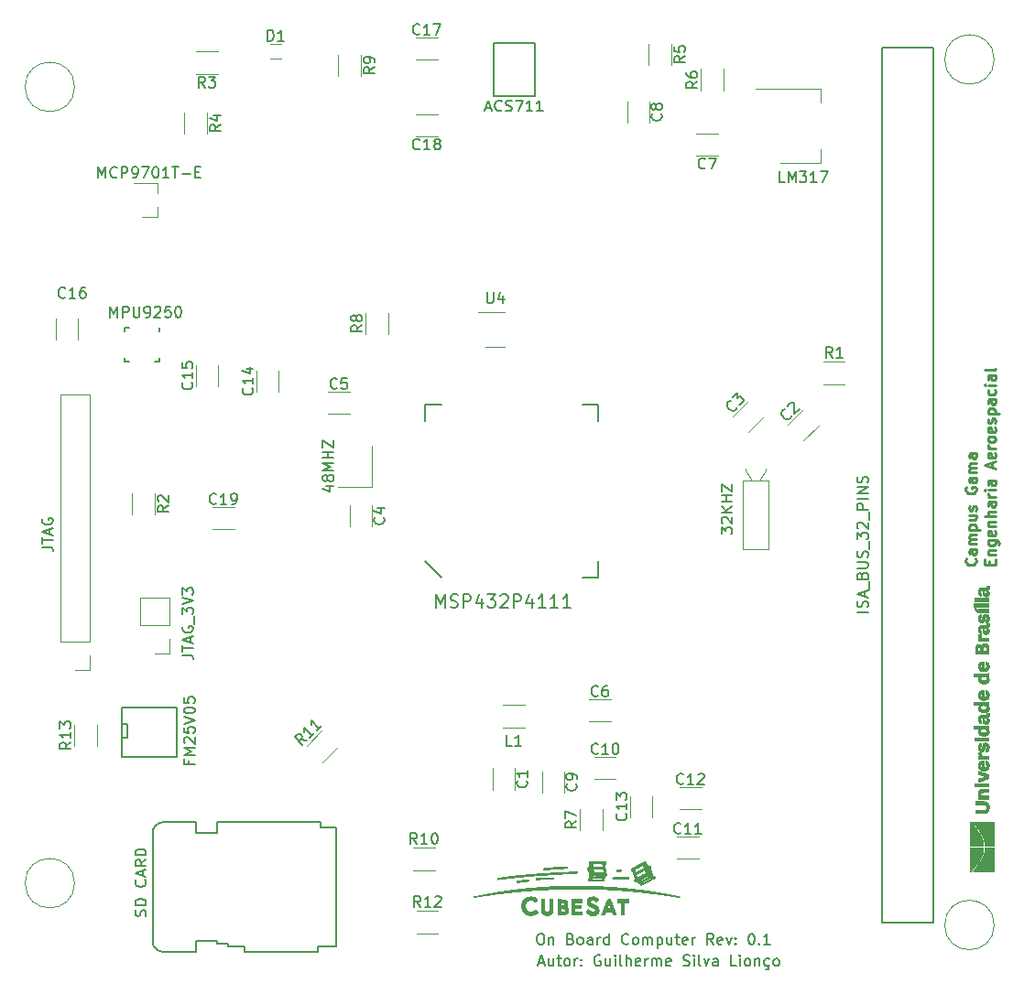
<source format=gto>
G04 #@! TF.GenerationSoftware,KiCad,Pcbnew,(5.1.2)-1*
G04 #@! TF.CreationDate,2019-06-18T12:55:33-03:00*
G04 #@! TF.ProjectId,pcb_v1,7063625f-7631-42e6-9b69-6361645f7063,rev?*
G04 #@! TF.SameCoordinates,Original*
G04 #@! TF.FileFunction,Legend,Top*
G04 #@! TF.FilePolarity,Positive*
%FSLAX46Y46*%
G04 Gerber Fmt 4.6, Leading zero omitted, Abs format (unit mm)*
G04 Created by KiCad (PCBNEW (5.1.2)-1) date 2019-06-18 12:55:33*
%MOMM*%
%LPD*%
G04 APERTURE LIST*
%ADD10C,0.250000*%
%ADD11C,0.150000*%
%ADD12C,0.200000*%
%ADD13C,0.010000*%
%ADD14C,0.120000*%
G04 APERTURE END LIST*
D10*
X140629942Y-101237576D02*
X140677561Y-101285195D01*
X140725180Y-101428052D01*
X140725180Y-101523290D01*
X140677561Y-101666147D01*
X140582323Y-101761385D01*
X140487085Y-101809004D01*
X140296609Y-101856623D01*
X140153752Y-101856623D01*
X139963276Y-101809004D01*
X139868038Y-101761385D01*
X139772800Y-101666147D01*
X139725180Y-101523290D01*
X139725180Y-101428052D01*
X139772800Y-101285195D01*
X139820419Y-101237576D01*
X140725180Y-100380433D02*
X140201371Y-100380433D01*
X140106133Y-100428052D01*
X140058514Y-100523290D01*
X140058514Y-100713766D01*
X140106133Y-100809004D01*
X140677561Y-100380433D02*
X140725180Y-100475671D01*
X140725180Y-100713766D01*
X140677561Y-100809004D01*
X140582323Y-100856623D01*
X140487085Y-100856623D01*
X140391847Y-100809004D01*
X140344228Y-100713766D01*
X140344228Y-100475671D01*
X140296609Y-100380433D01*
X140725180Y-99904242D02*
X140058514Y-99904242D01*
X140153752Y-99904242D02*
X140106133Y-99856623D01*
X140058514Y-99761385D01*
X140058514Y-99618528D01*
X140106133Y-99523290D01*
X140201371Y-99475671D01*
X140725180Y-99475671D01*
X140201371Y-99475671D02*
X140106133Y-99428052D01*
X140058514Y-99332814D01*
X140058514Y-99189957D01*
X140106133Y-99094719D01*
X140201371Y-99047100D01*
X140725180Y-99047100D01*
X140058514Y-98570909D02*
X141058514Y-98570909D01*
X140106133Y-98570909D02*
X140058514Y-98475671D01*
X140058514Y-98285195D01*
X140106133Y-98189957D01*
X140153752Y-98142338D01*
X140248990Y-98094719D01*
X140534704Y-98094719D01*
X140629942Y-98142338D01*
X140677561Y-98189957D01*
X140725180Y-98285195D01*
X140725180Y-98475671D01*
X140677561Y-98570909D01*
X140058514Y-97237576D02*
X140725180Y-97237576D01*
X140058514Y-97666147D02*
X140582323Y-97666147D01*
X140677561Y-97618528D01*
X140725180Y-97523290D01*
X140725180Y-97380433D01*
X140677561Y-97285195D01*
X140629942Y-97237576D01*
X140677561Y-96809004D02*
X140725180Y-96713766D01*
X140725180Y-96523290D01*
X140677561Y-96428052D01*
X140582323Y-96380433D01*
X140534704Y-96380433D01*
X140439466Y-96428052D01*
X140391847Y-96523290D01*
X140391847Y-96666147D01*
X140344228Y-96761385D01*
X140248990Y-96809004D01*
X140201371Y-96809004D01*
X140106133Y-96761385D01*
X140058514Y-96666147D01*
X140058514Y-96523290D01*
X140106133Y-96428052D01*
X139772800Y-94666147D02*
X139725180Y-94761385D01*
X139725180Y-94904242D01*
X139772800Y-95047100D01*
X139868038Y-95142338D01*
X139963276Y-95189957D01*
X140153752Y-95237576D01*
X140296609Y-95237576D01*
X140487085Y-95189957D01*
X140582323Y-95142338D01*
X140677561Y-95047100D01*
X140725180Y-94904242D01*
X140725180Y-94809004D01*
X140677561Y-94666147D01*
X140629942Y-94618528D01*
X140296609Y-94618528D01*
X140296609Y-94809004D01*
X140725180Y-93761385D02*
X140201371Y-93761385D01*
X140106133Y-93809004D01*
X140058514Y-93904242D01*
X140058514Y-94094719D01*
X140106133Y-94189957D01*
X140677561Y-93761385D02*
X140725180Y-93856623D01*
X140725180Y-94094719D01*
X140677561Y-94189957D01*
X140582323Y-94237576D01*
X140487085Y-94237576D01*
X140391847Y-94189957D01*
X140344228Y-94094719D01*
X140344228Y-93856623D01*
X140296609Y-93761385D01*
X140725180Y-93285195D02*
X140058514Y-93285195D01*
X140153752Y-93285195D02*
X140106133Y-93237576D01*
X140058514Y-93142338D01*
X140058514Y-92999480D01*
X140106133Y-92904242D01*
X140201371Y-92856623D01*
X140725180Y-92856623D01*
X140201371Y-92856623D02*
X140106133Y-92809004D01*
X140058514Y-92713766D01*
X140058514Y-92570909D01*
X140106133Y-92475671D01*
X140201371Y-92428052D01*
X140725180Y-92428052D01*
X140725180Y-91523290D02*
X140201371Y-91523290D01*
X140106133Y-91570909D01*
X140058514Y-91666147D01*
X140058514Y-91856623D01*
X140106133Y-91951861D01*
X140677561Y-91523290D02*
X140725180Y-91618528D01*
X140725180Y-91856623D01*
X140677561Y-91951861D01*
X140582323Y-91999480D01*
X140487085Y-91999480D01*
X140391847Y-91951861D01*
X140344228Y-91856623D01*
X140344228Y-91618528D01*
X140296609Y-91523290D01*
X141951371Y-101809004D02*
X141951371Y-101475671D01*
X142475180Y-101332814D02*
X142475180Y-101809004D01*
X141475180Y-101809004D01*
X141475180Y-101332814D01*
X141808514Y-100904242D02*
X142475180Y-100904242D01*
X141903752Y-100904242D02*
X141856133Y-100856623D01*
X141808514Y-100761385D01*
X141808514Y-100618528D01*
X141856133Y-100523290D01*
X141951371Y-100475671D01*
X142475180Y-100475671D01*
X141808514Y-99570909D02*
X142618038Y-99570909D01*
X142713276Y-99618528D01*
X142760895Y-99666147D01*
X142808514Y-99761385D01*
X142808514Y-99904242D01*
X142760895Y-99999480D01*
X142427561Y-99570909D02*
X142475180Y-99666147D01*
X142475180Y-99856623D01*
X142427561Y-99951861D01*
X142379942Y-99999480D01*
X142284704Y-100047100D01*
X141998990Y-100047100D01*
X141903752Y-99999480D01*
X141856133Y-99951861D01*
X141808514Y-99856623D01*
X141808514Y-99666147D01*
X141856133Y-99570909D01*
X142427561Y-98713766D02*
X142475180Y-98809004D01*
X142475180Y-98999480D01*
X142427561Y-99094719D01*
X142332323Y-99142338D01*
X141951371Y-99142338D01*
X141856133Y-99094719D01*
X141808514Y-98999480D01*
X141808514Y-98809004D01*
X141856133Y-98713766D01*
X141951371Y-98666147D01*
X142046609Y-98666147D01*
X142141847Y-99142338D01*
X141808514Y-98237576D02*
X142475180Y-98237576D01*
X141903752Y-98237576D02*
X141856133Y-98189957D01*
X141808514Y-98094719D01*
X141808514Y-97951861D01*
X141856133Y-97856623D01*
X141951371Y-97809004D01*
X142475180Y-97809004D01*
X142475180Y-97332814D02*
X141475180Y-97332814D01*
X142475180Y-96904242D02*
X141951371Y-96904242D01*
X141856133Y-96951861D01*
X141808514Y-97047100D01*
X141808514Y-97189957D01*
X141856133Y-97285195D01*
X141903752Y-97332814D01*
X142475180Y-95999480D02*
X141951371Y-95999480D01*
X141856133Y-96047100D01*
X141808514Y-96142338D01*
X141808514Y-96332814D01*
X141856133Y-96428052D01*
X142427561Y-95999480D02*
X142475180Y-96094719D01*
X142475180Y-96332814D01*
X142427561Y-96428052D01*
X142332323Y-96475671D01*
X142237085Y-96475671D01*
X142141847Y-96428052D01*
X142094228Y-96332814D01*
X142094228Y-96094719D01*
X142046609Y-95999480D01*
X142475180Y-95523290D02*
X141808514Y-95523290D01*
X141998990Y-95523290D02*
X141903752Y-95475671D01*
X141856133Y-95428052D01*
X141808514Y-95332814D01*
X141808514Y-95237576D01*
X142475180Y-94904242D02*
X141808514Y-94904242D01*
X141475180Y-94904242D02*
X141522800Y-94951861D01*
X141570419Y-94904242D01*
X141522800Y-94856623D01*
X141475180Y-94904242D01*
X141570419Y-94904242D01*
X142475180Y-93999480D02*
X141951371Y-93999480D01*
X141856133Y-94047100D01*
X141808514Y-94142338D01*
X141808514Y-94332814D01*
X141856133Y-94428052D01*
X142427561Y-93999480D02*
X142475180Y-94094719D01*
X142475180Y-94332814D01*
X142427561Y-94428052D01*
X142332323Y-94475671D01*
X142237085Y-94475671D01*
X142141847Y-94428052D01*
X142094228Y-94332814D01*
X142094228Y-94094719D01*
X142046609Y-93999480D01*
X142189466Y-92809004D02*
X142189466Y-92332814D01*
X142475180Y-92904242D02*
X141475180Y-92570909D01*
X142475180Y-92237576D01*
X142427561Y-91523290D02*
X142475180Y-91618528D01*
X142475180Y-91809004D01*
X142427561Y-91904242D01*
X142332323Y-91951861D01*
X141951371Y-91951861D01*
X141856133Y-91904242D01*
X141808514Y-91809004D01*
X141808514Y-91618528D01*
X141856133Y-91523290D01*
X141951371Y-91475671D01*
X142046609Y-91475671D01*
X142141847Y-91951861D01*
X142475180Y-91047100D02*
X141808514Y-91047100D01*
X141998990Y-91047100D02*
X141903752Y-90999480D01*
X141856133Y-90951861D01*
X141808514Y-90856623D01*
X141808514Y-90761385D01*
X142475180Y-90285195D02*
X142427561Y-90380433D01*
X142379942Y-90428052D01*
X142284704Y-90475671D01*
X141998990Y-90475671D01*
X141903752Y-90428052D01*
X141856133Y-90380433D01*
X141808514Y-90285195D01*
X141808514Y-90142338D01*
X141856133Y-90047100D01*
X141903752Y-89999480D01*
X141998990Y-89951861D01*
X142284704Y-89951861D01*
X142379942Y-89999480D01*
X142427561Y-90047100D01*
X142475180Y-90142338D01*
X142475180Y-90285195D01*
X142427561Y-89142338D02*
X142475180Y-89237576D01*
X142475180Y-89428052D01*
X142427561Y-89523290D01*
X142332323Y-89570909D01*
X141951371Y-89570909D01*
X141856133Y-89523290D01*
X141808514Y-89428052D01*
X141808514Y-89237576D01*
X141856133Y-89142338D01*
X141951371Y-89094719D01*
X142046609Y-89094719D01*
X142141847Y-89570909D01*
X142427561Y-88713766D02*
X142475180Y-88618528D01*
X142475180Y-88428052D01*
X142427561Y-88332814D01*
X142332323Y-88285195D01*
X142284704Y-88285195D01*
X142189466Y-88332814D01*
X142141847Y-88428052D01*
X142141847Y-88570909D01*
X142094228Y-88666147D01*
X141998990Y-88713766D01*
X141951371Y-88713766D01*
X141856133Y-88666147D01*
X141808514Y-88570909D01*
X141808514Y-88428052D01*
X141856133Y-88332814D01*
X141808514Y-87856623D02*
X142808514Y-87856623D01*
X141856133Y-87856623D02*
X141808514Y-87761385D01*
X141808514Y-87570909D01*
X141856133Y-87475671D01*
X141903752Y-87428052D01*
X141998990Y-87380433D01*
X142284704Y-87380433D01*
X142379942Y-87428052D01*
X142427561Y-87475671D01*
X142475180Y-87570909D01*
X142475180Y-87761385D01*
X142427561Y-87856623D01*
X142475180Y-86523290D02*
X141951371Y-86523290D01*
X141856133Y-86570909D01*
X141808514Y-86666147D01*
X141808514Y-86856623D01*
X141856133Y-86951861D01*
X142427561Y-86523290D02*
X142475180Y-86618528D01*
X142475180Y-86856623D01*
X142427561Y-86951861D01*
X142332323Y-86999480D01*
X142237085Y-86999480D01*
X142141847Y-86951861D01*
X142094228Y-86856623D01*
X142094228Y-86618528D01*
X142046609Y-86523290D01*
X142427561Y-85618528D02*
X142475180Y-85713766D01*
X142475180Y-85904242D01*
X142427561Y-85999480D01*
X142379942Y-86047100D01*
X142284704Y-86094719D01*
X141998990Y-86094719D01*
X141903752Y-86047100D01*
X141856133Y-85999480D01*
X141808514Y-85904242D01*
X141808514Y-85713766D01*
X141856133Y-85618528D01*
X142475180Y-85189957D02*
X141808514Y-85189957D01*
X141475180Y-85189957D02*
X141522800Y-85237576D01*
X141570419Y-85189957D01*
X141522800Y-85142338D01*
X141475180Y-85189957D01*
X141570419Y-85189957D01*
X142475180Y-84285195D02*
X141951371Y-84285195D01*
X141856133Y-84332814D01*
X141808514Y-84428052D01*
X141808514Y-84618528D01*
X141856133Y-84713766D01*
X142427561Y-84285195D02*
X142475180Y-84380433D01*
X142475180Y-84618528D01*
X142427561Y-84713766D01*
X142332323Y-84761385D01*
X142237085Y-84761385D01*
X142141847Y-84713766D01*
X142094228Y-84618528D01*
X142094228Y-84380433D01*
X142046609Y-84285195D01*
X142475180Y-83666147D02*
X142427561Y-83761385D01*
X142332323Y-83809004D01*
X141475180Y-83809004D01*
D11*
X100309161Y-138647466D02*
X100785352Y-138647466D01*
X100213923Y-138933180D02*
X100547257Y-137933180D01*
X100880590Y-138933180D01*
X101642495Y-138266514D02*
X101642495Y-138933180D01*
X101213923Y-138266514D02*
X101213923Y-138790323D01*
X101261542Y-138885561D01*
X101356780Y-138933180D01*
X101499638Y-138933180D01*
X101594876Y-138885561D01*
X101642495Y-138837942D01*
X101975828Y-138266514D02*
X102356780Y-138266514D01*
X102118685Y-137933180D02*
X102118685Y-138790323D01*
X102166304Y-138885561D01*
X102261542Y-138933180D01*
X102356780Y-138933180D01*
X102832971Y-138933180D02*
X102737733Y-138885561D01*
X102690114Y-138837942D01*
X102642495Y-138742704D01*
X102642495Y-138456990D01*
X102690114Y-138361752D01*
X102737733Y-138314133D01*
X102832971Y-138266514D01*
X102975828Y-138266514D01*
X103071066Y-138314133D01*
X103118685Y-138361752D01*
X103166304Y-138456990D01*
X103166304Y-138742704D01*
X103118685Y-138837942D01*
X103071066Y-138885561D01*
X102975828Y-138933180D01*
X102832971Y-138933180D01*
X103594876Y-138933180D02*
X103594876Y-138266514D01*
X103594876Y-138456990D02*
X103642495Y-138361752D01*
X103690114Y-138314133D01*
X103785352Y-138266514D01*
X103880590Y-138266514D01*
X104213923Y-138837942D02*
X104261542Y-138885561D01*
X104213923Y-138933180D01*
X104166304Y-138885561D01*
X104213923Y-138837942D01*
X104213923Y-138933180D01*
X104213923Y-138314133D02*
X104261542Y-138361752D01*
X104213923Y-138409371D01*
X104166304Y-138361752D01*
X104213923Y-138314133D01*
X104213923Y-138409371D01*
X105975828Y-137980800D02*
X105880590Y-137933180D01*
X105737733Y-137933180D01*
X105594876Y-137980800D01*
X105499638Y-138076038D01*
X105452019Y-138171276D01*
X105404400Y-138361752D01*
X105404400Y-138504609D01*
X105452019Y-138695085D01*
X105499638Y-138790323D01*
X105594876Y-138885561D01*
X105737733Y-138933180D01*
X105832971Y-138933180D01*
X105975828Y-138885561D01*
X106023447Y-138837942D01*
X106023447Y-138504609D01*
X105832971Y-138504609D01*
X106880590Y-138266514D02*
X106880590Y-138933180D01*
X106452019Y-138266514D02*
X106452019Y-138790323D01*
X106499638Y-138885561D01*
X106594876Y-138933180D01*
X106737733Y-138933180D01*
X106832971Y-138885561D01*
X106880590Y-138837942D01*
X107356780Y-138933180D02*
X107356780Y-138266514D01*
X107356780Y-137933180D02*
X107309161Y-137980800D01*
X107356780Y-138028419D01*
X107404400Y-137980800D01*
X107356780Y-137933180D01*
X107356780Y-138028419D01*
X107975828Y-138933180D02*
X107880590Y-138885561D01*
X107832971Y-138790323D01*
X107832971Y-137933180D01*
X108356780Y-138933180D02*
X108356780Y-137933180D01*
X108785352Y-138933180D02*
X108785352Y-138409371D01*
X108737733Y-138314133D01*
X108642495Y-138266514D01*
X108499638Y-138266514D01*
X108404400Y-138314133D01*
X108356780Y-138361752D01*
X109642495Y-138885561D02*
X109547257Y-138933180D01*
X109356780Y-138933180D01*
X109261542Y-138885561D01*
X109213923Y-138790323D01*
X109213923Y-138409371D01*
X109261542Y-138314133D01*
X109356780Y-138266514D01*
X109547257Y-138266514D01*
X109642495Y-138314133D01*
X109690114Y-138409371D01*
X109690114Y-138504609D01*
X109213923Y-138599847D01*
X110118685Y-138933180D02*
X110118685Y-138266514D01*
X110118685Y-138456990D02*
X110166304Y-138361752D01*
X110213923Y-138314133D01*
X110309161Y-138266514D01*
X110404400Y-138266514D01*
X110737733Y-138933180D02*
X110737733Y-138266514D01*
X110737733Y-138361752D02*
X110785352Y-138314133D01*
X110880590Y-138266514D01*
X111023447Y-138266514D01*
X111118685Y-138314133D01*
X111166304Y-138409371D01*
X111166304Y-138933180D01*
X111166304Y-138409371D02*
X111213923Y-138314133D01*
X111309161Y-138266514D01*
X111452019Y-138266514D01*
X111547257Y-138314133D01*
X111594876Y-138409371D01*
X111594876Y-138933180D01*
X112452019Y-138885561D02*
X112356780Y-138933180D01*
X112166304Y-138933180D01*
X112071066Y-138885561D01*
X112023447Y-138790323D01*
X112023447Y-138409371D01*
X112071066Y-138314133D01*
X112166304Y-138266514D01*
X112356780Y-138266514D01*
X112452019Y-138314133D01*
X112499638Y-138409371D01*
X112499638Y-138504609D01*
X112023447Y-138599847D01*
X113642495Y-138885561D02*
X113785352Y-138933180D01*
X114023447Y-138933180D01*
X114118685Y-138885561D01*
X114166304Y-138837942D01*
X114213923Y-138742704D01*
X114213923Y-138647466D01*
X114166304Y-138552228D01*
X114118685Y-138504609D01*
X114023447Y-138456990D01*
X113832971Y-138409371D01*
X113737733Y-138361752D01*
X113690114Y-138314133D01*
X113642495Y-138218895D01*
X113642495Y-138123657D01*
X113690114Y-138028419D01*
X113737733Y-137980800D01*
X113832971Y-137933180D01*
X114071066Y-137933180D01*
X114213923Y-137980800D01*
X114642495Y-138933180D02*
X114642495Y-138266514D01*
X114642495Y-137933180D02*
X114594876Y-137980800D01*
X114642495Y-138028419D01*
X114690114Y-137980800D01*
X114642495Y-137933180D01*
X114642495Y-138028419D01*
X115261542Y-138933180D02*
X115166304Y-138885561D01*
X115118685Y-138790323D01*
X115118685Y-137933180D01*
X115547257Y-138266514D02*
X115785352Y-138933180D01*
X116023447Y-138266514D01*
X116832971Y-138933180D02*
X116832971Y-138409371D01*
X116785352Y-138314133D01*
X116690114Y-138266514D01*
X116499638Y-138266514D01*
X116404400Y-138314133D01*
X116832971Y-138885561D02*
X116737733Y-138933180D01*
X116499638Y-138933180D01*
X116404400Y-138885561D01*
X116356780Y-138790323D01*
X116356780Y-138695085D01*
X116404400Y-138599847D01*
X116499638Y-138552228D01*
X116737733Y-138552228D01*
X116832971Y-138504609D01*
X118547257Y-138933180D02*
X118071066Y-138933180D01*
X118071066Y-137933180D01*
X118880590Y-138933180D02*
X118880590Y-138266514D01*
X118880590Y-137933180D02*
X118832971Y-137980800D01*
X118880590Y-138028419D01*
X118928209Y-137980800D01*
X118880590Y-137933180D01*
X118880590Y-138028419D01*
X119499638Y-138933180D02*
X119404400Y-138885561D01*
X119356780Y-138837942D01*
X119309161Y-138742704D01*
X119309161Y-138456990D01*
X119356780Y-138361752D01*
X119404400Y-138314133D01*
X119499638Y-138266514D01*
X119642495Y-138266514D01*
X119737733Y-138314133D01*
X119785352Y-138361752D01*
X119832971Y-138456990D01*
X119832971Y-138742704D01*
X119785352Y-138837942D01*
X119737733Y-138885561D01*
X119642495Y-138933180D01*
X119499638Y-138933180D01*
X120261542Y-138266514D02*
X120261542Y-138933180D01*
X120261542Y-138361752D02*
X120309161Y-138314133D01*
X120404400Y-138266514D01*
X120547257Y-138266514D01*
X120642495Y-138314133D01*
X120690114Y-138409371D01*
X120690114Y-138933180D01*
X121594876Y-138885561D02*
X121499638Y-138933180D01*
X121309161Y-138933180D01*
X121213923Y-138885561D01*
X121166304Y-138837942D01*
X121118685Y-138742704D01*
X121118685Y-138456990D01*
X121166304Y-138361752D01*
X121213923Y-138314133D01*
X121309161Y-138266514D01*
X121499638Y-138266514D01*
X121594876Y-138314133D01*
X121404400Y-138980800D02*
X121499638Y-139028419D01*
X121547257Y-139123657D01*
X121499638Y-139218895D01*
X121404400Y-139266514D01*
X121261542Y-139266514D01*
X122166304Y-138933180D02*
X122071066Y-138885561D01*
X122023447Y-138837942D01*
X121975828Y-138742704D01*
X121975828Y-138456990D01*
X122023447Y-138361752D01*
X122071066Y-138314133D01*
X122166304Y-138266514D01*
X122309161Y-138266514D01*
X122404400Y-138314133D01*
X122452019Y-138361752D01*
X122499638Y-138456990D01*
X122499638Y-138742704D01*
X122452019Y-138837942D01*
X122404400Y-138885561D01*
X122309161Y-138933180D01*
X122166304Y-138933180D01*
D12*
X100372590Y-135951980D02*
X100563066Y-135951980D01*
X100658304Y-135999600D01*
X100753542Y-136094838D01*
X100801161Y-136285314D01*
X100801161Y-136618647D01*
X100753542Y-136809123D01*
X100658304Y-136904361D01*
X100563066Y-136951980D01*
X100372590Y-136951980D01*
X100277352Y-136904361D01*
X100182114Y-136809123D01*
X100134495Y-136618647D01*
X100134495Y-136285314D01*
X100182114Y-136094838D01*
X100277352Y-135999600D01*
X100372590Y-135951980D01*
X101229733Y-136285314D02*
X101229733Y-136951980D01*
X101229733Y-136380552D02*
X101277352Y-136332933D01*
X101372590Y-136285314D01*
X101515447Y-136285314D01*
X101610685Y-136332933D01*
X101658304Y-136428171D01*
X101658304Y-136951980D01*
X103229733Y-136428171D02*
X103372590Y-136475790D01*
X103420209Y-136523409D01*
X103467828Y-136618647D01*
X103467828Y-136761504D01*
X103420209Y-136856742D01*
X103372590Y-136904361D01*
X103277352Y-136951980D01*
X102896400Y-136951980D01*
X102896400Y-135951980D01*
X103229733Y-135951980D01*
X103324971Y-135999600D01*
X103372590Y-136047219D01*
X103420209Y-136142457D01*
X103420209Y-136237695D01*
X103372590Y-136332933D01*
X103324971Y-136380552D01*
X103229733Y-136428171D01*
X102896400Y-136428171D01*
X104039257Y-136951980D02*
X103944019Y-136904361D01*
X103896400Y-136856742D01*
X103848780Y-136761504D01*
X103848780Y-136475790D01*
X103896400Y-136380552D01*
X103944019Y-136332933D01*
X104039257Y-136285314D01*
X104182114Y-136285314D01*
X104277352Y-136332933D01*
X104324971Y-136380552D01*
X104372590Y-136475790D01*
X104372590Y-136761504D01*
X104324971Y-136856742D01*
X104277352Y-136904361D01*
X104182114Y-136951980D01*
X104039257Y-136951980D01*
X105229733Y-136951980D02*
X105229733Y-136428171D01*
X105182114Y-136332933D01*
X105086876Y-136285314D01*
X104896400Y-136285314D01*
X104801161Y-136332933D01*
X105229733Y-136904361D02*
X105134495Y-136951980D01*
X104896400Y-136951980D01*
X104801161Y-136904361D01*
X104753542Y-136809123D01*
X104753542Y-136713885D01*
X104801161Y-136618647D01*
X104896400Y-136571028D01*
X105134495Y-136571028D01*
X105229733Y-136523409D01*
X105705923Y-136951980D02*
X105705923Y-136285314D01*
X105705923Y-136475790D02*
X105753542Y-136380552D01*
X105801161Y-136332933D01*
X105896400Y-136285314D01*
X105991638Y-136285314D01*
X106753542Y-136951980D02*
X106753542Y-135951980D01*
X106753542Y-136904361D02*
X106658304Y-136951980D01*
X106467828Y-136951980D01*
X106372590Y-136904361D01*
X106324971Y-136856742D01*
X106277352Y-136761504D01*
X106277352Y-136475790D01*
X106324971Y-136380552D01*
X106372590Y-136332933D01*
X106467828Y-136285314D01*
X106658304Y-136285314D01*
X106753542Y-136332933D01*
X108563066Y-136856742D02*
X108515447Y-136904361D01*
X108372590Y-136951980D01*
X108277352Y-136951980D01*
X108134495Y-136904361D01*
X108039257Y-136809123D01*
X107991638Y-136713885D01*
X107944019Y-136523409D01*
X107944019Y-136380552D01*
X107991638Y-136190076D01*
X108039257Y-136094838D01*
X108134495Y-135999600D01*
X108277352Y-135951980D01*
X108372590Y-135951980D01*
X108515447Y-135999600D01*
X108563066Y-136047219D01*
X109134495Y-136951980D02*
X109039257Y-136904361D01*
X108991638Y-136856742D01*
X108944019Y-136761504D01*
X108944019Y-136475790D01*
X108991638Y-136380552D01*
X109039257Y-136332933D01*
X109134495Y-136285314D01*
X109277352Y-136285314D01*
X109372590Y-136332933D01*
X109420209Y-136380552D01*
X109467828Y-136475790D01*
X109467828Y-136761504D01*
X109420209Y-136856742D01*
X109372590Y-136904361D01*
X109277352Y-136951980D01*
X109134495Y-136951980D01*
X109896400Y-136951980D02*
X109896400Y-136285314D01*
X109896400Y-136380552D02*
X109944019Y-136332933D01*
X110039257Y-136285314D01*
X110182114Y-136285314D01*
X110277352Y-136332933D01*
X110324971Y-136428171D01*
X110324971Y-136951980D01*
X110324971Y-136428171D02*
X110372590Y-136332933D01*
X110467828Y-136285314D01*
X110610685Y-136285314D01*
X110705923Y-136332933D01*
X110753542Y-136428171D01*
X110753542Y-136951980D01*
X111229733Y-136285314D02*
X111229733Y-137285314D01*
X111229733Y-136332933D02*
X111324971Y-136285314D01*
X111515447Y-136285314D01*
X111610685Y-136332933D01*
X111658304Y-136380552D01*
X111705923Y-136475790D01*
X111705923Y-136761504D01*
X111658304Y-136856742D01*
X111610685Y-136904361D01*
X111515447Y-136951980D01*
X111324971Y-136951980D01*
X111229733Y-136904361D01*
X112563066Y-136285314D02*
X112563066Y-136951980D01*
X112134495Y-136285314D02*
X112134495Y-136809123D01*
X112182114Y-136904361D01*
X112277352Y-136951980D01*
X112420209Y-136951980D01*
X112515447Y-136904361D01*
X112563066Y-136856742D01*
X112896400Y-136285314D02*
X113277352Y-136285314D01*
X113039257Y-135951980D02*
X113039257Y-136809123D01*
X113086876Y-136904361D01*
X113182114Y-136951980D01*
X113277352Y-136951980D01*
X113991638Y-136904361D02*
X113896400Y-136951980D01*
X113705923Y-136951980D01*
X113610685Y-136904361D01*
X113563066Y-136809123D01*
X113563066Y-136428171D01*
X113610685Y-136332933D01*
X113705923Y-136285314D01*
X113896400Y-136285314D01*
X113991638Y-136332933D01*
X114039257Y-136428171D01*
X114039257Y-136523409D01*
X113563066Y-136618647D01*
X114467828Y-136951980D02*
X114467828Y-136285314D01*
X114467828Y-136475790D02*
X114515447Y-136380552D01*
X114563066Y-136332933D01*
X114658304Y-136285314D01*
X114753542Y-136285314D01*
X116420209Y-136951980D02*
X116086876Y-136475790D01*
X115848780Y-136951980D02*
X115848780Y-135951980D01*
X116229733Y-135951980D01*
X116324971Y-135999600D01*
X116372590Y-136047219D01*
X116420209Y-136142457D01*
X116420209Y-136285314D01*
X116372590Y-136380552D01*
X116324971Y-136428171D01*
X116229733Y-136475790D01*
X115848780Y-136475790D01*
X117229733Y-136904361D02*
X117134495Y-136951980D01*
X116944019Y-136951980D01*
X116848780Y-136904361D01*
X116801161Y-136809123D01*
X116801161Y-136428171D01*
X116848780Y-136332933D01*
X116944019Y-136285314D01*
X117134495Y-136285314D01*
X117229733Y-136332933D01*
X117277352Y-136428171D01*
X117277352Y-136523409D01*
X116801161Y-136618647D01*
X117610685Y-136285314D02*
X117848780Y-136951980D01*
X118086876Y-136285314D01*
X118467828Y-136856742D02*
X118515447Y-136904361D01*
X118467828Y-136951980D01*
X118420209Y-136904361D01*
X118467828Y-136856742D01*
X118467828Y-136951980D01*
X118467828Y-136332933D02*
X118515447Y-136380552D01*
X118467828Y-136428171D01*
X118420209Y-136380552D01*
X118467828Y-136332933D01*
X118467828Y-136428171D01*
X119896400Y-135951980D02*
X119991638Y-135951980D01*
X120086876Y-135999600D01*
X120134495Y-136047219D01*
X120182114Y-136142457D01*
X120229733Y-136332933D01*
X120229733Y-136571028D01*
X120182114Y-136761504D01*
X120134495Y-136856742D01*
X120086876Y-136904361D01*
X119991638Y-136951980D01*
X119896400Y-136951980D01*
X119801161Y-136904361D01*
X119753542Y-136856742D01*
X119705923Y-136761504D01*
X119658304Y-136571028D01*
X119658304Y-136332933D01*
X119705923Y-136142457D01*
X119753542Y-136047219D01*
X119801161Y-135999600D01*
X119896400Y-135951980D01*
X120658304Y-136856742D02*
X120705923Y-136904361D01*
X120658304Y-136951980D01*
X120610685Y-136904361D01*
X120658304Y-136856742D01*
X120658304Y-136951980D01*
X121658304Y-136951980D02*
X121086876Y-136951980D01*
X121372590Y-136951980D02*
X121372590Y-135951980D01*
X121277352Y-136094838D01*
X121182114Y-136190076D01*
X121086876Y-136237695D01*
D13*
G36*
X102908100Y-129811030D02*
G01*
X102906983Y-129847022D01*
X102900976Y-129864432D01*
X102886091Y-129870058D01*
X102873175Y-129870588D01*
X102847204Y-129871704D01*
X102802211Y-129874455D01*
X102744490Y-129878430D01*
X102680334Y-129883216D01*
X102679500Y-129883280D01*
X102501897Y-129896269D01*
X102305701Y-129909215D01*
X102097715Y-129921690D01*
X101885750Y-129933214D01*
X101797642Y-129938063D01*
X101706708Y-129943603D01*
X101620506Y-129949336D01*
X101546598Y-129954766D01*
X101504750Y-129958253D01*
X101345593Y-129971861D01*
X101184347Y-129984267D01*
X101029497Y-129994859D01*
X100889528Y-130003029D01*
X100862035Y-130004418D01*
X100701921Y-130012248D01*
X100693339Y-129958578D01*
X100689381Y-129924276D01*
X100689660Y-129902048D01*
X100690950Y-129898716D01*
X100706487Y-129894495D01*
X100745284Y-129888429D01*
X100805284Y-129880743D01*
X100884431Y-129871665D01*
X100980669Y-129861420D01*
X101091942Y-129850235D01*
X101216195Y-129838337D01*
X101351370Y-129825952D01*
X101352350Y-129825865D01*
X101541372Y-129809468D01*
X101711371Y-129796016D01*
X101868512Y-129785152D01*
X102018955Y-129776521D01*
X102168864Y-129769770D01*
X102324401Y-129764543D01*
X102485825Y-129760608D01*
X102908100Y-129751860D01*
X102908100Y-129811030D01*
X102908100Y-129811030D01*
G37*
X102908100Y-129811030D02*
X102906983Y-129847022D01*
X102900976Y-129864432D01*
X102886091Y-129870058D01*
X102873175Y-129870588D01*
X102847204Y-129871704D01*
X102802211Y-129874455D01*
X102744490Y-129878430D01*
X102680334Y-129883216D01*
X102679500Y-129883280D01*
X102501897Y-129896269D01*
X102305701Y-129909215D01*
X102097715Y-129921690D01*
X101885750Y-129933214D01*
X101797642Y-129938063D01*
X101706708Y-129943603D01*
X101620506Y-129949336D01*
X101546598Y-129954766D01*
X101504750Y-129958253D01*
X101345593Y-129971861D01*
X101184347Y-129984267D01*
X101029497Y-129994859D01*
X100889528Y-130003029D01*
X100862035Y-130004418D01*
X100701921Y-130012248D01*
X100693339Y-129958578D01*
X100689381Y-129924276D01*
X100689660Y-129902048D01*
X100690950Y-129898716D01*
X100706487Y-129894495D01*
X100745284Y-129888429D01*
X100805284Y-129880743D01*
X100884431Y-129871665D01*
X100980669Y-129861420D01*
X101091942Y-129850235D01*
X101216195Y-129838337D01*
X101351370Y-129825952D01*
X101352350Y-129825865D01*
X101541372Y-129809468D01*
X101711371Y-129796016D01*
X101868512Y-129785152D01*
X102018955Y-129776521D01*
X102168864Y-129769770D01*
X102324401Y-129764543D01*
X102485825Y-129760608D01*
X102908100Y-129751860D01*
X102908100Y-129811030D01*
G36*
X107848400Y-130078088D02*
G01*
X107847128Y-130112805D01*
X107839282Y-130130202D01*
X107818815Y-130138355D01*
X107800775Y-130141690D01*
X107767789Y-130145899D01*
X107717417Y-130150682D01*
X107657641Y-130155331D01*
X107618584Y-130157880D01*
X107558923Y-130161281D01*
X107519850Y-130162397D01*
X107496599Y-130160485D01*
X107484405Y-130154798D01*
X107478503Y-130144591D01*
X107475882Y-130135553D01*
X107467124Y-130095028D01*
X107470124Y-130069520D01*
X107488835Y-130053806D01*
X107527213Y-130042666D01*
X107549616Y-130038196D01*
X107603895Y-130030552D01*
X107670055Y-130024992D01*
X107734593Y-130022619D01*
X107740116Y-130022600D01*
X107848400Y-130022600D01*
X107848400Y-130078088D01*
X107848400Y-130078088D01*
G37*
X107848400Y-130078088D02*
X107847128Y-130112805D01*
X107839282Y-130130202D01*
X107818815Y-130138355D01*
X107800775Y-130141690D01*
X107767789Y-130145899D01*
X107717417Y-130150682D01*
X107657641Y-130155331D01*
X107618584Y-130157880D01*
X107558923Y-130161281D01*
X107519850Y-130162397D01*
X107496599Y-130160485D01*
X107484405Y-130154798D01*
X107478503Y-130144591D01*
X107475882Y-130135553D01*
X107467124Y-130095028D01*
X107470124Y-130069520D01*
X107488835Y-130053806D01*
X107527213Y-130042666D01*
X107549616Y-130038196D01*
X107603895Y-130030552D01*
X107670055Y-130024992D01*
X107734593Y-130022619D01*
X107740116Y-130022600D01*
X107848400Y-130022600D01*
X107848400Y-130078088D01*
G36*
X108085048Y-130706662D02*
G01*
X108135355Y-130708400D01*
X108225252Y-130712038D01*
X108309145Y-130715926D01*
X108382912Y-130719835D01*
X108442430Y-130723535D01*
X108483579Y-130726795D01*
X108499275Y-130728698D01*
X108528890Y-130735433D01*
X108542674Y-130747058D01*
X108546676Y-130771690D01*
X108546900Y-130792611D01*
X108546900Y-130848100D01*
X108294978Y-130848100D01*
X108220946Y-130848343D01*
X108126639Y-130849033D01*
X108017178Y-130850112D01*
X107897682Y-130851520D01*
X107773273Y-130853198D01*
X107649070Y-130855089D01*
X107566863Y-130856473D01*
X107444063Y-130858570D01*
X107344234Y-130860063D01*
X107264955Y-130860884D01*
X107203804Y-130860964D01*
X107158358Y-130860234D01*
X107126195Y-130858626D01*
X107104893Y-130856071D01*
X107092029Y-130852500D01*
X107085182Y-130847846D01*
X107082185Y-130842735D01*
X107075788Y-130813486D01*
X107073700Y-130784136D01*
X107074999Y-130766913D01*
X107081494Y-130754551D01*
X107097078Y-130745825D01*
X107125647Y-130739510D01*
X107171094Y-130734381D01*
X107237314Y-130729212D01*
X107251500Y-130728200D01*
X107441453Y-130716014D01*
X107613074Y-130707917D01*
X107773073Y-130703760D01*
X107928161Y-130703391D01*
X108085048Y-130706662D01*
X108085048Y-130706662D01*
G37*
X108085048Y-130706662D02*
X108135355Y-130708400D01*
X108225252Y-130712038D01*
X108309145Y-130715926D01*
X108382912Y-130719835D01*
X108442430Y-130723535D01*
X108483579Y-130726795D01*
X108499275Y-130728698D01*
X108528890Y-130735433D01*
X108542674Y-130747058D01*
X108546676Y-130771690D01*
X108546900Y-130792611D01*
X108546900Y-130848100D01*
X108294978Y-130848100D01*
X108220946Y-130848343D01*
X108126639Y-130849033D01*
X108017178Y-130850112D01*
X107897682Y-130851520D01*
X107773273Y-130853198D01*
X107649070Y-130855089D01*
X107566863Y-130856473D01*
X107444063Y-130858570D01*
X107344234Y-130860063D01*
X107264955Y-130860884D01*
X107203804Y-130860964D01*
X107158358Y-130860234D01*
X107126195Y-130858626D01*
X107104893Y-130856071D01*
X107092029Y-130852500D01*
X107085182Y-130847846D01*
X107082185Y-130842735D01*
X107075788Y-130813486D01*
X107073700Y-130784136D01*
X107074999Y-130766913D01*
X107081494Y-130754551D01*
X107097078Y-130745825D01*
X107125647Y-130739510D01*
X107171094Y-130734381D01*
X107237314Y-130729212D01*
X107251500Y-130728200D01*
X107441453Y-130716014D01*
X107613074Y-130707917D01*
X107773073Y-130703760D01*
X107928161Y-130703391D01*
X108085048Y-130706662D01*
G36*
X103784400Y-130313143D02*
G01*
X103730425Y-130319704D01*
X103695457Y-130323054D01*
X103642912Y-130327004D01*
X103580587Y-130331006D01*
X103530400Y-130333799D01*
X103459558Y-130337615D01*
X103374045Y-130342468D01*
X103284535Y-130347741D01*
X103201705Y-130352814D01*
X103200200Y-130352909D01*
X103135476Y-130356874D01*
X103051346Y-130361871D01*
X102953766Y-130367554D01*
X102848694Y-130373580D01*
X102742086Y-130379602D01*
X102666800Y-130383793D01*
X102503560Y-130392833D01*
X102363656Y-130400620D01*
X102245058Y-130407277D01*
X102145740Y-130412924D01*
X102063673Y-130417684D01*
X101996828Y-130421678D01*
X101943179Y-130425028D01*
X101900697Y-130427856D01*
X101867355Y-130430283D01*
X101841123Y-130432431D01*
X101819975Y-130434422D01*
X101815900Y-130434840D01*
X101780316Y-130437944D01*
X101725039Y-130442025D01*
X101655738Y-130446697D01*
X101578083Y-130451577D01*
X101511100Y-130455524D01*
X101422362Y-130460718D01*
X101329200Y-130466399D01*
X101239827Y-130472053D01*
X101162457Y-130477162D01*
X101123750Y-130479857D01*
X101066312Y-130483856D01*
X100989466Y-130489029D01*
X100899156Y-130494985D01*
X100801325Y-130501333D01*
X100701917Y-130507684D01*
X100653850Y-130510715D01*
X100407216Y-130526960D01*
X100156251Y-130545065D01*
X99895343Y-130565464D01*
X99618883Y-130588593D01*
X99409250Y-130606982D01*
X99349168Y-130612243D01*
X99271305Y-130618912D01*
X99183196Y-130626352D01*
X99092375Y-130633927D01*
X99028250Y-130639211D01*
X98941558Y-130646370D01*
X98853288Y-130653762D01*
X98770580Y-130660784D01*
X98700573Y-130666828D01*
X98659950Y-130670424D01*
X98595402Y-130676043D01*
X98516031Y-130682657D01*
X98432343Y-130689402D01*
X98361500Y-130694913D01*
X98288291Y-130700911D01*
X98215011Y-130707658D01*
X98150073Y-130714335D01*
X98101893Y-130720125D01*
X98101150Y-130720227D01*
X97863071Y-130750831D01*
X97656650Y-130773166D01*
X97518320Y-130787187D01*
X97387176Y-130801543D01*
X97248841Y-130817821D01*
X97212150Y-130822292D01*
X97154324Y-130829096D01*
X97080562Y-130837369D01*
X97000201Y-130846082D01*
X96922580Y-130854205D01*
X96920050Y-130854464D01*
X96806698Y-130866080D01*
X96715823Y-130875491D01*
X96644625Y-130883021D01*
X96590306Y-130888991D01*
X96550068Y-130893725D01*
X96521113Y-130897544D01*
X96500641Y-130900772D01*
X96485856Y-130903731D01*
X96479673Y-130905222D01*
X96458832Y-130908725D01*
X96447420Y-130901619D01*
X96440610Y-130878241D01*
X96436868Y-130855001D01*
X96432854Y-130818983D01*
X96432744Y-130794797D01*
X96434230Y-130789936D01*
X96440853Y-130787091D01*
X96457208Y-130783512D01*
X96485806Y-130778847D01*
X96529160Y-130772747D01*
X96589779Y-130764861D01*
X96670177Y-130754839D01*
X96772863Y-130742331D01*
X96793050Y-130739892D01*
X96863444Y-130731197D01*
X96934831Y-130722044D01*
X96997738Y-130713665D01*
X97034350Y-130708529D01*
X97116761Y-130696804D01*
X97208163Y-130684405D01*
X97313556Y-130670672D01*
X97437942Y-130654942D01*
X97472500Y-130650632D01*
X97543744Y-130641682D01*
X97615659Y-130632503D01*
X97679190Y-130624258D01*
X97720150Y-130618812D01*
X97768504Y-130612462D01*
X97833392Y-130604237D01*
X97906119Y-130595225D01*
X97974150Y-130586976D01*
X98047172Y-130578216D01*
X98121416Y-130569282D01*
X98187844Y-130561262D01*
X98234500Y-130555601D01*
X98279970Y-130550514D01*
X98344041Y-130543961D01*
X98420000Y-130536598D01*
X98501135Y-130529081D01*
X98552000Y-130524552D01*
X98637071Y-130517045D01*
X98725159Y-130509162D01*
X98808246Y-130501628D01*
X98878318Y-130495166D01*
X98907600Y-130492408D01*
X98967459Y-130486840D01*
X99044611Y-130479859D01*
X99131038Y-130472179D01*
X99218723Y-130464516D01*
X99263200Y-130460686D01*
X99347569Y-130453380D01*
X99434274Y-130445726D01*
X99515526Y-130438420D01*
X99583535Y-130432161D01*
X99612450Y-130429419D01*
X99768117Y-130415209D01*
X99943139Y-130400748D01*
X100138643Y-130385957D01*
X100355757Y-130370754D01*
X100595607Y-130355059D01*
X100859321Y-130338790D01*
X100958650Y-130332876D01*
X101059973Y-130326845D01*
X101162482Y-130320653D01*
X101260556Y-130314646D01*
X101348576Y-130309169D01*
X101420923Y-130304570D01*
X101460300Y-130301986D01*
X101521409Y-130298185D01*
X101601417Y-130293650D01*
X101693840Y-130288724D01*
X101792201Y-130283750D01*
X101890018Y-130279071D01*
X101917500Y-130277812D01*
X102024860Y-130272932D01*
X102144851Y-130267452D01*
X102268043Y-130261805D01*
X102385004Y-130256423D01*
X102486304Y-130251738D01*
X102489000Y-130251613D01*
X102629128Y-130245254D01*
X102788534Y-130238271D01*
X102961110Y-130230920D01*
X103140748Y-130223456D01*
X103321340Y-130216135D01*
X103496779Y-130209212D01*
X103584375Y-130205837D01*
X103784400Y-130198202D01*
X103784400Y-130313143D01*
X103784400Y-130313143D01*
G37*
X103784400Y-130313143D02*
X103730425Y-130319704D01*
X103695457Y-130323054D01*
X103642912Y-130327004D01*
X103580587Y-130331006D01*
X103530400Y-130333799D01*
X103459558Y-130337615D01*
X103374045Y-130342468D01*
X103284535Y-130347741D01*
X103201705Y-130352814D01*
X103200200Y-130352909D01*
X103135476Y-130356874D01*
X103051346Y-130361871D01*
X102953766Y-130367554D01*
X102848694Y-130373580D01*
X102742086Y-130379602D01*
X102666800Y-130383793D01*
X102503560Y-130392833D01*
X102363656Y-130400620D01*
X102245058Y-130407277D01*
X102145740Y-130412924D01*
X102063673Y-130417684D01*
X101996828Y-130421678D01*
X101943179Y-130425028D01*
X101900697Y-130427856D01*
X101867355Y-130430283D01*
X101841123Y-130432431D01*
X101819975Y-130434422D01*
X101815900Y-130434840D01*
X101780316Y-130437944D01*
X101725039Y-130442025D01*
X101655738Y-130446697D01*
X101578083Y-130451577D01*
X101511100Y-130455524D01*
X101422362Y-130460718D01*
X101329200Y-130466399D01*
X101239827Y-130472053D01*
X101162457Y-130477162D01*
X101123750Y-130479857D01*
X101066312Y-130483856D01*
X100989466Y-130489029D01*
X100899156Y-130494985D01*
X100801325Y-130501333D01*
X100701917Y-130507684D01*
X100653850Y-130510715D01*
X100407216Y-130526960D01*
X100156251Y-130545065D01*
X99895343Y-130565464D01*
X99618883Y-130588593D01*
X99409250Y-130606982D01*
X99349168Y-130612243D01*
X99271305Y-130618912D01*
X99183196Y-130626352D01*
X99092375Y-130633927D01*
X99028250Y-130639211D01*
X98941558Y-130646370D01*
X98853288Y-130653762D01*
X98770580Y-130660784D01*
X98700573Y-130666828D01*
X98659950Y-130670424D01*
X98595402Y-130676043D01*
X98516031Y-130682657D01*
X98432343Y-130689402D01*
X98361500Y-130694913D01*
X98288291Y-130700911D01*
X98215011Y-130707658D01*
X98150073Y-130714335D01*
X98101893Y-130720125D01*
X98101150Y-130720227D01*
X97863071Y-130750831D01*
X97656650Y-130773166D01*
X97518320Y-130787187D01*
X97387176Y-130801543D01*
X97248841Y-130817821D01*
X97212150Y-130822292D01*
X97154324Y-130829096D01*
X97080562Y-130837369D01*
X97000201Y-130846082D01*
X96922580Y-130854205D01*
X96920050Y-130854464D01*
X96806698Y-130866080D01*
X96715823Y-130875491D01*
X96644625Y-130883021D01*
X96590306Y-130888991D01*
X96550068Y-130893725D01*
X96521113Y-130897544D01*
X96500641Y-130900772D01*
X96485856Y-130903731D01*
X96479673Y-130905222D01*
X96458832Y-130908725D01*
X96447420Y-130901619D01*
X96440610Y-130878241D01*
X96436868Y-130855001D01*
X96432854Y-130818983D01*
X96432744Y-130794797D01*
X96434230Y-130789936D01*
X96440853Y-130787091D01*
X96457208Y-130783512D01*
X96485806Y-130778847D01*
X96529160Y-130772747D01*
X96589779Y-130764861D01*
X96670177Y-130754839D01*
X96772863Y-130742331D01*
X96793050Y-130739892D01*
X96863444Y-130731197D01*
X96934831Y-130722044D01*
X96997738Y-130713665D01*
X97034350Y-130708529D01*
X97116761Y-130696804D01*
X97208163Y-130684405D01*
X97313556Y-130670672D01*
X97437942Y-130654942D01*
X97472500Y-130650632D01*
X97543744Y-130641682D01*
X97615659Y-130632503D01*
X97679190Y-130624258D01*
X97720150Y-130618812D01*
X97768504Y-130612462D01*
X97833392Y-130604237D01*
X97906119Y-130595225D01*
X97974150Y-130586976D01*
X98047172Y-130578216D01*
X98121416Y-130569282D01*
X98187844Y-130561262D01*
X98234500Y-130555601D01*
X98279970Y-130550514D01*
X98344041Y-130543961D01*
X98420000Y-130536598D01*
X98501135Y-130529081D01*
X98552000Y-130524552D01*
X98637071Y-130517045D01*
X98725159Y-130509162D01*
X98808246Y-130501628D01*
X98878318Y-130495166D01*
X98907600Y-130492408D01*
X98967459Y-130486840D01*
X99044611Y-130479859D01*
X99131038Y-130472179D01*
X99218723Y-130464516D01*
X99263200Y-130460686D01*
X99347569Y-130453380D01*
X99434274Y-130445726D01*
X99515526Y-130438420D01*
X99583535Y-130432161D01*
X99612450Y-130429419D01*
X99768117Y-130415209D01*
X99943139Y-130400748D01*
X100138643Y-130385957D01*
X100355757Y-130370754D01*
X100595607Y-130355059D01*
X100859321Y-130338790D01*
X100958650Y-130332876D01*
X101059973Y-130326845D01*
X101162482Y-130320653D01*
X101260556Y-130314646D01*
X101348576Y-130309169D01*
X101420923Y-130304570D01*
X101460300Y-130301986D01*
X101521409Y-130298185D01*
X101601417Y-130293650D01*
X101693840Y-130288724D01*
X101792201Y-130283750D01*
X101890018Y-130279071D01*
X101917500Y-130277812D01*
X102024860Y-130272932D01*
X102144851Y-130267452D01*
X102268043Y-130261805D01*
X102385004Y-130256423D01*
X102486304Y-130251738D01*
X102489000Y-130251613D01*
X102629128Y-130245254D01*
X102788534Y-130238271D01*
X102961110Y-130230920D01*
X103140748Y-130223456D01*
X103321340Y-130216135D01*
X103496779Y-130209212D01*
X103584375Y-130205837D01*
X103784400Y-130198202D01*
X103784400Y-130313143D01*
G36*
X101600000Y-130801988D02*
G01*
X101598719Y-130836716D01*
X101590844Y-130854156D01*
X101570328Y-130862414D01*
X101552375Y-130865820D01*
X101527961Y-130868280D01*
X101481721Y-130871238D01*
X101417217Y-130874531D01*
X101338015Y-130877996D01*
X101247679Y-130881470D01*
X101149772Y-130884791D01*
X101111050Y-130885987D01*
X100939088Y-130891161D01*
X100790357Y-130895662D01*
X100662697Y-130899561D01*
X100553948Y-130902928D01*
X100461952Y-130905833D01*
X100384550Y-130908347D01*
X100319582Y-130910541D01*
X100264889Y-130912485D01*
X100218313Y-130914249D01*
X100177694Y-130915904D01*
X100140872Y-130917521D01*
X100129975Y-130918021D01*
X99999800Y-130924058D01*
X99999800Y-130800777D01*
X100079175Y-130793074D01*
X100208140Y-130780881D01*
X100321746Y-130771006D01*
X100425204Y-130763212D01*
X100523729Y-130757262D01*
X100622535Y-130752918D01*
X100726837Y-130749943D01*
X100841847Y-130748100D01*
X100972780Y-130747153D01*
X101095175Y-130746879D01*
X101600000Y-130746500D01*
X101600000Y-130801988D01*
X101600000Y-130801988D01*
G37*
X101600000Y-130801988D02*
X101598719Y-130836716D01*
X101590844Y-130854156D01*
X101570328Y-130862414D01*
X101552375Y-130865820D01*
X101527961Y-130868280D01*
X101481721Y-130871238D01*
X101417217Y-130874531D01*
X101338015Y-130877996D01*
X101247679Y-130881470D01*
X101149772Y-130884791D01*
X101111050Y-130885987D01*
X100939088Y-130891161D01*
X100790357Y-130895662D01*
X100662697Y-130899561D01*
X100553948Y-130902928D01*
X100461952Y-130905833D01*
X100384550Y-130908347D01*
X100319582Y-130910541D01*
X100264889Y-130912485D01*
X100218313Y-130914249D01*
X100177694Y-130915904D01*
X100140872Y-130917521D01*
X100129975Y-130918021D01*
X99999800Y-130924058D01*
X99999800Y-130800777D01*
X100079175Y-130793074D01*
X100208140Y-130780881D01*
X100321746Y-130771006D01*
X100425204Y-130763212D01*
X100523729Y-130757262D01*
X100622535Y-130752918D01*
X100726837Y-130749943D01*
X100841847Y-130748100D01*
X100972780Y-130747153D01*
X101095175Y-130746879D01*
X101600000Y-130746500D01*
X101600000Y-130801988D01*
G36*
X105222675Y-129248663D02*
G01*
X105327045Y-129249405D01*
X105438190Y-129251048D01*
X105548747Y-129253425D01*
X105651353Y-129256369D01*
X105738648Y-129259712D01*
X105765600Y-129261017D01*
X105861196Y-129265811D01*
X105969763Y-129270950D01*
X106079692Y-129275900D01*
X106179375Y-129280130D01*
X106205714Y-129281186D01*
X106423578Y-129289765D01*
X106431139Y-129327570D01*
X106437853Y-129373886D01*
X106438250Y-129409579D01*
X106432679Y-129429590D01*
X106424037Y-129430837D01*
X106415255Y-129429342D01*
X106417728Y-129435291D01*
X106421032Y-129459943D01*
X106408024Y-129481837D01*
X106389517Y-129489199D01*
X106379099Y-129492026D01*
X106373780Y-129503860D01*
X106372919Y-129529739D01*
X106375874Y-129574694D01*
X106376971Y-129587625D01*
X106387735Y-129708683D01*
X106398767Y-129826770D01*
X106409484Y-129935895D01*
X106419302Y-130030068D01*
X106425584Y-130086100D01*
X106432653Y-130147624D01*
X106439640Y-130210280D01*
X106445168Y-130261717D01*
X106445723Y-130267075D01*
X106453227Y-130340100D01*
X106540300Y-130340100D01*
X106540300Y-130421611D01*
X106539139Y-130478123D01*
X106534094Y-130513917D01*
X106522815Y-130533625D01*
X106502956Y-130541882D01*
X106478616Y-130543359D01*
X106432350Y-130543418D01*
X106359002Y-130692584D01*
X106328527Y-130755568D01*
X106307885Y-130802053D01*
X106295199Y-130838077D01*
X106288591Y-130869682D01*
X106286182Y-130902907D01*
X106285977Y-130927475D01*
X106286300Y-131013200D01*
X104828762Y-131013200D01*
X104821104Y-130984625D01*
X104812554Y-130927647D01*
X104814181Y-130914941D01*
X105181591Y-130914941D01*
X105193759Y-130917128D01*
X105228418Y-130918950D01*
X105282661Y-130920366D01*
X105353582Y-130921332D01*
X105438273Y-130921806D01*
X105533827Y-130921746D01*
X105615287Y-130921291D01*
X106049175Y-130917950D01*
X106070165Y-130879850D01*
X106082854Y-130857887D01*
X106092756Y-130840161D01*
X106097659Y-130826241D01*
X106095352Y-130815694D01*
X106083623Y-130808090D01*
X106060260Y-130802996D01*
X106023051Y-130799981D01*
X105969786Y-130798615D01*
X105898252Y-130798464D01*
X105806238Y-130799099D01*
X105691531Y-130800086D01*
X105662479Y-130800312D01*
X105217131Y-130803650D01*
X105199456Y-130854450D01*
X105188423Y-130888156D01*
X105182133Y-130911231D01*
X105181591Y-130914941D01*
X104814181Y-130914941D01*
X104818523Y-130881036D01*
X104837577Y-130848953D01*
X104868285Y-130835554D01*
X104872521Y-130835400D01*
X104905649Y-130835400D01*
X104898380Y-130689943D01*
X105244900Y-130689943D01*
X105257476Y-130692928D01*
X105294710Y-130695703D01*
X105355860Y-130698247D01*
X105440186Y-130700540D01*
X105546946Y-130702562D01*
X105675399Y-130704292D01*
X105822750Y-130705694D01*
X106152950Y-130708304D01*
X106176684Y-130650594D01*
X106188888Y-130615667D01*
X106193556Y-130590928D01*
X106192174Y-130584641D01*
X106177981Y-130582567D01*
X106141337Y-130580375D01*
X106085189Y-130578152D01*
X106012484Y-130575990D01*
X105926169Y-130573977D01*
X105829194Y-130572202D01*
X105740052Y-130570941D01*
X105296175Y-130565485D01*
X105270537Y-130625295D01*
X105255963Y-130660158D01*
X105246676Y-130684034D01*
X105244900Y-130689943D01*
X104898380Y-130689943D01*
X104897557Y-130673475D01*
X104894008Y-130603261D01*
X104889564Y-130516517D01*
X104884680Y-130422074D01*
X104879812Y-130328767D01*
X104877403Y-130282950D01*
X104873464Y-130207526D01*
X104869981Y-130139401D01*
X104867187Y-130083247D01*
X104865316Y-130043739D01*
X104864621Y-130026579D01*
X104858307Y-130006128D01*
X104841058Y-129998690D01*
X104918670Y-129998690D01*
X104919012Y-130065340D01*
X104920427Y-130142662D01*
X104922756Y-130226347D01*
X104925836Y-130312086D01*
X104929508Y-130395568D01*
X104933609Y-130472484D01*
X104937978Y-130538523D01*
X104942455Y-130589377D01*
X104946878Y-130620734D01*
X104948467Y-130626528D01*
X104955672Y-130639523D01*
X104962229Y-130631723D01*
X104968251Y-130612664D01*
X104973331Y-130571256D01*
X104970327Y-130536950D01*
X104966591Y-130509294D01*
X104962926Y-130462925D01*
X104959776Y-130404525D01*
X104957726Y-130346450D01*
X104955277Y-130271487D01*
X104951644Y-130182728D01*
X104947336Y-130091722D01*
X104943229Y-130016250D01*
X104939042Y-129947134D01*
X104935785Y-129901227D01*
X104933006Y-129876377D01*
X104930252Y-129870431D01*
X104927070Y-129881235D01*
X104923008Y-129906637D01*
X104921854Y-129914650D01*
X104919564Y-129947023D01*
X104918670Y-129998690D01*
X104841058Y-129998690D01*
X104836254Y-129996619D01*
X104822625Y-129994829D01*
X104797945Y-129990877D01*
X104785196Y-129980554D01*
X104779608Y-129956835D01*
X104777383Y-129928191D01*
X104775858Y-129871013D01*
X104781264Y-129834561D01*
X104795491Y-129814668D01*
X104820423Y-129807168D01*
X104832391Y-129806700D01*
X104861693Y-129805035D01*
X104876247Y-129800947D01*
X104876600Y-129800116D01*
X104879636Y-129785508D01*
X104887658Y-129752963D01*
X104888106Y-129751232D01*
X104977350Y-129751232D01*
X104977716Y-129812484D01*
X104979114Y-129886789D01*
X104981500Y-129970040D01*
X104983202Y-130017691D01*
X104987087Y-130113696D01*
X104990661Y-130187133D01*
X104994213Y-130240828D01*
X104998033Y-130277606D01*
X105002410Y-130300292D01*
X105007633Y-130311712D01*
X105013625Y-130314700D01*
X105021537Y-130311549D01*
X105026350Y-130299461D01*
X105028335Y-130274480D01*
X105027765Y-130232652D01*
X105024911Y-130170021D01*
X105024332Y-130159125D01*
X105020475Y-130090600D01*
X105015940Y-130015212D01*
X105011019Y-129937252D01*
X105009847Y-129919432D01*
X105291765Y-129919432D01*
X105299370Y-130080369D01*
X105302851Y-130141859D01*
X105306882Y-130193841D01*
X105310989Y-130231218D01*
X105314697Y-130248892D01*
X105315074Y-130249428D01*
X105329328Y-130251662D01*
X105365826Y-130254108D01*
X105421409Y-130256648D01*
X105492924Y-130259163D01*
X105577214Y-130261534D01*
X105671125Y-130263642D01*
X105712662Y-130264420D01*
X105813649Y-130266245D01*
X105909900Y-130268067D01*
X105997515Y-130269806D01*
X106072592Y-130271381D01*
X106131233Y-130272712D01*
X106169536Y-130273720D01*
X106176421Y-130273945D01*
X106250693Y-130276600D01*
X106243463Y-130203575D01*
X106238405Y-130150752D01*
X106232632Y-130087955D01*
X106228356Y-130039757D01*
X106220479Y-129948965D01*
X106027964Y-129941647D01*
X105952257Y-129938921D01*
X105859271Y-129935807D01*
X105757117Y-129932564D01*
X105653907Y-129929449D01*
X105563607Y-129926881D01*
X105291765Y-129919432D01*
X105009847Y-129919432D01*
X105006004Y-129861014D01*
X105001186Y-129790788D01*
X104996855Y-129730868D01*
X104993305Y-129685545D01*
X104990825Y-129659112D01*
X104990070Y-129654300D01*
X104986241Y-129660308D01*
X104980026Y-129683619D01*
X104979872Y-129684316D01*
X104978055Y-129707141D01*
X104977350Y-129751232D01*
X104888106Y-129751232D01*
X104899034Y-129709063D01*
X104900986Y-129701691D01*
X104915494Y-129643892D01*
X104929172Y-129584131D01*
X104938162Y-129540000D01*
X104946852Y-129496874D01*
X104955347Y-129461611D01*
X104959584Y-129447925D01*
X104960902Y-129432050D01*
X105259417Y-129432050D01*
X105266597Y-129590800D01*
X105269469Y-129651217D01*
X105272121Y-129701488D01*
X105274277Y-129736705D01*
X105275657Y-129751955D01*
X105275743Y-129752196D01*
X105288428Y-129753196D01*
X105323609Y-129754855D01*
X105378395Y-129757063D01*
X105449894Y-129759713D01*
X105535214Y-129762697D01*
X105631462Y-129765909D01*
X105721337Y-129768787D01*
X105824904Y-129772194D01*
X105920213Y-129775618D01*
X106004338Y-129778933D01*
X106074358Y-129782011D01*
X106127346Y-129784725D01*
X106160380Y-129786947D01*
X106170599Y-129788366D01*
X106187501Y-129795703D01*
X106198281Y-129780799D01*
X106201199Y-129746434D01*
X106200868Y-129740025D01*
X106197414Y-129700920D01*
X106191564Y-129647335D01*
X106184494Y-129589934D01*
X106183430Y-129581869D01*
X106169545Y-129477688D01*
X106116797Y-129471334D01*
X106086082Y-129468666D01*
X106035689Y-129465443D01*
X105971325Y-129461982D01*
X105898696Y-129458601D01*
X105854500Y-129456779D01*
X105763152Y-129453153D01*
X105660858Y-129449009D01*
X105558932Y-129444810D01*
X105468685Y-129441019D01*
X105452183Y-129440314D01*
X105259417Y-129432050D01*
X104960902Y-129432050D01*
X104960950Y-129431473D01*
X104943651Y-129425908D01*
X104935108Y-129425700D01*
X104917816Y-129424544D01*
X104907920Y-129417385D01*
X104903357Y-129398682D01*
X104902064Y-129362896D01*
X104902000Y-129336800D01*
X104902000Y-129247900D01*
X105222675Y-129248663D01*
X105222675Y-129248663D01*
G37*
X105222675Y-129248663D02*
X105327045Y-129249405D01*
X105438190Y-129251048D01*
X105548747Y-129253425D01*
X105651353Y-129256369D01*
X105738648Y-129259712D01*
X105765600Y-129261017D01*
X105861196Y-129265811D01*
X105969763Y-129270950D01*
X106079692Y-129275900D01*
X106179375Y-129280130D01*
X106205714Y-129281186D01*
X106423578Y-129289765D01*
X106431139Y-129327570D01*
X106437853Y-129373886D01*
X106438250Y-129409579D01*
X106432679Y-129429590D01*
X106424037Y-129430837D01*
X106415255Y-129429342D01*
X106417728Y-129435291D01*
X106421032Y-129459943D01*
X106408024Y-129481837D01*
X106389517Y-129489199D01*
X106379099Y-129492026D01*
X106373780Y-129503860D01*
X106372919Y-129529739D01*
X106375874Y-129574694D01*
X106376971Y-129587625D01*
X106387735Y-129708683D01*
X106398767Y-129826770D01*
X106409484Y-129935895D01*
X106419302Y-130030068D01*
X106425584Y-130086100D01*
X106432653Y-130147624D01*
X106439640Y-130210280D01*
X106445168Y-130261717D01*
X106445723Y-130267075D01*
X106453227Y-130340100D01*
X106540300Y-130340100D01*
X106540300Y-130421611D01*
X106539139Y-130478123D01*
X106534094Y-130513917D01*
X106522815Y-130533625D01*
X106502956Y-130541882D01*
X106478616Y-130543359D01*
X106432350Y-130543418D01*
X106359002Y-130692584D01*
X106328527Y-130755568D01*
X106307885Y-130802053D01*
X106295199Y-130838077D01*
X106288591Y-130869682D01*
X106286182Y-130902907D01*
X106285977Y-130927475D01*
X106286300Y-131013200D01*
X104828762Y-131013200D01*
X104821104Y-130984625D01*
X104812554Y-130927647D01*
X104814181Y-130914941D01*
X105181591Y-130914941D01*
X105193759Y-130917128D01*
X105228418Y-130918950D01*
X105282661Y-130920366D01*
X105353582Y-130921332D01*
X105438273Y-130921806D01*
X105533827Y-130921746D01*
X105615287Y-130921291D01*
X106049175Y-130917950D01*
X106070165Y-130879850D01*
X106082854Y-130857887D01*
X106092756Y-130840161D01*
X106097659Y-130826241D01*
X106095352Y-130815694D01*
X106083623Y-130808090D01*
X106060260Y-130802996D01*
X106023051Y-130799981D01*
X105969786Y-130798615D01*
X105898252Y-130798464D01*
X105806238Y-130799099D01*
X105691531Y-130800086D01*
X105662479Y-130800312D01*
X105217131Y-130803650D01*
X105199456Y-130854450D01*
X105188423Y-130888156D01*
X105182133Y-130911231D01*
X105181591Y-130914941D01*
X104814181Y-130914941D01*
X104818523Y-130881036D01*
X104837577Y-130848953D01*
X104868285Y-130835554D01*
X104872521Y-130835400D01*
X104905649Y-130835400D01*
X104898380Y-130689943D01*
X105244900Y-130689943D01*
X105257476Y-130692928D01*
X105294710Y-130695703D01*
X105355860Y-130698247D01*
X105440186Y-130700540D01*
X105546946Y-130702562D01*
X105675399Y-130704292D01*
X105822750Y-130705694D01*
X106152950Y-130708304D01*
X106176684Y-130650594D01*
X106188888Y-130615667D01*
X106193556Y-130590928D01*
X106192174Y-130584641D01*
X106177981Y-130582567D01*
X106141337Y-130580375D01*
X106085189Y-130578152D01*
X106012484Y-130575990D01*
X105926169Y-130573977D01*
X105829194Y-130572202D01*
X105740052Y-130570941D01*
X105296175Y-130565485D01*
X105270537Y-130625295D01*
X105255963Y-130660158D01*
X105246676Y-130684034D01*
X105244900Y-130689943D01*
X104898380Y-130689943D01*
X104897557Y-130673475D01*
X104894008Y-130603261D01*
X104889564Y-130516517D01*
X104884680Y-130422074D01*
X104879812Y-130328767D01*
X104877403Y-130282950D01*
X104873464Y-130207526D01*
X104869981Y-130139401D01*
X104867187Y-130083247D01*
X104865316Y-130043739D01*
X104864621Y-130026579D01*
X104858307Y-130006128D01*
X104841058Y-129998690D01*
X104918670Y-129998690D01*
X104919012Y-130065340D01*
X104920427Y-130142662D01*
X104922756Y-130226347D01*
X104925836Y-130312086D01*
X104929508Y-130395568D01*
X104933609Y-130472484D01*
X104937978Y-130538523D01*
X104942455Y-130589377D01*
X104946878Y-130620734D01*
X104948467Y-130626528D01*
X104955672Y-130639523D01*
X104962229Y-130631723D01*
X104968251Y-130612664D01*
X104973331Y-130571256D01*
X104970327Y-130536950D01*
X104966591Y-130509294D01*
X104962926Y-130462925D01*
X104959776Y-130404525D01*
X104957726Y-130346450D01*
X104955277Y-130271487D01*
X104951644Y-130182728D01*
X104947336Y-130091722D01*
X104943229Y-130016250D01*
X104939042Y-129947134D01*
X104935785Y-129901227D01*
X104933006Y-129876377D01*
X104930252Y-129870431D01*
X104927070Y-129881235D01*
X104923008Y-129906637D01*
X104921854Y-129914650D01*
X104919564Y-129947023D01*
X104918670Y-129998690D01*
X104841058Y-129998690D01*
X104836254Y-129996619D01*
X104822625Y-129994829D01*
X104797945Y-129990877D01*
X104785196Y-129980554D01*
X104779608Y-129956835D01*
X104777383Y-129928191D01*
X104775858Y-129871013D01*
X104781264Y-129834561D01*
X104795491Y-129814668D01*
X104820423Y-129807168D01*
X104832391Y-129806700D01*
X104861693Y-129805035D01*
X104876247Y-129800947D01*
X104876600Y-129800116D01*
X104879636Y-129785508D01*
X104887658Y-129752963D01*
X104888106Y-129751232D01*
X104977350Y-129751232D01*
X104977716Y-129812484D01*
X104979114Y-129886789D01*
X104981500Y-129970040D01*
X104983202Y-130017691D01*
X104987087Y-130113696D01*
X104990661Y-130187133D01*
X104994213Y-130240828D01*
X104998033Y-130277606D01*
X105002410Y-130300292D01*
X105007633Y-130311712D01*
X105013625Y-130314700D01*
X105021537Y-130311549D01*
X105026350Y-130299461D01*
X105028335Y-130274480D01*
X105027765Y-130232652D01*
X105024911Y-130170021D01*
X105024332Y-130159125D01*
X105020475Y-130090600D01*
X105015940Y-130015212D01*
X105011019Y-129937252D01*
X105009847Y-129919432D01*
X105291765Y-129919432D01*
X105299370Y-130080369D01*
X105302851Y-130141859D01*
X105306882Y-130193841D01*
X105310989Y-130231218D01*
X105314697Y-130248892D01*
X105315074Y-130249428D01*
X105329328Y-130251662D01*
X105365826Y-130254108D01*
X105421409Y-130256648D01*
X105492924Y-130259163D01*
X105577214Y-130261534D01*
X105671125Y-130263642D01*
X105712662Y-130264420D01*
X105813649Y-130266245D01*
X105909900Y-130268067D01*
X105997515Y-130269806D01*
X106072592Y-130271381D01*
X106131233Y-130272712D01*
X106169536Y-130273720D01*
X106176421Y-130273945D01*
X106250693Y-130276600D01*
X106243463Y-130203575D01*
X106238405Y-130150752D01*
X106232632Y-130087955D01*
X106228356Y-130039757D01*
X106220479Y-129948965D01*
X106027964Y-129941647D01*
X105952257Y-129938921D01*
X105859271Y-129935807D01*
X105757117Y-129932564D01*
X105653907Y-129929449D01*
X105563607Y-129926881D01*
X105291765Y-129919432D01*
X105009847Y-129919432D01*
X105006004Y-129861014D01*
X105001186Y-129790788D01*
X104996855Y-129730868D01*
X104993305Y-129685545D01*
X104990825Y-129659112D01*
X104990070Y-129654300D01*
X104986241Y-129660308D01*
X104980026Y-129683619D01*
X104979872Y-129684316D01*
X104978055Y-129707141D01*
X104977350Y-129751232D01*
X104888106Y-129751232D01*
X104899034Y-129709063D01*
X104900986Y-129701691D01*
X104915494Y-129643892D01*
X104929172Y-129584131D01*
X104938162Y-129540000D01*
X104946852Y-129496874D01*
X104955347Y-129461611D01*
X104959584Y-129447925D01*
X104960902Y-129432050D01*
X105259417Y-129432050D01*
X105266597Y-129590800D01*
X105269469Y-129651217D01*
X105272121Y-129701488D01*
X105274277Y-129736705D01*
X105275657Y-129751955D01*
X105275743Y-129752196D01*
X105288428Y-129753196D01*
X105323609Y-129754855D01*
X105378395Y-129757063D01*
X105449894Y-129759713D01*
X105535214Y-129762697D01*
X105631462Y-129765909D01*
X105721337Y-129768787D01*
X105824904Y-129772194D01*
X105920213Y-129775618D01*
X106004338Y-129778933D01*
X106074358Y-129782011D01*
X106127346Y-129784725D01*
X106160380Y-129786947D01*
X106170599Y-129788366D01*
X106187501Y-129795703D01*
X106198281Y-129780799D01*
X106201199Y-129746434D01*
X106200868Y-129740025D01*
X106197414Y-129700920D01*
X106191564Y-129647335D01*
X106184494Y-129589934D01*
X106183430Y-129581869D01*
X106169545Y-129477688D01*
X106116797Y-129471334D01*
X106086082Y-129468666D01*
X106035689Y-129465443D01*
X105971325Y-129461982D01*
X105898696Y-129458601D01*
X105854500Y-129456779D01*
X105763152Y-129453153D01*
X105660858Y-129449009D01*
X105558932Y-129444810D01*
X105468685Y-129441019D01*
X105452183Y-129440314D01*
X105259417Y-129432050D01*
X104960902Y-129432050D01*
X104960950Y-129431473D01*
X104943651Y-129425908D01*
X104935108Y-129425700D01*
X104917816Y-129424544D01*
X104907920Y-129417385D01*
X104903357Y-129398682D01*
X104902064Y-129362896D01*
X104902000Y-129336800D01*
X104902000Y-129247900D01*
X105222675Y-129248663D01*
G36*
X99339400Y-131047258D02*
G01*
X99272725Y-131060871D01*
X99163264Y-131082130D01*
X99066107Y-131098351D01*
X98969140Y-131111492D01*
X98933000Y-131115725D01*
X98864205Y-131123512D01*
X98789898Y-131131922D01*
X98723813Y-131139402D01*
X98710750Y-131140880D01*
X98639614Y-131148491D01*
X98561393Y-131156132D01*
X98481806Y-131163320D01*
X98406573Y-131169573D01*
X98341415Y-131174407D01*
X98292052Y-131177340D01*
X98271048Y-131177999D01*
X98241701Y-131176456D01*
X98226900Y-131166602D01*
X98219275Y-131141367D01*
X98216651Y-131125804D01*
X98212915Y-131091735D01*
X98213668Y-131069649D01*
X98215039Y-131066527D01*
X98230410Y-131061029D01*
X98262848Y-131054028D01*
X98291660Y-131049172D01*
X98347179Y-131040471D01*
X98408313Y-131030466D01*
X98434525Y-131026024D01*
X98483110Y-131018524D01*
X98553460Y-131008900D01*
X98642069Y-130997590D01*
X98745433Y-130985033D01*
X98860044Y-130971669D01*
X98945700Y-130962001D01*
X99006510Y-130955974D01*
X99080986Y-130949681D01*
X99157425Y-130944075D01*
X99196525Y-130941602D01*
X99339400Y-130933225D01*
X99339400Y-131047258D01*
X99339400Y-131047258D01*
G37*
X99339400Y-131047258D02*
X99272725Y-131060871D01*
X99163264Y-131082130D01*
X99066107Y-131098351D01*
X98969140Y-131111492D01*
X98933000Y-131115725D01*
X98864205Y-131123512D01*
X98789898Y-131131922D01*
X98723813Y-131139402D01*
X98710750Y-131140880D01*
X98639614Y-131148491D01*
X98561393Y-131156132D01*
X98481806Y-131163320D01*
X98406573Y-131169573D01*
X98341415Y-131174407D01*
X98292052Y-131177340D01*
X98271048Y-131177999D01*
X98241701Y-131176456D01*
X98226900Y-131166602D01*
X98219275Y-131141367D01*
X98216651Y-131125804D01*
X98212915Y-131091735D01*
X98213668Y-131069649D01*
X98215039Y-131066527D01*
X98230410Y-131061029D01*
X98262848Y-131054028D01*
X98291660Y-131049172D01*
X98347179Y-131040471D01*
X98408313Y-131030466D01*
X98434525Y-131026024D01*
X98483110Y-131018524D01*
X98553460Y-131008900D01*
X98642069Y-130997590D01*
X98745433Y-130985033D01*
X98860044Y-130971669D01*
X98945700Y-130962001D01*
X99006510Y-130955974D01*
X99080986Y-130949681D01*
X99157425Y-130944075D01*
X99196525Y-130941602D01*
X99339400Y-130933225D01*
X99339400Y-131047258D01*
G36*
X110107849Y-129272757D02*
G01*
X110131660Y-129318524D01*
X110143976Y-129371572D01*
X110148716Y-129395710D01*
X110156540Y-129417155D01*
X110170320Y-129439627D01*
X110192930Y-129466845D01*
X110227243Y-129502530D01*
X110276133Y-129550402D01*
X110299500Y-129572918D01*
X110354345Y-129625438D01*
X110394345Y-129662618D01*
X110422905Y-129686784D01*
X110443428Y-129700264D01*
X110459319Y-129705382D01*
X110473983Y-129704467D01*
X110486935Y-129701008D01*
X110520049Y-129695034D01*
X110543786Y-129703546D01*
X110553610Y-129711549D01*
X110572825Y-129736915D01*
X110578900Y-129757118D01*
X110585213Y-129780605D01*
X110591600Y-129787650D01*
X110601345Y-129804510D01*
X110604101Y-129831213D01*
X110600290Y-129856752D01*
X110590335Y-129870120D01*
X110588425Y-129870394D01*
X110558191Y-129877671D01*
X110549389Y-129898550D01*
X110559389Y-129928335D01*
X110573026Y-129960169D01*
X110578820Y-129984965D01*
X110578821Y-129985134D01*
X110585495Y-130010359D01*
X110589945Y-130016884D01*
X110598883Y-130032991D01*
X110614687Y-130067460D01*
X110635008Y-130114985D01*
X110654325Y-130162300D01*
X110678659Y-130222465D01*
X110702294Y-130279732D01*
X110722065Y-130326492D01*
X110732179Y-130349486D01*
X110746751Y-130382894D01*
X110755534Y-130405765D01*
X110756700Y-130410508D01*
X110761536Y-130425344D01*
X110773821Y-130454894D01*
X110781914Y-130473042D01*
X110802550Y-130520661D01*
X110823939Y-130573420D01*
X110830237Y-130589821D01*
X110847174Y-130627896D01*
X110862776Y-130645272D01*
X110876579Y-130647126D01*
X110922281Y-130648341D01*
X110956350Y-130671379D01*
X110977524Y-130708541D01*
X110991825Y-130747236D01*
X110996639Y-130775638D01*
X110989184Y-130798042D01*
X110966674Y-130818742D01*
X110926325Y-130842033D01*
X110874175Y-130867925D01*
X110801797Y-130903139D01*
X110715025Y-130945414D01*
X110617440Y-130993002D01*
X110512620Y-131044153D01*
X110404145Y-131097118D01*
X110295595Y-131150149D01*
X110190549Y-131201497D01*
X110092587Y-131249412D01*
X110005289Y-131292146D01*
X109932233Y-131327950D01*
X109877000Y-131355074D01*
X109860710Y-131363097D01*
X109795723Y-131394598D01*
X109749044Y-131415479D01*
X109716542Y-131427018D01*
X109694085Y-131430495D01*
X109677543Y-131427191D01*
X109668827Y-131422543D01*
X109655213Y-131405595D01*
X109638937Y-131374508D01*
X109633791Y-131362406D01*
X109624346Y-131341786D01*
X109611865Y-131322969D01*
X109593330Y-131303554D01*
X109565724Y-131281139D01*
X109526033Y-131253323D01*
X109471238Y-131217703D01*
X109398323Y-131171878D01*
X109380726Y-131160920D01*
X109375627Y-131157822D01*
X109787807Y-131157822D01*
X109796062Y-131167876D01*
X109820116Y-131186228D01*
X109842023Y-131200761D01*
X109898896Y-131236710D01*
X109962673Y-131206248D01*
X109991155Y-131192452D01*
X110038633Y-131169232D01*
X110101341Y-131138442D01*
X110175513Y-131101931D01*
X110257385Y-131061552D01*
X110337600Y-131021919D01*
X110419459Y-130981400D01*
X110493655Y-130944601D01*
X110557200Y-130913008D01*
X110607109Y-130888109D01*
X110640398Y-130871389D01*
X110654081Y-130864336D01*
X110654216Y-130864251D01*
X110649029Y-130854704D01*
X110630676Y-130834968D01*
X110605577Y-130811022D01*
X110580155Y-130788847D01*
X110560832Y-130774421D01*
X110555078Y-130771956D01*
X110541680Y-130777451D01*
X110509029Y-130792820D01*
X110460347Y-130816441D01*
X110398853Y-130846695D01*
X110327769Y-130881963D01*
X110250315Y-130920625D01*
X110169712Y-130961061D01*
X110089181Y-131001652D01*
X110011942Y-131040777D01*
X109941217Y-131076817D01*
X109880225Y-131108152D01*
X109832189Y-131133163D01*
X109800327Y-131150230D01*
X109787862Y-131157732D01*
X109787807Y-131157822D01*
X109375627Y-131157822D01*
X109328648Y-131129281D01*
X109292772Y-131109970D01*
X109268272Y-131101069D01*
X109250321Y-131100661D01*
X109238787Y-131104530D01*
X109203078Y-131112010D01*
X109176717Y-131109877D01*
X109145178Y-131090867D01*
X109121730Y-131056456D01*
X109108191Y-131014232D01*
X109107379Y-130995227D01*
X109563939Y-130995227D01*
X109568299Y-131006430D01*
X109587399Y-131026084D01*
X109614600Y-131048923D01*
X109643265Y-131069682D01*
X109666753Y-131083095D01*
X109677200Y-131085075D01*
X109691770Y-131078654D01*
X109720876Y-131065959D01*
X109734350Y-131060102D01*
X109758564Y-131048850D01*
X109802118Y-131027859D01*
X109861646Y-130998780D01*
X109933787Y-130963264D01*
X110015175Y-130922962D01*
X110102448Y-130879528D01*
X110124248Y-130868645D01*
X110463347Y-130699252D01*
X110429048Y-130668535D01*
X110396769Y-130639203D01*
X110372641Y-130619454D01*
X110351589Y-130609433D01*
X110328536Y-130609283D01*
X110298406Y-130619150D01*
X110256122Y-130639178D01*
X110196607Y-130669510D01*
X110184843Y-130675483D01*
X110080826Y-130728257D01*
X109979738Y-130779723D01*
X109884075Y-130828595D01*
X109796336Y-130873588D01*
X109719016Y-130913414D01*
X109654612Y-130946790D01*
X109605622Y-130972428D01*
X109574541Y-130989044D01*
X109563939Y-130995227D01*
X109107379Y-130995227D01*
X109106377Y-130971786D01*
X109118105Y-130936708D01*
X109131910Y-130922674D01*
X109141512Y-130915463D01*
X109147033Y-130906459D01*
X109147765Y-130891853D01*
X109143001Y-130867838D01*
X109132031Y-130830606D01*
X109114147Y-130776350D01*
X109093236Y-130714750D01*
X109069399Y-130644400D01*
X109047081Y-130577872D01*
X109028220Y-130520987D01*
X109014752Y-130479568D01*
X109010837Y-130467100D01*
X109005113Y-130448845D01*
X109269145Y-130448845D01*
X109269557Y-130468379D01*
X109276073Y-130490742D01*
X109303060Y-130576056D01*
X109323998Y-130639751D01*
X109339945Y-130684595D01*
X109351956Y-130713355D01*
X109361089Y-130728797D01*
X109368399Y-130733691D01*
X109368838Y-130733709D01*
X109388752Y-130727794D01*
X109420113Y-130712855D01*
X109432338Y-130706070D01*
X109458023Y-130691618D01*
X109492887Y-130672706D01*
X109539016Y-130648247D01*
X109598492Y-130617155D01*
X109673401Y-130578343D01*
X109765824Y-130530724D01*
X109877848Y-130473212D01*
X109937321Y-130442731D01*
X110006800Y-130407029D01*
X110068233Y-130375256D01*
X110118154Y-130349219D01*
X110153098Y-130330729D01*
X110169601Y-130321593D01*
X110170397Y-130321035D01*
X110168193Y-130307947D01*
X110158387Y-130277178D01*
X110143181Y-130234481D01*
X110124779Y-130185605D01*
X110105381Y-130136301D01*
X110087191Y-130092322D01*
X110075584Y-130066482D01*
X110369655Y-130066482D01*
X110370637Y-130075767D01*
X110374928Y-130085037D01*
X110395412Y-130126283D01*
X110407649Y-130154768D01*
X110415443Y-130180089D01*
X110419544Y-130197641D01*
X110432015Y-130228125D01*
X110448601Y-130238500D01*
X110470676Y-130248248D01*
X110497888Y-130272142D01*
X110522983Y-130302154D01*
X110538709Y-130330257D01*
X110540800Y-130340530D01*
X110549883Y-130359075D01*
X110573708Y-130387342D01*
X110607137Y-130419242D01*
X110607475Y-130419535D01*
X110646515Y-130453381D01*
X110682236Y-130484405D01*
X110704668Y-130503941D01*
X110729895Y-130524787D01*
X110739117Y-130527309D01*
X110734745Y-130510669D01*
X110728545Y-130495675D01*
X110714994Y-130466194D01*
X110705168Y-130448050D01*
X110696306Y-130427270D01*
X110687612Y-130397250D01*
X110674810Y-130365415D01*
X110652437Y-130326012D01*
X110626870Y-130289124D01*
X110604487Y-130264831D01*
X110603256Y-130263900D01*
X110590703Y-130253197D01*
X110563707Y-130229313D01*
X110526636Y-130196131D01*
X110496142Y-130168650D01*
X110441431Y-130119778D01*
X110403288Y-130087271D01*
X110379950Y-130069911D01*
X110369655Y-130066482D01*
X110075584Y-130066482D01*
X110072411Y-130059419D01*
X110064849Y-130045410D01*
X110050592Y-130031304D01*
X110031444Y-130034075D01*
X110019314Y-130039947D01*
X109995358Y-130052582D01*
X109955268Y-130073851D01*
X109905317Y-130100421D01*
X109867700Y-130120467D01*
X109803157Y-130154876D01*
X109733016Y-130192252D01*
X109668767Y-130226472D01*
X109645450Y-130238886D01*
X109539482Y-130295322D01*
X109453957Y-130340952D01*
X109386865Y-130376851D01*
X109336199Y-130404093D01*
X109313833Y-130416194D01*
X109282466Y-130434289D01*
X109269145Y-130448845D01*
X109005113Y-130448845D01*
X108977501Y-130360796D01*
X108949416Y-130277072D01*
X108925712Y-130213853D01*
X108905518Y-130169068D01*
X108887964Y-130140643D01*
X108872180Y-130126505D01*
X108867070Y-130124586D01*
X108822244Y-130102069D01*
X108793489Y-130060161D01*
X108783051Y-130021179D01*
X108781177Y-130008445D01*
X109110326Y-130008445D01*
X109110411Y-130008639D01*
X109115703Y-130023147D01*
X109127040Y-130056499D01*
X109142630Y-130103376D01*
X109156763Y-130146425D01*
X109174914Y-130199338D01*
X109191177Y-130241901D01*
X109203548Y-130269153D01*
X109209324Y-130276600D01*
X109224287Y-130271012D01*
X109256082Y-130256026D01*
X109299186Y-130234301D01*
X109324464Y-130221104D01*
X109385189Y-130188941D01*
X109450767Y-130154060D01*
X109508782Y-130123067D01*
X109518450Y-130117882D01*
X109577767Y-130086290D01*
X109643968Y-130051409D01*
X109696250Y-130024152D01*
X109738930Y-130001694D01*
X109772211Y-129983485D01*
X109790161Y-129972790D01*
X109791500Y-129971733D01*
X109805038Y-129963491D01*
X109835711Y-129947010D01*
X109877878Y-129925289D01*
X109896275Y-129916018D01*
X109940575Y-129892561D01*
X109974530Y-129872168D01*
X109992894Y-129858094D01*
X109994700Y-129854946D01*
X109989749Y-129837892D01*
X109976891Y-129805514D01*
X109962252Y-129772233D01*
X109943294Y-129727418D01*
X109928418Y-129686205D01*
X109922511Y-129664833D01*
X109913784Y-129636308D01*
X109904159Y-129621536D01*
X109897872Y-129609850D01*
X110183951Y-129609850D01*
X110215226Y-129692400D01*
X110233094Y-129739466D01*
X110249017Y-129781246D01*
X110258865Y-129806926D01*
X110273314Y-129828742D01*
X110302322Y-129861855D01*
X110341128Y-129901075D01*
X110369562Y-129927576D01*
X110415509Y-129969094D01*
X110458665Y-130008234D01*
X110492802Y-130039344D01*
X110506090Y-130051548D01*
X110530813Y-130072446D01*
X110546734Y-130082278D01*
X110548946Y-130082186D01*
X110546426Y-130069237D01*
X110535612Y-130038926D01*
X110518631Y-129997059D01*
X110512771Y-129983388D01*
X110494775Y-129944572D01*
X110475630Y-129910998D01*
X110451653Y-129878009D01*
X110419163Y-129840945D01*
X110374477Y-129795149D01*
X110327943Y-129749550D01*
X110183951Y-129609850D01*
X109897872Y-129609850D01*
X109895073Y-129604648D01*
X109893100Y-129588589D01*
X109891001Y-129571069D01*
X109880036Y-129571631D01*
X109864525Y-129581016D01*
X109841268Y-129594834D01*
X109801964Y-129616917D01*
X109753035Y-129643692D01*
X109721650Y-129660563D01*
X109672326Y-129687108D01*
X109630994Y-129709759D01*
X109603085Y-129725515D01*
X109594650Y-129730686D01*
X109586224Y-129736199D01*
X109571005Y-129745198D01*
X109545956Y-129759381D01*
X109508042Y-129780447D01*
X109454225Y-129810093D01*
X109381471Y-129850019D01*
X109372400Y-129854992D01*
X109321338Y-129883186D01*
X109269819Y-129911960D01*
X109232700Y-129932977D01*
X109191781Y-129955999D01*
X109154012Y-129976579D01*
X109141058Y-129983371D01*
X109118079Y-129997870D01*
X109110326Y-130008445D01*
X108781177Y-130008445D01*
X108779874Y-129999593D01*
X108779937Y-129982016D01*
X108785890Y-129966167D01*
X108800385Y-129949763D01*
X108826073Y-129930524D01*
X108865607Y-129906166D01*
X108921636Y-129874410D01*
X108996813Y-129832972D01*
X109010450Y-129825481D01*
X109085577Y-129784064D01*
X109140386Y-129753503D01*
X109176938Y-129732632D01*
X109197290Y-129720289D01*
X109200950Y-129717782D01*
X109217972Y-129707244D01*
X109250259Y-129688666D01*
X109289850Y-129666607D01*
X109351992Y-129632375D01*
X109404659Y-129603078D01*
X109457399Y-129573360D01*
X109519758Y-129537867D01*
X109541429Y-129525486D01*
X109592773Y-129496269D01*
X109643433Y-129467660D01*
X109683333Y-129445347D01*
X109686859Y-129443396D01*
X109731977Y-129418393D01*
X109782372Y-129390355D01*
X109801159Y-129379870D01*
X109843785Y-129356382D01*
X109883981Y-129334765D01*
X109899450Y-129326678D01*
X109936092Y-129306106D01*
X109976260Y-129281160D01*
X109981773Y-129277511D01*
X110032830Y-129252207D01*
X110074881Y-129250637D01*
X110107849Y-129272757D01*
X110107849Y-129272757D01*
G37*
X110107849Y-129272757D02*
X110131660Y-129318524D01*
X110143976Y-129371572D01*
X110148716Y-129395710D01*
X110156540Y-129417155D01*
X110170320Y-129439627D01*
X110192930Y-129466845D01*
X110227243Y-129502530D01*
X110276133Y-129550402D01*
X110299500Y-129572918D01*
X110354345Y-129625438D01*
X110394345Y-129662618D01*
X110422905Y-129686784D01*
X110443428Y-129700264D01*
X110459319Y-129705382D01*
X110473983Y-129704467D01*
X110486935Y-129701008D01*
X110520049Y-129695034D01*
X110543786Y-129703546D01*
X110553610Y-129711549D01*
X110572825Y-129736915D01*
X110578900Y-129757118D01*
X110585213Y-129780605D01*
X110591600Y-129787650D01*
X110601345Y-129804510D01*
X110604101Y-129831213D01*
X110600290Y-129856752D01*
X110590335Y-129870120D01*
X110588425Y-129870394D01*
X110558191Y-129877671D01*
X110549389Y-129898550D01*
X110559389Y-129928335D01*
X110573026Y-129960169D01*
X110578820Y-129984965D01*
X110578821Y-129985134D01*
X110585495Y-130010359D01*
X110589945Y-130016884D01*
X110598883Y-130032991D01*
X110614687Y-130067460D01*
X110635008Y-130114985D01*
X110654325Y-130162300D01*
X110678659Y-130222465D01*
X110702294Y-130279732D01*
X110722065Y-130326492D01*
X110732179Y-130349486D01*
X110746751Y-130382894D01*
X110755534Y-130405765D01*
X110756700Y-130410508D01*
X110761536Y-130425344D01*
X110773821Y-130454894D01*
X110781914Y-130473042D01*
X110802550Y-130520661D01*
X110823939Y-130573420D01*
X110830237Y-130589821D01*
X110847174Y-130627896D01*
X110862776Y-130645272D01*
X110876579Y-130647126D01*
X110922281Y-130648341D01*
X110956350Y-130671379D01*
X110977524Y-130708541D01*
X110991825Y-130747236D01*
X110996639Y-130775638D01*
X110989184Y-130798042D01*
X110966674Y-130818742D01*
X110926325Y-130842033D01*
X110874175Y-130867925D01*
X110801797Y-130903139D01*
X110715025Y-130945414D01*
X110617440Y-130993002D01*
X110512620Y-131044153D01*
X110404145Y-131097118D01*
X110295595Y-131150149D01*
X110190549Y-131201497D01*
X110092587Y-131249412D01*
X110005289Y-131292146D01*
X109932233Y-131327950D01*
X109877000Y-131355074D01*
X109860710Y-131363097D01*
X109795723Y-131394598D01*
X109749044Y-131415479D01*
X109716542Y-131427018D01*
X109694085Y-131430495D01*
X109677543Y-131427191D01*
X109668827Y-131422543D01*
X109655213Y-131405595D01*
X109638937Y-131374508D01*
X109633791Y-131362406D01*
X109624346Y-131341786D01*
X109611865Y-131322969D01*
X109593330Y-131303554D01*
X109565724Y-131281139D01*
X109526033Y-131253323D01*
X109471238Y-131217703D01*
X109398323Y-131171878D01*
X109380726Y-131160920D01*
X109375627Y-131157822D01*
X109787807Y-131157822D01*
X109796062Y-131167876D01*
X109820116Y-131186228D01*
X109842023Y-131200761D01*
X109898896Y-131236710D01*
X109962673Y-131206248D01*
X109991155Y-131192452D01*
X110038633Y-131169232D01*
X110101341Y-131138442D01*
X110175513Y-131101931D01*
X110257385Y-131061552D01*
X110337600Y-131021919D01*
X110419459Y-130981400D01*
X110493655Y-130944601D01*
X110557200Y-130913008D01*
X110607109Y-130888109D01*
X110640398Y-130871389D01*
X110654081Y-130864336D01*
X110654216Y-130864251D01*
X110649029Y-130854704D01*
X110630676Y-130834968D01*
X110605577Y-130811022D01*
X110580155Y-130788847D01*
X110560832Y-130774421D01*
X110555078Y-130771956D01*
X110541680Y-130777451D01*
X110509029Y-130792820D01*
X110460347Y-130816441D01*
X110398853Y-130846695D01*
X110327769Y-130881963D01*
X110250315Y-130920625D01*
X110169712Y-130961061D01*
X110089181Y-131001652D01*
X110011942Y-131040777D01*
X109941217Y-131076817D01*
X109880225Y-131108152D01*
X109832189Y-131133163D01*
X109800327Y-131150230D01*
X109787862Y-131157732D01*
X109787807Y-131157822D01*
X109375627Y-131157822D01*
X109328648Y-131129281D01*
X109292772Y-131109970D01*
X109268272Y-131101069D01*
X109250321Y-131100661D01*
X109238787Y-131104530D01*
X109203078Y-131112010D01*
X109176717Y-131109877D01*
X109145178Y-131090867D01*
X109121730Y-131056456D01*
X109108191Y-131014232D01*
X109107379Y-130995227D01*
X109563939Y-130995227D01*
X109568299Y-131006430D01*
X109587399Y-131026084D01*
X109614600Y-131048923D01*
X109643265Y-131069682D01*
X109666753Y-131083095D01*
X109677200Y-131085075D01*
X109691770Y-131078654D01*
X109720876Y-131065959D01*
X109734350Y-131060102D01*
X109758564Y-131048850D01*
X109802118Y-131027859D01*
X109861646Y-130998780D01*
X109933787Y-130963264D01*
X110015175Y-130922962D01*
X110102448Y-130879528D01*
X110124248Y-130868645D01*
X110463347Y-130699252D01*
X110429048Y-130668535D01*
X110396769Y-130639203D01*
X110372641Y-130619454D01*
X110351589Y-130609433D01*
X110328536Y-130609283D01*
X110298406Y-130619150D01*
X110256122Y-130639178D01*
X110196607Y-130669510D01*
X110184843Y-130675483D01*
X110080826Y-130728257D01*
X109979738Y-130779723D01*
X109884075Y-130828595D01*
X109796336Y-130873588D01*
X109719016Y-130913414D01*
X109654612Y-130946790D01*
X109605622Y-130972428D01*
X109574541Y-130989044D01*
X109563939Y-130995227D01*
X109107379Y-130995227D01*
X109106377Y-130971786D01*
X109118105Y-130936708D01*
X109131910Y-130922674D01*
X109141512Y-130915463D01*
X109147033Y-130906459D01*
X109147765Y-130891853D01*
X109143001Y-130867838D01*
X109132031Y-130830606D01*
X109114147Y-130776350D01*
X109093236Y-130714750D01*
X109069399Y-130644400D01*
X109047081Y-130577872D01*
X109028220Y-130520987D01*
X109014752Y-130479568D01*
X109010837Y-130467100D01*
X109005113Y-130448845D01*
X109269145Y-130448845D01*
X109269557Y-130468379D01*
X109276073Y-130490742D01*
X109303060Y-130576056D01*
X109323998Y-130639751D01*
X109339945Y-130684595D01*
X109351956Y-130713355D01*
X109361089Y-130728797D01*
X109368399Y-130733691D01*
X109368838Y-130733709D01*
X109388752Y-130727794D01*
X109420113Y-130712855D01*
X109432338Y-130706070D01*
X109458023Y-130691618D01*
X109492887Y-130672706D01*
X109539016Y-130648247D01*
X109598492Y-130617155D01*
X109673401Y-130578343D01*
X109765824Y-130530724D01*
X109877848Y-130473212D01*
X109937321Y-130442731D01*
X110006800Y-130407029D01*
X110068233Y-130375256D01*
X110118154Y-130349219D01*
X110153098Y-130330729D01*
X110169601Y-130321593D01*
X110170397Y-130321035D01*
X110168193Y-130307947D01*
X110158387Y-130277178D01*
X110143181Y-130234481D01*
X110124779Y-130185605D01*
X110105381Y-130136301D01*
X110087191Y-130092322D01*
X110075584Y-130066482D01*
X110369655Y-130066482D01*
X110370637Y-130075767D01*
X110374928Y-130085037D01*
X110395412Y-130126283D01*
X110407649Y-130154768D01*
X110415443Y-130180089D01*
X110419544Y-130197641D01*
X110432015Y-130228125D01*
X110448601Y-130238500D01*
X110470676Y-130248248D01*
X110497888Y-130272142D01*
X110522983Y-130302154D01*
X110538709Y-130330257D01*
X110540800Y-130340530D01*
X110549883Y-130359075D01*
X110573708Y-130387342D01*
X110607137Y-130419242D01*
X110607475Y-130419535D01*
X110646515Y-130453381D01*
X110682236Y-130484405D01*
X110704668Y-130503941D01*
X110729895Y-130524787D01*
X110739117Y-130527309D01*
X110734745Y-130510669D01*
X110728545Y-130495675D01*
X110714994Y-130466194D01*
X110705168Y-130448050D01*
X110696306Y-130427270D01*
X110687612Y-130397250D01*
X110674810Y-130365415D01*
X110652437Y-130326012D01*
X110626870Y-130289124D01*
X110604487Y-130264831D01*
X110603256Y-130263900D01*
X110590703Y-130253197D01*
X110563707Y-130229313D01*
X110526636Y-130196131D01*
X110496142Y-130168650D01*
X110441431Y-130119778D01*
X110403288Y-130087271D01*
X110379950Y-130069911D01*
X110369655Y-130066482D01*
X110075584Y-130066482D01*
X110072411Y-130059419D01*
X110064849Y-130045410D01*
X110050592Y-130031304D01*
X110031444Y-130034075D01*
X110019314Y-130039947D01*
X109995358Y-130052582D01*
X109955268Y-130073851D01*
X109905317Y-130100421D01*
X109867700Y-130120467D01*
X109803157Y-130154876D01*
X109733016Y-130192252D01*
X109668767Y-130226472D01*
X109645450Y-130238886D01*
X109539482Y-130295322D01*
X109453957Y-130340952D01*
X109386865Y-130376851D01*
X109336199Y-130404093D01*
X109313833Y-130416194D01*
X109282466Y-130434289D01*
X109269145Y-130448845D01*
X109005113Y-130448845D01*
X108977501Y-130360796D01*
X108949416Y-130277072D01*
X108925712Y-130213853D01*
X108905518Y-130169068D01*
X108887964Y-130140643D01*
X108872180Y-130126505D01*
X108867070Y-130124586D01*
X108822244Y-130102069D01*
X108793489Y-130060161D01*
X108783051Y-130021179D01*
X108781177Y-130008445D01*
X109110326Y-130008445D01*
X109110411Y-130008639D01*
X109115703Y-130023147D01*
X109127040Y-130056499D01*
X109142630Y-130103376D01*
X109156763Y-130146425D01*
X109174914Y-130199338D01*
X109191177Y-130241901D01*
X109203548Y-130269153D01*
X109209324Y-130276600D01*
X109224287Y-130271012D01*
X109256082Y-130256026D01*
X109299186Y-130234301D01*
X109324464Y-130221104D01*
X109385189Y-130188941D01*
X109450767Y-130154060D01*
X109508782Y-130123067D01*
X109518450Y-130117882D01*
X109577767Y-130086290D01*
X109643968Y-130051409D01*
X109696250Y-130024152D01*
X109738930Y-130001694D01*
X109772211Y-129983485D01*
X109790161Y-129972790D01*
X109791500Y-129971733D01*
X109805038Y-129963491D01*
X109835711Y-129947010D01*
X109877878Y-129925289D01*
X109896275Y-129916018D01*
X109940575Y-129892561D01*
X109974530Y-129872168D01*
X109992894Y-129858094D01*
X109994700Y-129854946D01*
X109989749Y-129837892D01*
X109976891Y-129805514D01*
X109962252Y-129772233D01*
X109943294Y-129727418D01*
X109928418Y-129686205D01*
X109922511Y-129664833D01*
X109913784Y-129636308D01*
X109904159Y-129621536D01*
X109897872Y-129609850D01*
X110183951Y-129609850D01*
X110215226Y-129692400D01*
X110233094Y-129739466D01*
X110249017Y-129781246D01*
X110258865Y-129806926D01*
X110273314Y-129828742D01*
X110302322Y-129861855D01*
X110341128Y-129901075D01*
X110369562Y-129927576D01*
X110415509Y-129969094D01*
X110458665Y-130008234D01*
X110492802Y-130039344D01*
X110506090Y-130051548D01*
X110530813Y-130072446D01*
X110546734Y-130082278D01*
X110548946Y-130082186D01*
X110546426Y-130069237D01*
X110535612Y-130038926D01*
X110518631Y-129997059D01*
X110512771Y-129983388D01*
X110494775Y-129944572D01*
X110475630Y-129910998D01*
X110451653Y-129878009D01*
X110419163Y-129840945D01*
X110374477Y-129795149D01*
X110327943Y-129749550D01*
X110183951Y-129609850D01*
X109897872Y-129609850D01*
X109895073Y-129604648D01*
X109893100Y-129588589D01*
X109891001Y-129571069D01*
X109880036Y-129571631D01*
X109864525Y-129581016D01*
X109841268Y-129594834D01*
X109801964Y-129616917D01*
X109753035Y-129643692D01*
X109721650Y-129660563D01*
X109672326Y-129687108D01*
X109630994Y-129709759D01*
X109603085Y-129725515D01*
X109594650Y-129730686D01*
X109586224Y-129736199D01*
X109571005Y-129745198D01*
X109545956Y-129759381D01*
X109508042Y-129780447D01*
X109454225Y-129810093D01*
X109381471Y-129850019D01*
X109372400Y-129854992D01*
X109321338Y-129883186D01*
X109269819Y-129911960D01*
X109232700Y-129932977D01*
X109191781Y-129955999D01*
X109154012Y-129976579D01*
X109141058Y-129983371D01*
X109118079Y-129997870D01*
X109110326Y-130008445D01*
X108781177Y-130008445D01*
X108779874Y-129999593D01*
X108779937Y-129982016D01*
X108785890Y-129966167D01*
X108800385Y-129949763D01*
X108826073Y-129930524D01*
X108865607Y-129906166D01*
X108921636Y-129874410D01*
X108996813Y-129832972D01*
X109010450Y-129825481D01*
X109085577Y-129784064D01*
X109140386Y-129753503D01*
X109176938Y-129732632D01*
X109197290Y-129720289D01*
X109200950Y-129717782D01*
X109217972Y-129707244D01*
X109250259Y-129688666D01*
X109289850Y-129666607D01*
X109351992Y-129632375D01*
X109404659Y-129603078D01*
X109457399Y-129573360D01*
X109519758Y-129537867D01*
X109541429Y-129525486D01*
X109592773Y-129496269D01*
X109643433Y-129467660D01*
X109683333Y-129445347D01*
X109686859Y-129443396D01*
X109731977Y-129418393D01*
X109782372Y-129390355D01*
X109801159Y-129379870D01*
X109843785Y-129356382D01*
X109883981Y-129334765D01*
X109899450Y-129326678D01*
X109936092Y-129306106D01*
X109976260Y-129281160D01*
X109981773Y-129277511D01*
X110032830Y-129252207D01*
X110074881Y-129250637D01*
X110107849Y-129272757D01*
G36*
X103978176Y-131528723D02*
G01*
X104170919Y-131529208D01*
X104358409Y-131530014D01*
X104538095Y-131531141D01*
X104707424Y-131532590D01*
X104863843Y-131534361D01*
X105004800Y-131536454D01*
X105127742Y-131538869D01*
X105230117Y-131541606D01*
X105302050Y-131544322D01*
X105416307Y-131549506D01*
X105543606Y-131555200D01*
X105675209Y-131561019D01*
X105802382Y-131566577D01*
X105916389Y-131571489D01*
X105956100Y-131573176D01*
X106055579Y-131577541D01*
X106158600Y-131582345D01*
X106258554Y-131587259D01*
X106348830Y-131591954D01*
X106422818Y-131596104D01*
X106445050Y-131597454D01*
X106646212Y-131610139D01*
X106826635Y-131621716D01*
X106985535Y-131632134D01*
X107122130Y-131641338D01*
X107235636Y-131649277D01*
X107325269Y-131655898D01*
X107384850Y-131660684D01*
X107444933Y-131665749D01*
X107522798Y-131672222D01*
X107610911Y-131679479D01*
X107701735Y-131686900D01*
X107765850Y-131692099D01*
X107851901Y-131699161D01*
X107938917Y-131706499D01*
X108019946Y-131713512D01*
X108088040Y-131719601D01*
X108127800Y-131723332D01*
X108242954Y-131734630D01*
X108357929Y-131746077D01*
X108468228Y-131757215D01*
X108569356Y-131767583D01*
X108656819Y-131776723D01*
X108726122Y-131784176D01*
X108756450Y-131787570D01*
X108808025Y-131793372D01*
X108876499Y-131800927D01*
X108953511Y-131809319D01*
X109030700Y-131817633D01*
X109042200Y-131818862D01*
X109117868Y-131827074D01*
X109193886Y-131835561D01*
X109262184Y-131843407D01*
X109314690Y-131849696D01*
X109321600Y-131850561D01*
X109372733Y-131856971D01*
X109440045Y-131865329D01*
X109514500Y-131874517D01*
X109581950Y-131882792D01*
X109653227Y-131891673D01*
X109724035Y-131900785D01*
X109786021Y-131909037D01*
X109829600Y-131915154D01*
X109877437Y-131921975D01*
X109940988Y-131930714D01*
X110010770Y-131940079D01*
X110058200Y-131946309D01*
X110127687Y-131955511D01*
X110198526Y-131965180D01*
X110260803Y-131973950D01*
X110293150Y-131978695D01*
X110345923Y-131986487D01*
X110412893Y-131996136D01*
X110483089Y-132006071D01*
X110515400Y-132010575D01*
X110581040Y-132019894D01*
X110646776Y-132029605D01*
X110702634Y-132038222D01*
X110724950Y-132041857D01*
X110771428Y-132049363D01*
X110833096Y-132058904D01*
X110899995Y-132068953D01*
X110934500Y-132074011D01*
X110999082Y-132083657D01*
X111062763Y-132093640D01*
X111116054Y-132102452D01*
X111137700Y-132106291D01*
X111182759Y-132114314D01*
X111242396Y-132124501D01*
X111306095Y-132135066D01*
X111328200Y-132138651D01*
X111388560Y-132148526D01*
X111446541Y-132158282D01*
X111492715Y-132166321D01*
X111506000Y-132168742D01*
X111544616Y-132175686D01*
X111598882Y-132185110D01*
X111659381Y-132195386D01*
X111683800Y-132199467D01*
X111744137Y-132209677D01*
X111802101Y-132219789D01*
X111848273Y-132228151D01*
X111861600Y-132230688D01*
X111904887Y-132238745D01*
X111960200Y-132248512D01*
X112007650Y-132256552D01*
X112062356Y-132266129D01*
X112129788Y-132278692D01*
X112197822Y-132291965D01*
X112217200Y-132295881D01*
X112281771Y-132308770D01*
X112348367Y-132321587D01*
X112405465Y-132332129D01*
X112420400Y-132334756D01*
X112473058Y-132344091D01*
X112523971Y-132353515D01*
X112553750Y-132359317D01*
X112590464Y-132366723D01*
X112642258Y-132377114D01*
X112699301Y-132388517D01*
X112712500Y-132391150D01*
X112769353Y-132402574D01*
X112823284Y-132413564D01*
X112864455Y-132422114D01*
X112871250Y-132423559D01*
X112926047Y-132435129D01*
X112990228Y-132448418D01*
X113054836Y-132461598D01*
X113110914Y-132472838D01*
X113144300Y-132479333D01*
X113210807Y-132493959D01*
X113254514Y-132508800D01*
X113278002Y-132524994D01*
X113284000Y-132540904D01*
X113283906Y-132551146D01*
X113281070Y-132557814D01*
X113271657Y-132560829D01*
X113251835Y-132560109D01*
X113217769Y-132555576D01*
X113165627Y-132547149D01*
X113106200Y-132537195D01*
X113054495Y-132528795D01*
X112989368Y-132518576D01*
X112922532Y-132508369D01*
X112903000Y-132505449D01*
X112838052Y-132495626D01*
X112771123Y-132485216D01*
X112713927Y-132476050D01*
X112699800Y-132473712D01*
X112649183Y-132465549D01*
X112584461Y-132455538D01*
X112516682Y-132445379D01*
X112490250Y-132441518D01*
X112424449Y-132431831D01*
X112357119Y-132421648D01*
X112299305Y-132412648D01*
X112280700Y-132409654D01*
X112231074Y-132401886D01*
X112166741Y-132392285D01*
X112098166Y-132382398D01*
X112064800Y-132377726D01*
X111998111Y-132368381D01*
X111930305Y-132358676D01*
X111871843Y-132350117D01*
X111848900Y-132346663D01*
X111801876Y-132339768D01*
X111738719Y-132330906D01*
X111668490Y-132321336D01*
X111613950Y-132314096D01*
X111545470Y-132305074D01*
X111477795Y-132296057D01*
X111419601Y-132288205D01*
X111385350Y-132283493D01*
X111342510Y-132277733D01*
X111282472Y-132269964D01*
X111213256Y-132261212D01*
X111144050Y-132252646D01*
X111071032Y-132243616D01*
X110996791Y-132234267D01*
X110930366Y-132225745D01*
X110883700Y-132219592D01*
X110833327Y-132213064D01*
X110766402Y-132204777D01*
X110691614Y-132195787D01*
X110617655Y-132187155D01*
X110617000Y-132187080D01*
X110543096Y-132178546D01*
X110468283Y-132169796D01*
X110401248Y-132161854D01*
X110350679Y-132155740D01*
X110350300Y-132155693D01*
X110300652Y-132149796D01*
X110234114Y-132142200D01*
X110159056Y-132133847D01*
X110083850Y-132125678D01*
X110077250Y-132124973D01*
X110000775Y-132116710D01*
X109922063Y-132108041D01*
X109850115Y-132099965D01*
X109793935Y-132093484D01*
X109791500Y-132093196D01*
X109739429Y-132087350D01*
X109669873Y-132080001D01*
X109590641Y-132071952D01*
X109509545Y-132064005D01*
X109480350Y-132061225D01*
X109398293Y-132053417D01*
X109312995Y-132045191D01*
X109233045Y-132037383D01*
X109167030Y-132030827D01*
X109150150Y-132029120D01*
X109076760Y-132021916D01*
X108980191Y-132012871D01*
X108862585Y-132002176D01*
X108726081Y-131990025D01*
X108572819Y-131976611D01*
X108438950Y-131965045D01*
X108381415Y-131960277D01*
X108305326Y-131954230D01*
X108217464Y-131947429D01*
X108124610Y-131940399D01*
X108033545Y-131933663D01*
X108032550Y-131933591D01*
X107939088Y-131926759D01*
X107841441Y-131919595D01*
X107747079Y-131912648D01*
X107663474Y-131906467D01*
X107600750Y-131901802D01*
X107451592Y-131891266D01*
X107281843Y-131880342D01*
X107096303Y-131869281D01*
X106899773Y-131858334D01*
X106697054Y-131847752D01*
X106492946Y-131837783D01*
X106292250Y-131828680D01*
X106099766Y-131820693D01*
X105920296Y-131814072D01*
X105918000Y-131813993D01*
X105798831Y-131809865D01*
X105667732Y-131805212D01*
X105532513Y-131800317D01*
X105400981Y-131795465D01*
X105280947Y-131790942D01*
X105200450Y-131787830D01*
X105121949Y-131785365D01*
X105020668Y-131783170D01*
X104899225Y-131781245D01*
X104760237Y-131779589D01*
X104606323Y-131778204D01*
X104440102Y-131777088D01*
X104264190Y-131776242D01*
X104081206Y-131775666D01*
X103893768Y-131775359D01*
X103704495Y-131775323D01*
X103516004Y-131775556D01*
X103330914Y-131776059D01*
X103151842Y-131776831D01*
X102981406Y-131777874D01*
X102822226Y-131779186D01*
X102676918Y-131780767D01*
X102548102Y-131782619D01*
X102438394Y-131784740D01*
X102350413Y-131787131D01*
X102330250Y-131787840D01*
X102222439Y-131791828D01*
X102096961Y-131796386D01*
X101961532Y-131801238D01*
X101823872Y-131806109D01*
X101691699Y-131810725D01*
X101587300Y-131814315D01*
X101403295Y-131821082D01*
X101207245Y-131829199D01*
X101003893Y-131838420D01*
X100797984Y-131848496D01*
X100594260Y-131859179D01*
X100397467Y-131870221D01*
X100212348Y-131881375D01*
X100043646Y-131892392D01*
X99910900Y-131901901D01*
X99847381Y-131906647D01*
X99765637Y-131912682D01*
X99672774Y-131919486D01*
X99575904Y-131926538D01*
X99482133Y-131933317D01*
X99479100Y-131933536D01*
X99387932Y-131940217D01*
X99295659Y-131947188D01*
X99208743Y-131953948D01*
X99133644Y-131959992D01*
X99076823Y-131964817D01*
X99072700Y-131965186D01*
X99014290Y-131970382D01*
X98938116Y-131977074D01*
X98851724Y-131984603D01*
X98762656Y-131992311D01*
X98704400Y-131997321D01*
X98620458Y-132004628D01*
X98536575Y-132012129D01*
X98459495Y-132019206D01*
X98395965Y-132025242D01*
X98361500Y-132028690D01*
X98310104Y-132033941D01*
X98240984Y-132040869D01*
X98161698Y-132048723D01*
X98079804Y-132056752D01*
X98044000Y-132060233D01*
X97964115Y-132068095D01*
X97884114Y-132076177D01*
X97811319Y-132083724D01*
X97753058Y-132089984D01*
X97732850Y-132092258D01*
X97681987Y-132097973D01*
X97613927Y-132105415D01*
X97536740Y-132113710D01*
X97458496Y-132121985D01*
X97440750Y-132123841D01*
X97364200Y-132132013D01*
X97287552Y-132140523D01*
X97218603Y-132148484D01*
X97165152Y-132155008D01*
X97155000Y-132156328D01*
X97103832Y-132162862D01*
X97036472Y-132171122D01*
X96961972Y-132180012D01*
X96894650Y-132187837D01*
X96821594Y-132196349D01*
X96747318Y-132205261D01*
X96680875Y-132213475D01*
X96634300Y-132219487D01*
X96582300Y-132226243D01*
X96514511Y-132234759D01*
X96440375Y-132243858D01*
X96380300Y-132251071D01*
X96309020Y-132259738D01*
X96237073Y-132268850D01*
X96173528Y-132277239D01*
X96132650Y-132282964D01*
X96081828Y-132290197D01*
X96015719Y-132299277D01*
X95944234Y-132308854D01*
X95897700Y-132314950D01*
X95828210Y-132324116D01*
X95757371Y-132333737D01*
X95695093Y-132342454D01*
X95662750Y-132347163D01*
X95608873Y-132355109D01*
X95541451Y-132364897D01*
X95472092Y-132374844D01*
X95446850Y-132378429D01*
X95381033Y-132387923D01*
X95313688Y-132397935D01*
X95255869Y-132406813D01*
X95237300Y-132409770D01*
X95186687Y-132417733D01*
X95121970Y-132427588D01*
X95054194Y-132437663D01*
X95027750Y-132441518D01*
X94961946Y-132451240D01*
X94894613Y-132461519D01*
X94836798Y-132470655D01*
X94818200Y-132473712D01*
X94766495Y-132482109D01*
X94701368Y-132492324D01*
X94634532Y-132502530D01*
X94615000Y-132505450D01*
X94550052Y-132515274D01*
X94483123Y-132525686D01*
X94425927Y-132534857D01*
X94411800Y-132537195D01*
X94341834Y-132548899D01*
X94293112Y-132556642D01*
X94261800Y-132560506D01*
X94244064Y-132560570D01*
X94236071Y-132556915D01*
X94233989Y-132549619D01*
X94234000Y-132540904D01*
X94242136Y-132522632D01*
X94268265Y-132506693D01*
X94314971Y-132491950D01*
X94373700Y-132479333D01*
X94416067Y-132471056D01*
X94474323Y-132459336D01*
X94539512Y-132446003D01*
X94602675Y-132432886D01*
X94646750Y-132423559D01*
X94683469Y-132415880D01*
X94735272Y-132405285D01*
X94792323Y-132393782D01*
X94805500Y-132391150D01*
X94862346Y-132379795D01*
X94916271Y-132368987D01*
X94957443Y-132360696D01*
X94964250Y-132359317D01*
X95004826Y-132351480D01*
X95057297Y-132341862D01*
X95097600Y-132334756D01*
X95148970Y-132325464D01*
X95213679Y-132313160D01*
X95280206Y-132300050D01*
X95300800Y-132295881D01*
X95366549Y-132282850D01*
X95435468Y-132269823D01*
X95495430Y-132259073D01*
X95510350Y-132256552D01*
X95565539Y-132247193D01*
X95619984Y-132237584D01*
X95656400Y-132230846D01*
X95695019Y-132223750D01*
X95749289Y-132214209D01*
X95809791Y-132203868D01*
X95834200Y-132199782D01*
X95894528Y-132189663D01*
X95952486Y-132179789D01*
X95998657Y-132171769D01*
X96012000Y-132169390D01*
X96049910Y-132162718D01*
X96103932Y-132153439D01*
X96165117Y-132143084D01*
X96196150Y-132137889D01*
X96258573Y-132127477D01*
X96319397Y-132117316D01*
X96369195Y-132108984D01*
X96386650Y-132106057D01*
X96426969Y-132099479D01*
X96483395Y-132090521D01*
X96546923Y-132080605D01*
X96583500Y-132074972D01*
X96650111Y-132064697D01*
X96717850Y-132054127D01*
X96776289Y-132044892D01*
X96799400Y-132041182D01*
X96850028Y-132033262D01*
X96914764Y-132023520D01*
X96982556Y-132013611D01*
X97008950Y-132009843D01*
X97075894Y-132000293D01*
X97145461Y-131990243D01*
X97206043Y-131981374D01*
X97224850Y-131978580D01*
X97275671Y-131971246D01*
X97341780Y-131962076D01*
X97413264Y-131952432D01*
X97459800Y-131946309D01*
X97528304Y-131937275D01*
X97597209Y-131927962D01*
X97657032Y-131919663D01*
X97688400Y-131915154D01*
X97733983Y-131908764D01*
X97796436Y-131900462D01*
X97867407Y-131891339D01*
X97936050Y-131882792D01*
X98009062Y-131873833D01*
X98083298Y-131864668D01*
X98149721Y-131856416D01*
X98196400Y-131850561D01*
X98245343Y-131844636D01*
X98311478Y-131836994D01*
X98386735Y-131828553D01*
X98463043Y-131820227D01*
X98475800Y-131818862D01*
X98552263Y-131810643D01*
X98629853Y-131802203D01*
X98700206Y-131794457D01*
X98754964Y-131788321D01*
X98761550Y-131787570D01*
X98818144Y-131781318D01*
X98895528Y-131773109D01*
X98989208Y-131763403D01*
X99094687Y-131752660D01*
X99207472Y-131741338D01*
X99323067Y-131729897D01*
X99390200Y-131723332D01*
X99443329Y-131718384D01*
X99514831Y-131712043D01*
X99597755Y-131704908D01*
X99685152Y-131697580D01*
X99752150Y-131692099D01*
X99840159Y-131684954D01*
X99930998Y-131677516D01*
X100017131Y-131670406D01*
X100091020Y-131664245D01*
X100133150Y-131660684D01*
X100173742Y-131657341D01*
X100221302Y-131653675D01*
X100277900Y-131649546D01*
X100345603Y-131644816D01*
X100426482Y-131639347D01*
X100522604Y-131633000D01*
X100636040Y-131625638D01*
X100768857Y-131617122D01*
X100923127Y-131607314D01*
X101079300Y-131597438D01*
X101146909Y-131593488D01*
X101233300Y-131588923D01*
X101331871Y-131584064D01*
X101436019Y-131579233D01*
X101539143Y-131574749D01*
X101580950Y-131573032D01*
X101689465Y-131568578D01*
X101814463Y-131563310D01*
X101947057Y-131557609D01*
X102078356Y-131551861D01*
X102199474Y-131546448D01*
X102241350Y-131544542D01*
X102323406Y-131541505D01*
X102428288Y-131538787D01*
X102553442Y-131536389D01*
X102696315Y-131534310D01*
X102854356Y-131532551D01*
X103025011Y-131531112D01*
X103205729Y-131529993D01*
X103393957Y-131529195D01*
X103587142Y-131528717D01*
X103782733Y-131528560D01*
X103978176Y-131528723D01*
X103978176Y-131528723D01*
G37*
X103978176Y-131528723D02*
X104170919Y-131529208D01*
X104358409Y-131530014D01*
X104538095Y-131531141D01*
X104707424Y-131532590D01*
X104863843Y-131534361D01*
X105004800Y-131536454D01*
X105127742Y-131538869D01*
X105230117Y-131541606D01*
X105302050Y-131544322D01*
X105416307Y-131549506D01*
X105543606Y-131555200D01*
X105675209Y-131561019D01*
X105802382Y-131566577D01*
X105916389Y-131571489D01*
X105956100Y-131573176D01*
X106055579Y-131577541D01*
X106158600Y-131582345D01*
X106258554Y-131587259D01*
X106348830Y-131591954D01*
X106422818Y-131596104D01*
X106445050Y-131597454D01*
X106646212Y-131610139D01*
X106826635Y-131621716D01*
X106985535Y-131632134D01*
X107122130Y-131641338D01*
X107235636Y-131649277D01*
X107325269Y-131655898D01*
X107384850Y-131660684D01*
X107444933Y-131665749D01*
X107522798Y-131672222D01*
X107610911Y-131679479D01*
X107701735Y-131686900D01*
X107765850Y-131692099D01*
X107851901Y-131699161D01*
X107938917Y-131706499D01*
X108019946Y-131713512D01*
X108088040Y-131719601D01*
X108127800Y-131723332D01*
X108242954Y-131734630D01*
X108357929Y-131746077D01*
X108468228Y-131757215D01*
X108569356Y-131767583D01*
X108656819Y-131776723D01*
X108726122Y-131784176D01*
X108756450Y-131787570D01*
X108808025Y-131793372D01*
X108876499Y-131800927D01*
X108953511Y-131809319D01*
X109030700Y-131817633D01*
X109042200Y-131818862D01*
X109117868Y-131827074D01*
X109193886Y-131835561D01*
X109262184Y-131843407D01*
X109314690Y-131849696D01*
X109321600Y-131850561D01*
X109372733Y-131856971D01*
X109440045Y-131865329D01*
X109514500Y-131874517D01*
X109581950Y-131882792D01*
X109653227Y-131891673D01*
X109724035Y-131900785D01*
X109786021Y-131909037D01*
X109829600Y-131915154D01*
X109877437Y-131921975D01*
X109940988Y-131930714D01*
X110010770Y-131940079D01*
X110058200Y-131946309D01*
X110127687Y-131955511D01*
X110198526Y-131965180D01*
X110260803Y-131973950D01*
X110293150Y-131978695D01*
X110345923Y-131986487D01*
X110412893Y-131996136D01*
X110483089Y-132006071D01*
X110515400Y-132010575D01*
X110581040Y-132019894D01*
X110646776Y-132029605D01*
X110702634Y-132038222D01*
X110724950Y-132041857D01*
X110771428Y-132049363D01*
X110833096Y-132058904D01*
X110899995Y-132068953D01*
X110934500Y-132074011D01*
X110999082Y-132083657D01*
X111062763Y-132093640D01*
X111116054Y-132102452D01*
X111137700Y-132106291D01*
X111182759Y-132114314D01*
X111242396Y-132124501D01*
X111306095Y-132135066D01*
X111328200Y-132138651D01*
X111388560Y-132148526D01*
X111446541Y-132158282D01*
X111492715Y-132166321D01*
X111506000Y-132168742D01*
X111544616Y-132175686D01*
X111598882Y-132185110D01*
X111659381Y-132195386D01*
X111683800Y-132199467D01*
X111744137Y-132209677D01*
X111802101Y-132219789D01*
X111848273Y-132228151D01*
X111861600Y-132230688D01*
X111904887Y-132238745D01*
X111960200Y-132248512D01*
X112007650Y-132256552D01*
X112062356Y-132266129D01*
X112129788Y-132278692D01*
X112197822Y-132291965D01*
X112217200Y-132295881D01*
X112281771Y-132308770D01*
X112348367Y-132321587D01*
X112405465Y-132332129D01*
X112420400Y-132334756D01*
X112473058Y-132344091D01*
X112523971Y-132353515D01*
X112553750Y-132359317D01*
X112590464Y-132366723D01*
X112642258Y-132377114D01*
X112699301Y-132388517D01*
X112712500Y-132391150D01*
X112769353Y-132402574D01*
X112823284Y-132413564D01*
X112864455Y-132422114D01*
X112871250Y-132423559D01*
X112926047Y-132435129D01*
X112990228Y-132448418D01*
X113054836Y-132461598D01*
X113110914Y-132472838D01*
X113144300Y-132479333D01*
X113210807Y-132493959D01*
X113254514Y-132508800D01*
X113278002Y-132524994D01*
X113284000Y-132540904D01*
X113283906Y-132551146D01*
X113281070Y-132557814D01*
X113271657Y-132560829D01*
X113251835Y-132560109D01*
X113217769Y-132555576D01*
X113165627Y-132547149D01*
X113106200Y-132537195D01*
X113054495Y-132528795D01*
X112989368Y-132518576D01*
X112922532Y-132508369D01*
X112903000Y-132505449D01*
X112838052Y-132495626D01*
X112771123Y-132485216D01*
X112713927Y-132476050D01*
X112699800Y-132473712D01*
X112649183Y-132465549D01*
X112584461Y-132455538D01*
X112516682Y-132445379D01*
X112490250Y-132441518D01*
X112424449Y-132431831D01*
X112357119Y-132421648D01*
X112299305Y-132412648D01*
X112280700Y-132409654D01*
X112231074Y-132401886D01*
X112166741Y-132392285D01*
X112098166Y-132382398D01*
X112064800Y-132377726D01*
X111998111Y-132368381D01*
X111930305Y-132358676D01*
X111871843Y-132350117D01*
X111848900Y-132346663D01*
X111801876Y-132339768D01*
X111738719Y-132330906D01*
X111668490Y-132321336D01*
X111613950Y-132314096D01*
X111545470Y-132305074D01*
X111477795Y-132296057D01*
X111419601Y-132288205D01*
X111385350Y-132283493D01*
X111342510Y-132277733D01*
X111282472Y-132269964D01*
X111213256Y-132261212D01*
X111144050Y-132252646D01*
X111071032Y-132243616D01*
X110996791Y-132234267D01*
X110930366Y-132225745D01*
X110883700Y-132219592D01*
X110833327Y-132213064D01*
X110766402Y-132204777D01*
X110691614Y-132195787D01*
X110617655Y-132187155D01*
X110617000Y-132187080D01*
X110543096Y-132178546D01*
X110468283Y-132169796D01*
X110401248Y-132161854D01*
X110350679Y-132155740D01*
X110350300Y-132155693D01*
X110300652Y-132149796D01*
X110234114Y-132142200D01*
X110159056Y-132133847D01*
X110083850Y-132125678D01*
X110077250Y-132124973D01*
X110000775Y-132116710D01*
X109922063Y-132108041D01*
X109850115Y-132099965D01*
X109793935Y-132093484D01*
X109791500Y-132093196D01*
X109739429Y-132087350D01*
X109669873Y-132080001D01*
X109590641Y-132071952D01*
X109509545Y-132064005D01*
X109480350Y-132061225D01*
X109398293Y-132053417D01*
X109312995Y-132045191D01*
X109233045Y-132037383D01*
X109167030Y-132030827D01*
X109150150Y-132029120D01*
X109076760Y-132021916D01*
X108980191Y-132012871D01*
X108862585Y-132002176D01*
X108726081Y-131990025D01*
X108572819Y-131976611D01*
X108438950Y-131965045D01*
X108381415Y-131960277D01*
X108305326Y-131954230D01*
X108217464Y-131947429D01*
X108124610Y-131940399D01*
X108033545Y-131933663D01*
X108032550Y-131933591D01*
X107939088Y-131926759D01*
X107841441Y-131919595D01*
X107747079Y-131912648D01*
X107663474Y-131906467D01*
X107600750Y-131901802D01*
X107451592Y-131891266D01*
X107281843Y-131880342D01*
X107096303Y-131869281D01*
X106899773Y-131858334D01*
X106697054Y-131847752D01*
X106492946Y-131837783D01*
X106292250Y-131828680D01*
X106099766Y-131820693D01*
X105920296Y-131814072D01*
X105918000Y-131813993D01*
X105798831Y-131809865D01*
X105667732Y-131805212D01*
X105532513Y-131800317D01*
X105400981Y-131795465D01*
X105280947Y-131790942D01*
X105200450Y-131787830D01*
X105121949Y-131785365D01*
X105020668Y-131783170D01*
X104899225Y-131781245D01*
X104760237Y-131779589D01*
X104606323Y-131778204D01*
X104440102Y-131777088D01*
X104264190Y-131776242D01*
X104081206Y-131775666D01*
X103893768Y-131775359D01*
X103704495Y-131775323D01*
X103516004Y-131775556D01*
X103330914Y-131776059D01*
X103151842Y-131776831D01*
X102981406Y-131777874D01*
X102822226Y-131779186D01*
X102676918Y-131780767D01*
X102548102Y-131782619D01*
X102438394Y-131784740D01*
X102350413Y-131787131D01*
X102330250Y-131787840D01*
X102222439Y-131791828D01*
X102096961Y-131796386D01*
X101961532Y-131801238D01*
X101823872Y-131806109D01*
X101691699Y-131810725D01*
X101587300Y-131814315D01*
X101403295Y-131821082D01*
X101207245Y-131829199D01*
X101003893Y-131838420D01*
X100797984Y-131848496D01*
X100594260Y-131859179D01*
X100397467Y-131870221D01*
X100212348Y-131881375D01*
X100043646Y-131892392D01*
X99910900Y-131901901D01*
X99847381Y-131906647D01*
X99765637Y-131912682D01*
X99672774Y-131919486D01*
X99575904Y-131926538D01*
X99482133Y-131933317D01*
X99479100Y-131933536D01*
X99387932Y-131940217D01*
X99295659Y-131947188D01*
X99208743Y-131953948D01*
X99133644Y-131959992D01*
X99076823Y-131964817D01*
X99072700Y-131965186D01*
X99014290Y-131970382D01*
X98938116Y-131977074D01*
X98851724Y-131984603D01*
X98762656Y-131992311D01*
X98704400Y-131997321D01*
X98620458Y-132004628D01*
X98536575Y-132012129D01*
X98459495Y-132019206D01*
X98395965Y-132025242D01*
X98361500Y-132028690D01*
X98310104Y-132033941D01*
X98240984Y-132040869D01*
X98161698Y-132048723D01*
X98079804Y-132056752D01*
X98044000Y-132060233D01*
X97964115Y-132068095D01*
X97884114Y-132076177D01*
X97811319Y-132083724D01*
X97753058Y-132089984D01*
X97732850Y-132092258D01*
X97681987Y-132097973D01*
X97613927Y-132105415D01*
X97536740Y-132113710D01*
X97458496Y-132121985D01*
X97440750Y-132123841D01*
X97364200Y-132132013D01*
X97287552Y-132140523D01*
X97218603Y-132148484D01*
X97165152Y-132155008D01*
X97155000Y-132156328D01*
X97103832Y-132162862D01*
X97036472Y-132171122D01*
X96961972Y-132180012D01*
X96894650Y-132187837D01*
X96821594Y-132196349D01*
X96747318Y-132205261D01*
X96680875Y-132213475D01*
X96634300Y-132219487D01*
X96582300Y-132226243D01*
X96514511Y-132234759D01*
X96440375Y-132243858D01*
X96380300Y-132251071D01*
X96309020Y-132259738D01*
X96237073Y-132268850D01*
X96173528Y-132277239D01*
X96132650Y-132282964D01*
X96081828Y-132290197D01*
X96015719Y-132299277D01*
X95944234Y-132308854D01*
X95897700Y-132314950D01*
X95828210Y-132324116D01*
X95757371Y-132333737D01*
X95695093Y-132342454D01*
X95662750Y-132347163D01*
X95608873Y-132355109D01*
X95541451Y-132364897D01*
X95472092Y-132374844D01*
X95446850Y-132378429D01*
X95381033Y-132387923D01*
X95313688Y-132397935D01*
X95255869Y-132406813D01*
X95237300Y-132409770D01*
X95186687Y-132417733D01*
X95121970Y-132427588D01*
X95054194Y-132437663D01*
X95027750Y-132441518D01*
X94961946Y-132451240D01*
X94894613Y-132461519D01*
X94836798Y-132470655D01*
X94818200Y-132473712D01*
X94766495Y-132482109D01*
X94701368Y-132492324D01*
X94634532Y-132502530D01*
X94615000Y-132505450D01*
X94550052Y-132515274D01*
X94483123Y-132525686D01*
X94425927Y-132534857D01*
X94411800Y-132537195D01*
X94341834Y-132548899D01*
X94293112Y-132556642D01*
X94261800Y-132560506D01*
X94244064Y-132560570D01*
X94236071Y-132556915D01*
X94233989Y-132549619D01*
X94234000Y-132540904D01*
X94242136Y-132522632D01*
X94268265Y-132506693D01*
X94314971Y-132491950D01*
X94373700Y-132479333D01*
X94416067Y-132471056D01*
X94474323Y-132459336D01*
X94539512Y-132446003D01*
X94602675Y-132432886D01*
X94646750Y-132423559D01*
X94683469Y-132415880D01*
X94735272Y-132405285D01*
X94792323Y-132393782D01*
X94805500Y-132391150D01*
X94862346Y-132379795D01*
X94916271Y-132368987D01*
X94957443Y-132360696D01*
X94964250Y-132359317D01*
X95004826Y-132351480D01*
X95057297Y-132341862D01*
X95097600Y-132334756D01*
X95148970Y-132325464D01*
X95213679Y-132313160D01*
X95280206Y-132300050D01*
X95300800Y-132295881D01*
X95366549Y-132282850D01*
X95435468Y-132269823D01*
X95495430Y-132259073D01*
X95510350Y-132256552D01*
X95565539Y-132247193D01*
X95619984Y-132237584D01*
X95656400Y-132230846D01*
X95695019Y-132223750D01*
X95749289Y-132214209D01*
X95809791Y-132203868D01*
X95834200Y-132199782D01*
X95894528Y-132189663D01*
X95952486Y-132179789D01*
X95998657Y-132171769D01*
X96012000Y-132169390D01*
X96049910Y-132162718D01*
X96103932Y-132153439D01*
X96165117Y-132143084D01*
X96196150Y-132137889D01*
X96258573Y-132127477D01*
X96319397Y-132117316D01*
X96369195Y-132108984D01*
X96386650Y-132106057D01*
X96426969Y-132099479D01*
X96483395Y-132090521D01*
X96546923Y-132080605D01*
X96583500Y-132074972D01*
X96650111Y-132064697D01*
X96717850Y-132054127D01*
X96776289Y-132044892D01*
X96799400Y-132041182D01*
X96850028Y-132033262D01*
X96914764Y-132023520D01*
X96982556Y-132013611D01*
X97008950Y-132009843D01*
X97075894Y-132000293D01*
X97145461Y-131990243D01*
X97206043Y-131981374D01*
X97224850Y-131978580D01*
X97275671Y-131971246D01*
X97341780Y-131962076D01*
X97413264Y-131952432D01*
X97459800Y-131946309D01*
X97528304Y-131937275D01*
X97597209Y-131927962D01*
X97657032Y-131919663D01*
X97688400Y-131915154D01*
X97733983Y-131908764D01*
X97796436Y-131900462D01*
X97867407Y-131891339D01*
X97936050Y-131882792D01*
X98009062Y-131873833D01*
X98083298Y-131864668D01*
X98149721Y-131856416D01*
X98196400Y-131850561D01*
X98245343Y-131844636D01*
X98311478Y-131836994D01*
X98386735Y-131828553D01*
X98463043Y-131820227D01*
X98475800Y-131818862D01*
X98552263Y-131810643D01*
X98629853Y-131802203D01*
X98700206Y-131794457D01*
X98754964Y-131788321D01*
X98761550Y-131787570D01*
X98818144Y-131781318D01*
X98895528Y-131773109D01*
X98989208Y-131763403D01*
X99094687Y-131752660D01*
X99207472Y-131741338D01*
X99323067Y-131729897D01*
X99390200Y-131723332D01*
X99443329Y-131718384D01*
X99514831Y-131712043D01*
X99597755Y-131704908D01*
X99685152Y-131697580D01*
X99752150Y-131692099D01*
X99840159Y-131684954D01*
X99930998Y-131677516D01*
X100017131Y-131670406D01*
X100091020Y-131664245D01*
X100133150Y-131660684D01*
X100173742Y-131657341D01*
X100221302Y-131653675D01*
X100277900Y-131649546D01*
X100345603Y-131644816D01*
X100426482Y-131639347D01*
X100522604Y-131633000D01*
X100636040Y-131625638D01*
X100768857Y-131617122D01*
X100923127Y-131607314D01*
X101079300Y-131597438D01*
X101146909Y-131593488D01*
X101233300Y-131588923D01*
X101331871Y-131584064D01*
X101436019Y-131579233D01*
X101539143Y-131574749D01*
X101580950Y-131573032D01*
X101689465Y-131568578D01*
X101814463Y-131563310D01*
X101947057Y-131557609D01*
X102078356Y-131551861D01*
X102199474Y-131546448D01*
X102241350Y-131544542D01*
X102323406Y-131541505D01*
X102428288Y-131538787D01*
X102553442Y-131536389D01*
X102696315Y-131534310D01*
X102854356Y-131532551D01*
X103025011Y-131531112D01*
X103205729Y-131529993D01*
X103393957Y-131529195D01*
X103587142Y-131528717D01*
X103782733Y-131528560D01*
X103978176Y-131528723D01*
G36*
X108546900Y-133045200D02*
G01*
X108153200Y-133045200D01*
X108153200Y-134200900D01*
X107899200Y-134200900D01*
X107899200Y-133045200D01*
X107505500Y-133045200D01*
X107505500Y-132765800D01*
X108546900Y-132765800D01*
X108546900Y-133045200D01*
X108546900Y-133045200D01*
G37*
X108546900Y-133045200D02*
X108153200Y-133045200D01*
X108153200Y-134200900D01*
X107899200Y-134200900D01*
X107899200Y-133045200D01*
X107505500Y-133045200D01*
X107505500Y-132765800D01*
X108546900Y-132765800D01*
X108546900Y-133045200D01*
G36*
X106836219Y-132768059D02*
G01*
X106860118Y-132771287D01*
X106872594Y-132777655D01*
X106878234Y-132787592D01*
X106894836Y-132832690D01*
X106915424Y-132880603D01*
X106922781Y-132895802D01*
X106932350Y-132921388D01*
X106934000Y-132931983D01*
X106938803Y-132952228D01*
X106950608Y-132983652D01*
X106953050Y-132989305D01*
X106967949Y-133023366D01*
X106981900Y-133056088D01*
X106996369Y-133091173D01*
X107012820Y-133132321D01*
X107032720Y-133183234D01*
X107057531Y-133247612D01*
X107088720Y-133329156D01*
X107118452Y-133407150D01*
X107149679Y-133488481D01*
X107178408Y-133562081D01*
X107203278Y-133624562D01*
X107222928Y-133672532D01*
X107235996Y-133702603D01*
X107240608Y-133711314D01*
X107250856Y-133734431D01*
X107251500Y-133741145D01*
X107256355Y-133763697D01*
X107268374Y-133797109D01*
X107271844Y-133805280D01*
X107285016Y-133835606D01*
X107296339Y-133862804D01*
X107308175Y-133892958D01*
X107322882Y-133932152D01*
X107342822Y-133986473D01*
X107353868Y-134016750D01*
X107372977Y-134067501D01*
X107389903Y-134109442D01*
X107402190Y-134136626D01*
X107406065Y-134143114D01*
X107415213Y-134165363D01*
X107416600Y-134178455D01*
X107414645Y-134188575D01*
X107405891Y-134195046D01*
X107385996Y-134198474D01*
X107350623Y-134199464D01*
X107295432Y-134198624D01*
X107275720Y-134198140D01*
X107134841Y-134194550D01*
X107090044Y-134073900D01*
X107068854Y-134017573D01*
X107048864Y-133965739D01*
X107033022Y-133925983D01*
X107027128Y-133911975D01*
X107009008Y-133870700D01*
X106454771Y-133870700D01*
X106413264Y-133981825D01*
X106394081Y-134031879D01*
X106377334Y-134073224D01*
X106365520Y-134099798D01*
X106362245Y-134105650D01*
X106353115Y-134126213D01*
X106344175Y-134158387D01*
X106343907Y-134159625D01*
X106335081Y-134200900D01*
X106196390Y-134200900D01*
X106135477Y-134200590D01*
X106095563Y-134199135D01*
X106072250Y-134195743D01*
X106061138Y-134189624D01*
X106057829Y-134179987D01*
X106057700Y-134175970D01*
X106062587Y-134149407D01*
X106075788Y-134106198D01*
X106095107Y-134052821D01*
X106118348Y-133995752D01*
X106120255Y-133991350D01*
X106149008Y-133923596D01*
X106175444Y-133857041D01*
X106203591Y-133781800D01*
X106225417Y-133722450D01*
X106241153Y-133680380D01*
X106253374Y-133648990D01*
X106264654Y-133621682D01*
X106276490Y-133594346D01*
X106565700Y-133594346D01*
X106577626Y-133597880D01*
X106610316Y-133600834D01*
X106659134Y-133602944D01*
X106719446Y-133603951D01*
X106736580Y-133604000D01*
X106907461Y-133604000D01*
X106877421Y-133524625D01*
X106837842Y-133420366D01*
X106806101Y-133337778D01*
X106781207Y-133274713D01*
X106762171Y-133229026D01*
X106748001Y-133198569D01*
X106737707Y-133181196D01*
X106730298Y-133174760D01*
X106724785Y-133177116D01*
X106720657Y-133184900D01*
X106700940Y-133234487D01*
X106677919Y-133293489D01*
X106653305Y-133357387D01*
X106628807Y-133421665D01*
X106606135Y-133481804D01*
X106586999Y-133533287D01*
X106573107Y-133571596D01*
X106566171Y-133592214D01*
X106565700Y-133594346D01*
X106276490Y-133594346D01*
X106277568Y-133591858D01*
X106278655Y-133589380D01*
X106291808Y-133555161D01*
X106298701Y-133528956D01*
X106299000Y-133525245D01*
X106306367Y-133500546D01*
X106310131Y-133495414D01*
X106320099Y-133477790D01*
X106334928Y-133443957D01*
X106349193Y-133407150D01*
X106366931Y-133359842D01*
X106383881Y-133316410D01*
X106393578Y-133292850D01*
X106403859Y-133267501D01*
X106420927Y-133223735D01*
X106442708Y-133166937D01*
X106467129Y-133102495D01*
X106476733Y-133076950D01*
X106511353Y-132985158D01*
X106538560Y-132914228D01*
X106559563Y-132861126D01*
X106575564Y-132822821D01*
X106587771Y-132796279D01*
X106590334Y-132791200D01*
X106600948Y-132782073D01*
X106624409Y-132775716D01*
X106664724Y-132771504D01*
X106725899Y-132768813D01*
X106735560Y-132768542D01*
X106796249Y-132767351D01*
X106836219Y-132768059D01*
X106836219Y-132768059D01*
G37*
X106836219Y-132768059D02*
X106860118Y-132771287D01*
X106872594Y-132777655D01*
X106878234Y-132787592D01*
X106894836Y-132832690D01*
X106915424Y-132880603D01*
X106922781Y-132895802D01*
X106932350Y-132921388D01*
X106934000Y-132931983D01*
X106938803Y-132952228D01*
X106950608Y-132983652D01*
X106953050Y-132989305D01*
X106967949Y-133023366D01*
X106981900Y-133056088D01*
X106996369Y-133091173D01*
X107012820Y-133132321D01*
X107032720Y-133183234D01*
X107057531Y-133247612D01*
X107088720Y-133329156D01*
X107118452Y-133407150D01*
X107149679Y-133488481D01*
X107178408Y-133562081D01*
X107203278Y-133624562D01*
X107222928Y-133672532D01*
X107235996Y-133702603D01*
X107240608Y-133711314D01*
X107250856Y-133734431D01*
X107251500Y-133741145D01*
X107256355Y-133763697D01*
X107268374Y-133797109D01*
X107271844Y-133805280D01*
X107285016Y-133835606D01*
X107296339Y-133862804D01*
X107308175Y-133892958D01*
X107322882Y-133932152D01*
X107342822Y-133986473D01*
X107353868Y-134016750D01*
X107372977Y-134067501D01*
X107389903Y-134109442D01*
X107402190Y-134136626D01*
X107406065Y-134143114D01*
X107415213Y-134165363D01*
X107416600Y-134178455D01*
X107414645Y-134188575D01*
X107405891Y-134195046D01*
X107385996Y-134198474D01*
X107350623Y-134199464D01*
X107295432Y-134198624D01*
X107275720Y-134198140D01*
X107134841Y-134194550D01*
X107090044Y-134073900D01*
X107068854Y-134017573D01*
X107048864Y-133965739D01*
X107033022Y-133925983D01*
X107027128Y-133911975D01*
X107009008Y-133870700D01*
X106454771Y-133870700D01*
X106413264Y-133981825D01*
X106394081Y-134031879D01*
X106377334Y-134073224D01*
X106365520Y-134099798D01*
X106362245Y-134105650D01*
X106353115Y-134126213D01*
X106344175Y-134158387D01*
X106343907Y-134159625D01*
X106335081Y-134200900D01*
X106196390Y-134200900D01*
X106135477Y-134200590D01*
X106095563Y-134199135D01*
X106072250Y-134195743D01*
X106061138Y-134189624D01*
X106057829Y-134179987D01*
X106057700Y-134175970D01*
X106062587Y-134149407D01*
X106075788Y-134106198D01*
X106095107Y-134052821D01*
X106118348Y-133995752D01*
X106120255Y-133991350D01*
X106149008Y-133923596D01*
X106175444Y-133857041D01*
X106203591Y-133781800D01*
X106225417Y-133722450D01*
X106241153Y-133680380D01*
X106253374Y-133648990D01*
X106264654Y-133621682D01*
X106276490Y-133594346D01*
X106565700Y-133594346D01*
X106577626Y-133597880D01*
X106610316Y-133600834D01*
X106659134Y-133602944D01*
X106719446Y-133603951D01*
X106736580Y-133604000D01*
X106907461Y-133604000D01*
X106877421Y-133524625D01*
X106837842Y-133420366D01*
X106806101Y-133337778D01*
X106781207Y-133274713D01*
X106762171Y-133229026D01*
X106748001Y-133198569D01*
X106737707Y-133181196D01*
X106730298Y-133174760D01*
X106724785Y-133177116D01*
X106720657Y-133184900D01*
X106700940Y-133234487D01*
X106677919Y-133293489D01*
X106653305Y-133357387D01*
X106628807Y-133421665D01*
X106606135Y-133481804D01*
X106586999Y-133533287D01*
X106573107Y-133571596D01*
X106566171Y-133592214D01*
X106565700Y-133594346D01*
X106276490Y-133594346D01*
X106277568Y-133591858D01*
X106278655Y-133589380D01*
X106291808Y-133555161D01*
X106298701Y-133528956D01*
X106299000Y-133525245D01*
X106306367Y-133500546D01*
X106310131Y-133495414D01*
X106320099Y-133477790D01*
X106334928Y-133443957D01*
X106349193Y-133407150D01*
X106366931Y-133359842D01*
X106383881Y-133316410D01*
X106393578Y-133292850D01*
X106403859Y-133267501D01*
X106420927Y-133223735D01*
X106442708Y-133166937D01*
X106467129Y-133102495D01*
X106476733Y-133076950D01*
X106511353Y-132985158D01*
X106538560Y-132914228D01*
X106559563Y-132861126D01*
X106575564Y-132822821D01*
X106587771Y-132796279D01*
X106590334Y-132791200D01*
X106600948Y-132782073D01*
X106624409Y-132775716D01*
X106664724Y-132771504D01*
X106725899Y-132768813D01*
X106735560Y-132768542D01*
X106796249Y-132767351D01*
X106836219Y-132768059D01*
G36*
X104203500Y-133045200D02*
G01*
X103593900Y-133045200D01*
X103593900Y-133337300D01*
X104152700Y-133337300D01*
X104152700Y-133604000D01*
X103593900Y-133604000D01*
X103593900Y-133934200D01*
X104216200Y-133934200D01*
X104216200Y-134200900D01*
X103339900Y-134200900D01*
X103339900Y-132765800D01*
X104203500Y-132765800D01*
X104203500Y-133045200D01*
X104203500Y-133045200D01*
G37*
X104203500Y-133045200D02*
X103593900Y-133045200D01*
X103593900Y-133337300D01*
X104152700Y-133337300D01*
X104152700Y-133604000D01*
X103593900Y-133604000D01*
X103593900Y-133934200D01*
X104216200Y-133934200D01*
X104216200Y-134200900D01*
X103339900Y-134200900D01*
X103339900Y-132765800D01*
X104203500Y-132765800D01*
X104203500Y-133045200D01*
G36*
X102635050Y-132772219D02*
G01*
X102704900Y-132808077D01*
X102789383Y-132864359D01*
X102853463Y-132935561D01*
X102896592Y-133020759D01*
X102918218Y-133119029D01*
X102920800Y-133170781D01*
X102916526Y-133248223D01*
X102902067Y-133309747D01*
X102874967Y-133363628D01*
X102855492Y-133390826D01*
X102818724Y-133438002D01*
X102853887Y-133460511D01*
X102888492Y-133484622D01*
X102912824Y-133508664D01*
X102934157Y-133541175D01*
X102952687Y-133576499D01*
X102967619Y-133609494D01*
X102977012Y-133641344D01*
X102982092Y-133679502D01*
X102984080Y-133731423D01*
X102984300Y-133769100D01*
X102983522Y-133831746D01*
X102980348Y-133876574D01*
X102973516Y-133911139D01*
X102961767Y-133942997D01*
X102951757Y-133964105D01*
X102898168Y-134043832D01*
X102823492Y-134112028D01*
X102744920Y-134159304D01*
X102673150Y-134194550D01*
X102006400Y-134203080D01*
X102006400Y-133934200D01*
X102260400Y-133934200D01*
X102388126Y-133934200D01*
X102450163Y-133932708D01*
X102509590Y-133928713D01*
X102557275Y-133922930D01*
X102573725Y-133919627D01*
X102631140Y-133896146D01*
X102677527Y-133859900D01*
X102707949Y-133815892D01*
X102717600Y-133773812D01*
X102709382Y-133729129D01*
X102691198Y-133691493D01*
X102667045Y-133662776D01*
X102638624Y-133641750D01*
X102601417Y-133626993D01*
X102550909Y-133617085D01*
X102482583Y-133610602D01*
X102424233Y-133607451D01*
X102260400Y-133600164D01*
X102260400Y-133934200D01*
X102006400Y-133934200D01*
X102006400Y-133045200D01*
X102260400Y-133045200D01*
X102260400Y-133337300D01*
X102377875Y-133336333D01*
X102434902Y-133334293D01*
X102486516Y-133329672D01*
X102524402Y-133323317D01*
X102533903Y-133320458D01*
X102591919Y-133289256D01*
X102630364Y-133249607D01*
X102647363Y-133204513D01*
X102641044Y-133156977D01*
X102638993Y-133152059D01*
X102615260Y-133109785D01*
X102584808Y-133079796D01*
X102543347Y-133060273D01*
X102486587Y-133049400D01*
X102410235Y-133045356D01*
X102386802Y-133045200D01*
X102260400Y-133045200D01*
X102006400Y-133045200D01*
X102006400Y-132763525D01*
X102635050Y-132772219D01*
X102635050Y-132772219D01*
G37*
X102635050Y-132772219D02*
X102704900Y-132808077D01*
X102789383Y-132864359D01*
X102853463Y-132935561D01*
X102896592Y-133020759D01*
X102918218Y-133119029D01*
X102920800Y-133170781D01*
X102916526Y-133248223D01*
X102902067Y-133309747D01*
X102874967Y-133363628D01*
X102855492Y-133390826D01*
X102818724Y-133438002D01*
X102853887Y-133460511D01*
X102888492Y-133484622D01*
X102912824Y-133508664D01*
X102934157Y-133541175D01*
X102952687Y-133576499D01*
X102967619Y-133609494D01*
X102977012Y-133641344D01*
X102982092Y-133679502D01*
X102984080Y-133731423D01*
X102984300Y-133769100D01*
X102983522Y-133831746D01*
X102980348Y-133876574D01*
X102973516Y-133911139D01*
X102961767Y-133942997D01*
X102951757Y-133964105D01*
X102898168Y-134043832D01*
X102823492Y-134112028D01*
X102744920Y-134159304D01*
X102673150Y-134194550D01*
X102006400Y-134203080D01*
X102006400Y-133934200D01*
X102260400Y-133934200D01*
X102388126Y-133934200D01*
X102450163Y-133932708D01*
X102509590Y-133928713D01*
X102557275Y-133922930D01*
X102573725Y-133919627D01*
X102631140Y-133896146D01*
X102677527Y-133859900D01*
X102707949Y-133815892D01*
X102717600Y-133773812D01*
X102709382Y-133729129D01*
X102691198Y-133691493D01*
X102667045Y-133662776D01*
X102638624Y-133641750D01*
X102601417Y-133626993D01*
X102550909Y-133617085D01*
X102482583Y-133610602D01*
X102424233Y-133607451D01*
X102260400Y-133600164D01*
X102260400Y-133934200D01*
X102006400Y-133934200D01*
X102006400Y-133045200D01*
X102260400Y-133045200D01*
X102260400Y-133337300D01*
X102377875Y-133336333D01*
X102434902Y-133334293D01*
X102486516Y-133329672D01*
X102524402Y-133323317D01*
X102533903Y-133320458D01*
X102591919Y-133289256D01*
X102630364Y-133249607D01*
X102647363Y-133204513D01*
X102641044Y-133156977D01*
X102638993Y-133152059D01*
X102615260Y-133109785D01*
X102584808Y-133079796D01*
X102543347Y-133060273D01*
X102486587Y-133049400D01*
X102410235Y-133045356D01*
X102386802Y-133045200D01*
X102260400Y-133045200D01*
X102006400Y-133045200D01*
X102006400Y-132763525D01*
X102635050Y-132772219D01*
G36*
X100739119Y-133245225D02*
G01*
X100740486Y-133368896D01*
X100741831Y-133469854D01*
X100743310Y-133550785D01*
X100745082Y-133614374D01*
X100747302Y-133663309D01*
X100750128Y-133700276D01*
X100753716Y-133727960D01*
X100758223Y-133749047D01*
X100763806Y-133766224D01*
X100770448Y-133781800D01*
X100813974Y-133855253D01*
X100867759Y-133906131D01*
X100934279Y-133936036D01*
X101016005Y-133946570D01*
X101024917Y-133946621D01*
X101109217Y-133936073D01*
X101179990Y-133905786D01*
X101234944Y-133856767D01*
X101237836Y-133853058D01*
X101254838Y-133830038D01*
X101268789Y-133808030D01*
X101279995Y-133784341D01*
X101288760Y-133756278D01*
X101295389Y-133721147D01*
X101300187Y-133676257D01*
X101303458Y-133618913D01*
X101305508Y-133546422D01*
X101306640Y-133456093D01*
X101307161Y-133345231D01*
X101307342Y-133238875D01*
X101307900Y-132765800D01*
X101574600Y-132765800D01*
X101574600Y-133268791D01*
X101574414Y-133408441D01*
X101573682Y-133525333D01*
X101572139Y-133622111D01*
X101569521Y-133701416D01*
X101565564Y-133765890D01*
X101560005Y-133818175D01*
X101552580Y-133860913D01*
X101543025Y-133896746D01*
X101531075Y-133928314D01*
X101516468Y-133958261D01*
X101503397Y-133981612D01*
X101477172Y-134019909D01*
X101442950Y-134060730D01*
X101405847Y-134098993D01*
X101370979Y-134129614D01*
X101343462Y-134147510D01*
X101333836Y-134150100D01*
X101321064Y-134158724D01*
X101320600Y-134161790D01*
X101309587Y-134172074D01*
X101282733Y-134181538D01*
X101279325Y-134182307D01*
X101245691Y-134192249D01*
X101222214Y-134203894D01*
X101222020Y-134204049D01*
X101203854Y-134209181D01*
X101166540Y-134213897D01*
X101116330Y-134217911D01*
X101059474Y-134220939D01*
X101002225Y-134222695D01*
X100950834Y-134222893D01*
X100911553Y-134221248D01*
X100895150Y-134218979D01*
X100782116Y-134182965D01*
X100687831Y-134132236D01*
X100609065Y-134064805D01*
X100571076Y-134019731D01*
X100550634Y-133991880D01*
X100533599Y-133965505D01*
X100519661Y-133938061D01*
X100508510Y-133907006D01*
X100499836Y-133869795D01*
X100493327Y-133823883D01*
X100488676Y-133766728D01*
X100485570Y-133695786D01*
X100483701Y-133608512D01*
X100482757Y-133502362D01*
X100482430Y-133374793D01*
X100482400Y-133292347D01*
X100482400Y-132765800D01*
X100734076Y-132765800D01*
X100739119Y-133245225D01*
X100739119Y-133245225D01*
G37*
X100739119Y-133245225D02*
X100740486Y-133368896D01*
X100741831Y-133469854D01*
X100743310Y-133550785D01*
X100745082Y-133614374D01*
X100747302Y-133663309D01*
X100750128Y-133700276D01*
X100753716Y-133727960D01*
X100758223Y-133749047D01*
X100763806Y-133766224D01*
X100770448Y-133781800D01*
X100813974Y-133855253D01*
X100867759Y-133906131D01*
X100934279Y-133936036D01*
X101016005Y-133946570D01*
X101024917Y-133946621D01*
X101109217Y-133936073D01*
X101179990Y-133905786D01*
X101234944Y-133856767D01*
X101237836Y-133853058D01*
X101254838Y-133830038D01*
X101268789Y-133808030D01*
X101279995Y-133784341D01*
X101288760Y-133756278D01*
X101295389Y-133721147D01*
X101300187Y-133676257D01*
X101303458Y-133618913D01*
X101305508Y-133546422D01*
X101306640Y-133456093D01*
X101307161Y-133345231D01*
X101307342Y-133238875D01*
X101307900Y-132765800D01*
X101574600Y-132765800D01*
X101574600Y-133268791D01*
X101574414Y-133408441D01*
X101573682Y-133525333D01*
X101572139Y-133622111D01*
X101569521Y-133701416D01*
X101565564Y-133765890D01*
X101560005Y-133818175D01*
X101552580Y-133860913D01*
X101543025Y-133896746D01*
X101531075Y-133928314D01*
X101516468Y-133958261D01*
X101503397Y-133981612D01*
X101477172Y-134019909D01*
X101442950Y-134060730D01*
X101405847Y-134098993D01*
X101370979Y-134129614D01*
X101343462Y-134147510D01*
X101333836Y-134150100D01*
X101321064Y-134158724D01*
X101320600Y-134161790D01*
X101309587Y-134172074D01*
X101282733Y-134181538D01*
X101279325Y-134182307D01*
X101245691Y-134192249D01*
X101222214Y-134203894D01*
X101222020Y-134204049D01*
X101203854Y-134209181D01*
X101166540Y-134213897D01*
X101116330Y-134217911D01*
X101059474Y-134220939D01*
X101002225Y-134222695D01*
X100950834Y-134222893D01*
X100911553Y-134221248D01*
X100895150Y-134218979D01*
X100782116Y-134182965D01*
X100687831Y-134132236D01*
X100609065Y-134064805D01*
X100571076Y-134019731D01*
X100550634Y-133991880D01*
X100533599Y-133965505D01*
X100519661Y-133938061D01*
X100508510Y-133907006D01*
X100499836Y-133869795D01*
X100493327Y-133823883D01*
X100488676Y-133766728D01*
X100485570Y-133695786D01*
X100483701Y-133608512D01*
X100482757Y-133502362D01*
X100482430Y-133374793D01*
X100482400Y-133292347D01*
X100482400Y-132765800D01*
X100734076Y-132765800D01*
X100739119Y-133245225D01*
G36*
X105351556Y-132513376D02*
G01*
X105392428Y-132516866D01*
X105427293Y-132523725D01*
X105462599Y-132534542D01*
X105467304Y-132536181D01*
X105534485Y-132564383D01*
X105601396Y-132600547D01*
X105663981Y-132641562D01*
X105718190Y-132684319D01*
X105759969Y-132725709D01*
X105785266Y-132762623D01*
X105791000Y-132784531D01*
X105781737Y-132805923D01*
X105755594Y-132840685D01*
X105715033Y-132885726D01*
X105689552Y-132911698D01*
X105588104Y-133012551D01*
X105534285Y-132962200D01*
X105504019Y-132933664D01*
X105481704Y-132912215D01*
X105473808Y-132904248D01*
X105459911Y-132894223D01*
X105430945Y-132876242D01*
X105403650Y-132860241D01*
X105362971Y-132839564D01*
X105325347Y-132828471D01*
X105279396Y-132824258D01*
X105250659Y-132823886D01*
X105199874Y-132825272D01*
X105164747Y-132831053D01*
X105135603Y-132843772D01*
X105109733Y-132860909D01*
X105067444Y-132897916D01*
X105035136Y-132938777D01*
X105017867Y-132976570D01*
X105016300Y-132988772D01*
X105026146Y-133021665D01*
X105052091Y-133061031D01*
X105088746Y-133099802D01*
X105119131Y-133123642D01*
X105151732Y-133144257D01*
X105175900Y-133157222D01*
X105182934Y-133159500D01*
X105199270Y-133164430D01*
X105231002Y-133177217D01*
X105262759Y-133191250D01*
X105302840Y-133208330D01*
X105335129Y-133219856D01*
X105349496Y-133223000D01*
X105374089Y-133230488D01*
X105378885Y-133234030D01*
X105397042Y-133244417D01*
X105430353Y-133258969D01*
X105454450Y-133268222D01*
X105515416Y-133295579D01*
X105580988Y-133333296D01*
X105643534Y-133376253D01*
X105695425Y-133419330D01*
X105722176Y-133447888D01*
X105758794Y-133499283D01*
X105783976Y-133548701D01*
X105799636Y-133602851D01*
X105807688Y-133668442D01*
X105810047Y-133752185D01*
X105810050Y-133755988D01*
X105809385Y-133823123D01*
X105806772Y-133871488D01*
X105801279Y-133907691D01*
X105791975Y-133938343D01*
X105780708Y-133964266D01*
X105728903Y-134044578D01*
X105656178Y-134113972D01*
X105565432Y-134170358D01*
X105459562Y-134211647D01*
X105424947Y-134220858D01*
X105361377Y-134231002D01*
X105284038Y-134235884D01*
X105202430Y-134235561D01*
X105126050Y-134230093D01*
X105064400Y-134219539D01*
X105060851Y-134218603D01*
X104951946Y-134179637D01*
X104853478Y-134123521D01*
X104759557Y-134046705D01*
X104733725Y-134021460D01*
X104688087Y-133973970D01*
X104658512Y-133939151D01*
X104642031Y-133912851D01*
X104635679Y-133890916D01*
X104635300Y-133883669D01*
X104638049Y-133856671D01*
X104644676Y-133844970D01*
X104644825Y-133844960D01*
X104658597Y-133836864D01*
X104684719Y-133816182D01*
X104711500Y-133792790D01*
X104765727Y-133743743D01*
X104804235Y-133709358D01*
X104830022Y-133687126D01*
X104846086Y-133674538D01*
X104855424Y-133669085D01*
X104860386Y-133668192D01*
X104872225Y-133678352D01*
X104892399Y-133703830D01*
X104909309Y-133728272D01*
X104950467Y-133776913D01*
X105007308Y-133826090D01*
X105071214Y-133869549D01*
X105133569Y-133901033D01*
X105159338Y-133909767D01*
X105231227Y-133920691D01*
X105302065Y-133916367D01*
X105367955Y-133898866D01*
X105424998Y-133870262D01*
X105469297Y-133832628D01*
X105496956Y-133788035D01*
X105504076Y-133738557D01*
X105502506Y-133727255D01*
X105490924Y-133694610D01*
X105467615Y-133663580D01*
X105430264Y-133632683D01*
X105376558Y-133600439D01*
X105304181Y-133565367D01*
X105210821Y-133525985D01*
X105151614Y-133502694D01*
X105023053Y-133446507D01*
X104918398Y-133386099D01*
X104836354Y-133320411D01*
X104775623Y-133248385D01*
X104734911Y-133168960D01*
X104731521Y-133159500D01*
X104714891Y-133083379D01*
X104710747Y-132995397D01*
X104718353Y-132904428D01*
X104736974Y-132819350D01*
X104765467Y-132749763D01*
X104795724Y-132708673D01*
X104841339Y-132661905D01*
X104895236Y-132615691D01*
X104950341Y-132576265D01*
X104984725Y-132556597D01*
X105018238Y-132540836D01*
X105048156Y-132529958D01*
X105080726Y-132522865D01*
X105122194Y-132518456D01*
X105178807Y-132515634D01*
X105226004Y-132514148D01*
X105298231Y-132512666D01*
X105351556Y-132513376D01*
X105351556Y-132513376D01*
G37*
X105351556Y-132513376D02*
X105392428Y-132516866D01*
X105427293Y-132523725D01*
X105462599Y-132534542D01*
X105467304Y-132536181D01*
X105534485Y-132564383D01*
X105601396Y-132600547D01*
X105663981Y-132641562D01*
X105718190Y-132684319D01*
X105759969Y-132725709D01*
X105785266Y-132762623D01*
X105791000Y-132784531D01*
X105781737Y-132805923D01*
X105755594Y-132840685D01*
X105715033Y-132885726D01*
X105689552Y-132911698D01*
X105588104Y-133012551D01*
X105534285Y-132962200D01*
X105504019Y-132933664D01*
X105481704Y-132912215D01*
X105473808Y-132904248D01*
X105459911Y-132894223D01*
X105430945Y-132876242D01*
X105403650Y-132860241D01*
X105362971Y-132839564D01*
X105325347Y-132828471D01*
X105279396Y-132824258D01*
X105250659Y-132823886D01*
X105199874Y-132825272D01*
X105164747Y-132831053D01*
X105135603Y-132843772D01*
X105109733Y-132860909D01*
X105067444Y-132897916D01*
X105035136Y-132938777D01*
X105017867Y-132976570D01*
X105016300Y-132988772D01*
X105026146Y-133021665D01*
X105052091Y-133061031D01*
X105088746Y-133099802D01*
X105119131Y-133123642D01*
X105151732Y-133144257D01*
X105175900Y-133157222D01*
X105182934Y-133159500D01*
X105199270Y-133164430D01*
X105231002Y-133177217D01*
X105262759Y-133191250D01*
X105302840Y-133208330D01*
X105335129Y-133219856D01*
X105349496Y-133223000D01*
X105374089Y-133230488D01*
X105378885Y-133234030D01*
X105397042Y-133244417D01*
X105430353Y-133258969D01*
X105454450Y-133268222D01*
X105515416Y-133295579D01*
X105580988Y-133333296D01*
X105643534Y-133376253D01*
X105695425Y-133419330D01*
X105722176Y-133447888D01*
X105758794Y-133499283D01*
X105783976Y-133548701D01*
X105799636Y-133602851D01*
X105807688Y-133668442D01*
X105810047Y-133752185D01*
X105810050Y-133755988D01*
X105809385Y-133823123D01*
X105806772Y-133871488D01*
X105801279Y-133907691D01*
X105791975Y-133938343D01*
X105780708Y-133964266D01*
X105728903Y-134044578D01*
X105656178Y-134113972D01*
X105565432Y-134170358D01*
X105459562Y-134211647D01*
X105424947Y-134220858D01*
X105361377Y-134231002D01*
X105284038Y-134235884D01*
X105202430Y-134235561D01*
X105126050Y-134230093D01*
X105064400Y-134219539D01*
X105060851Y-134218603D01*
X104951946Y-134179637D01*
X104853478Y-134123521D01*
X104759557Y-134046705D01*
X104733725Y-134021460D01*
X104688087Y-133973970D01*
X104658512Y-133939151D01*
X104642031Y-133912851D01*
X104635679Y-133890916D01*
X104635300Y-133883669D01*
X104638049Y-133856671D01*
X104644676Y-133844970D01*
X104644825Y-133844960D01*
X104658597Y-133836864D01*
X104684719Y-133816182D01*
X104711500Y-133792790D01*
X104765727Y-133743743D01*
X104804235Y-133709358D01*
X104830022Y-133687126D01*
X104846086Y-133674538D01*
X104855424Y-133669085D01*
X104860386Y-133668192D01*
X104872225Y-133678352D01*
X104892399Y-133703830D01*
X104909309Y-133728272D01*
X104950467Y-133776913D01*
X105007308Y-133826090D01*
X105071214Y-133869549D01*
X105133569Y-133901033D01*
X105159338Y-133909767D01*
X105231227Y-133920691D01*
X105302065Y-133916367D01*
X105367955Y-133898866D01*
X105424998Y-133870262D01*
X105469297Y-133832628D01*
X105496956Y-133788035D01*
X105504076Y-133738557D01*
X105502506Y-133727255D01*
X105490924Y-133694610D01*
X105467615Y-133663580D01*
X105430264Y-133632683D01*
X105376558Y-133600439D01*
X105304181Y-133565367D01*
X105210821Y-133525985D01*
X105151614Y-133502694D01*
X105023053Y-133446507D01*
X104918398Y-133386099D01*
X104836354Y-133320411D01*
X104775623Y-133248385D01*
X104734911Y-133168960D01*
X104731521Y-133159500D01*
X104714891Y-133083379D01*
X104710747Y-132995397D01*
X104718353Y-132904428D01*
X104736974Y-132819350D01*
X104765467Y-132749763D01*
X104795724Y-132708673D01*
X104841339Y-132661905D01*
X104895236Y-132615691D01*
X104950341Y-132576265D01*
X104984725Y-132556597D01*
X105018238Y-132540836D01*
X105048156Y-132529958D01*
X105080726Y-132522865D01*
X105122194Y-132518456D01*
X105178807Y-132515634D01*
X105226004Y-132514148D01*
X105298231Y-132512666D01*
X105351556Y-132513376D01*
G36*
X99612335Y-132515429D02*
G01*
X99679006Y-132519113D01*
X99732900Y-132524776D01*
X99768142Y-132532360D01*
X99771200Y-132533549D01*
X99802589Y-132546699D01*
X99843968Y-132563709D01*
X99860100Y-132570266D01*
X99898955Y-132588081D01*
X99942878Y-132611242D01*
X99984098Y-132635302D01*
X100014847Y-132655816D01*
X100025200Y-132664752D01*
X100038399Y-132676075D01*
X100064515Y-132696535D01*
X100079175Y-132707653D01*
X100110119Y-132734767D01*
X100125173Y-132760589D01*
X100123450Y-132788783D01*
X100104065Y-132823013D01*
X100066131Y-132866943D01*
X100032371Y-132901188D01*
X99992370Y-132939726D01*
X99958659Y-132970444D01*
X99935468Y-132989590D01*
X99927596Y-132994105D01*
X99913023Y-132986073D01*
X99886884Y-132965807D01*
X99867510Y-132949021D01*
X99829378Y-132919770D01*
X99779409Y-132888027D01*
X99734160Y-132863590D01*
X99694264Y-132845093D01*
X99661181Y-132833271D01*
X99627050Y-132826662D01*
X99584013Y-132823804D01*
X99524210Y-132823237D01*
X99517200Y-132823250D01*
X99454910Y-132824003D01*
X99410419Y-132826849D01*
X99376133Y-132833167D01*
X99344461Y-132844334D01*
X99309258Y-132861003D01*
X99229501Y-132911157D01*
X99154204Y-132976909D01*
X99091285Y-133050716D01*
X99062621Y-133096000D01*
X99040692Y-133144478D01*
X99019364Y-133205133D01*
X99003165Y-133265045D01*
X99002851Y-133266488D01*
X98992286Y-133318773D01*
X98987664Y-133357622D01*
X98988980Y-133393772D01*
X98996230Y-133437959D01*
X99002768Y-133469688D01*
X99039255Y-133591201D01*
X99093570Y-133694624D01*
X99165831Y-133780079D01*
X99256157Y-133847687D01*
X99364668Y-133897567D01*
X99449087Y-133921462D01*
X99501531Y-133929232D01*
X99554724Y-133927156D01*
X99595137Y-133920706D01*
X99638819Y-133911145D01*
X99672625Y-133901418D01*
X99688015Y-133894384D01*
X99710995Y-133884169D01*
X99718653Y-133883400D01*
X99740941Y-133876132D01*
X99776606Y-133857050D01*
X99819213Y-133830234D01*
X99862327Y-133799764D01*
X99899512Y-133769720D01*
X99903268Y-133766339D01*
X99930620Y-133744096D01*
X99951524Y-133731834D01*
X99955323Y-133731000D01*
X99972727Y-133740131D01*
X100001296Y-133764226D01*
X100036423Y-133798337D01*
X100073502Y-133837515D01*
X100107930Y-133876811D01*
X100135101Y-133911277D01*
X100150408Y-133935966D01*
X100152200Y-133942545D01*
X100141509Y-133968898D01*
X100112122Y-134003388D01*
X100068067Y-134042807D01*
X100013374Y-134083944D01*
X99952069Y-134123591D01*
X99888182Y-134158537D01*
X99870488Y-134166993D01*
X99768755Y-134203240D01*
X99652955Y-134226684D01*
X99531320Y-134236685D01*
X99412080Y-134232605D01*
X99303469Y-134213801D01*
X99295610Y-134211677D01*
X99233329Y-134191590D01*
X99166681Y-134165636D01*
X99103114Y-134137124D01*
X99050078Y-134109364D01*
X99018377Y-134088465D01*
X98975184Y-134050624D01*
X98928473Y-134004286D01*
X98881840Y-133953704D01*
X98838880Y-133903130D01*
X98803190Y-133856818D01*
X98778365Y-133819018D01*
X98768002Y-133793985D01*
X98767900Y-133792256D01*
X98762948Y-133775149D01*
X98750420Y-133744234D01*
X98742991Y-133727686D01*
X98711610Y-133637796D01*
X98691059Y-133531693D01*
X98681337Y-133416138D01*
X98682444Y-133297893D01*
X98694380Y-133183721D01*
X98717146Y-133080383D01*
X98742991Y-133010413D01*
X98757852Y-132976159D01*
X98766761Y-132951505D01*
X98767900Y-132945843D01*
X98776136Y-132924477D01*
X98798320Y-132890117D01*
X98830665Y-132847130D01*
X98869386Y-132799887D01*
X98910694Y-132752755D01*
X98950805Y-132710105D01*
X98985931Y-132676304D01*
X99012285Y-132655721D01*
X99023011Y-132651500D01*
X99039430Y-132643642D01*
X99049567Y-132635165D01*
X99076768Y-132616279D01*
X99121223Y-132593243D01*
X99175842Y-132569159D01*
X99233535Y-132547126D01*
X99287212Y-132530245D01*
X99292882Y-132528755D01*
X99335340Y-132521661D01*
X99394388Y-132516840D01*
X99464152Y-132514234D01*
X99538759Y-132513783D01*
X99612335Y-132515429D01*
X99612335Y-132515429D01*
G37*
X99612335Y-132515429D02*
X99679006Y-132519113D01*
X99732900Y-132524776D01*
X99768142Y-132532360D01*
X99771200Y-132533549D01*
X99802589Y-132546699D01*
X99843968Y-132563709D01*
X99860100Y-132570266D01*
X99898955Y-132588081D01*
X99942878Y-132611242D01*
X99984098Y-132635302D01*
X100014847Y-132655816D01*
X100025200Y-132664752D01*
X100038399Y-132676075D01*
X100064515Y-132696535D01*
X100079175Y-132707653D01*
X100110119Y-132734767D01*
X100125173Y-132760589D01*
X100123450Y-132788783D01*
X100104065Y-132823013D01*
X100066131Y-132866943D01*
X100032371Y-132901188D01*
X99992370Y-132939726D01*
X99958659Y-132970444D01*
X99935468Y-132989590D01*
X99927596Y-132994105D01*
X99913023Y-132986073D01*
X99886884Y-132965807D01*
X99867510Y-132949021D01*
X99829378Y-132919770D01*
X99779409Y-132888027D01*
X99734160Y-132863590D01*
X99694264Y-132845093D01*
X99661181Y-132833271D01*
X99627050Y-132826662D01*
X99584013Y-132823804D01*
X99524210Y-132823237D01*
X99517200Y-132823250D01*
X99454910Y-132824003D01*
X99410419Y-132826849D01*
X99376133Y-132833167D01*
X99344461Y-132844334D01*
X99309258Y-132861003D01*
X99229501Y-132911157D01*
X99154204Y-132976909D01*
X99091285Y-133050716D01*
X99062621Y-133096000D01*
X99040692Y-133144478D01*
X99019364Y-133205133D01*
X99003165Y-133265045D01*
X99002851Y-133266488D01*
X98992286Y-133318773D01*
X98987664Y-133357622D01*
X98988980Y-133393772D01*
X98996230Y-133437959D01*
X99002768Y-133469688D01*
X99039255Y-133591201D01*
X99093570Y-133694624D01*
X99165831Y-133780079D01*
X99256157Y-133847687D01*
X99364668Y-133897567D01*
X99449087Y-133921462D01*
X99501531Y-133929232D01*
X99554724Y-133927156D01*
X99595137Y-133920706D01*
X99638819Y-133911145D01*
X99672625Y-133901418D01*
X99688015Y-133894384D01*
X99710995Y-133884169D01*
X99718653Y-133883400D01*
X99740941Y-133876132D01*
X99776606Y-133857050D01*
X99819213Y-133830234D01*
X99862327Y-133799764D01*
X99899512Y-133769720D01*
X99903268Y-133766339D01*
X99930620Y-133744096D01*
X99951524Y-133731834D01*
X99955323Y-133731000D01*
X99972727Y-133740131D01*
X100001296Y-133764226D01*
X100036423Y-133798337D01*
X100073502Y-133837515D01*
X100107930Y-133876811D01*
X100135101Y-133911277D01*
X100150408Y-133935966D01*
X100152200Y-133942545D01*
X100141509Y-133968898D01*
X100112122Y-134003388D01*
X100068067Y-134042807D01*
X100013374Y-134083944D01*
X99952069Y-134123591D01*
X99888182Y-134158537D01*
X99870488Y-134166993D01*
X99768755Y-134203240D01*
X99652955Y-134226684D01*
X99531320Y-134236685D01*
X99412080Y-134232605D01*
X99303469Y-134213801D01*
X99295610Y-134211677D01*
X99233329Y-134191590D01*
X99166681Y-134165636D01*
X99103114Y-134137124D01*
X99050078Y-134109364D01*
X99018377Y-134088465D01*
X98975184Y-134050624D01*
X98928473Y-134004286D01*
X98881840Y-133953704D01*
X98838880Y-133903130D01*
X98803190Y-133856818D01*
X98778365Y-133819018D01*
X98768002Y-133793985D01*
X98767900Y-133792256D01*
X98762948Y-133775149D01*
X98750420Y-133744234D01*
X98742991Y-133727686D01*
X98711610Y-133637796D01*
X98691059Y-133531693D01*
X98681337Y-133416138D01*
X98682444Y-133297893D01*
X98694380Y-133183721D01*
X98717146Y-133080383D01*
X98742991Y-133010413D01*
X98757852Y-132976159D01*
X98766761Y-132951505D01*
X98767900Y-132945843D01*
X98776136Y-132924477D01*
X98798320Y-132890117D01*
X98830665Y-132847130D01*
X98869386Y-132799887D01*
X98910694Y-132752755D01*
X98950805Y-132710105D01*
X98985931Y-132676304D01*
X99012285Y-132655721D01*
X99023011Y-132651500D01*
X99039430Y-132643642D01*
X99049567Y-132635165D01*
X99076768Y-132616279D01*
X99121223Y-132593243D01*
X99175842Y-132569159D01*
X99233535Y-132547126D01*
X99287212Y-132530245D01*
X99292882Y-132528755D01*
X99335340Y-132521661D01*
X99394388Y-132516840D01*
X99464152Y-132514234D01*
X99538759Y-132513783D01*
X99612335Y-132515429D01*
G36*
X140789450Y-104902000D02*
G01*
X140789450Y-105181400D01*
X140522750Y-105181400D01*
X140522750Y-104902000D01*
X140789450Y-104902000D01*
X140789450Y-104902000D01*
G37*
X140789450Y-104902000D02*
X140789450Y-105181400D01*
X140522750Y-105181400D01*
X140522750Y-104902000D01*
X140789450Y-104902000D01*
G36*
X140657687Y-117832059D02*
G01*
X140789450Y-117830343D01*
X140789450Y-118116608D01*
X140657687Y-118114892D01*
X140525925Y-118113175D01*
X140525925Y-117833775D01*
X140657687Y-117832059D01*
X140657687Y-117832059D01*
G37*
X140657687Y-117832059D02*
X140789450Y-117830343D01*
X140789450Y-118116608D01*
X140657687Y-118114892D01*
X140525925Y-118113175D01*
X140525925Y-117833775D01*
X140657687Y-117832059D01*
G36*
X140789450Y-122059700D02*
G01*
X140789450Y-122339358D01*
X140657687Y-122337642D01*
X140525925Y-122335925D01*
X140524213Y-122197813D01*
X140522502Y-122059700D01*
X140789450Y-122059700D01*
X140789450Y-122059700D01*
G37*
X140789450Y-122059700D02*
X140789450Y-122339358D01*
X140657687Y-122337642D01*
X140525925Y-122335925D01*
X140524213Y-122197813D01*
X140522502Y-122059700D01*
X140789450Y-122059700D01*
G36*
X140559262Y-105747143D02*
G01*
X140566702Y-105747754D01*
X140574035Y-105749883D01*
X140582399Y-105754565D01*
X140592931Y-105762831D01*
X140606767Y-105775716D01*
X140625045Y-105794253D01*
X140648901Y-105819475D01*
X140679472Y-105852416D01*
X140702137Y-105876994D01*
X140821200Y-106006252D01*
X140821200Y-106095476D01*
X140821124Y-106130694D01*
X140820699Y-106155165D01*
X140819626Y-106170844D01*
X140817608Y-106179686D01*
X140814347Y-106183644D01*
X140809545Y-106184671D01*
X140807604Y-106184700D01*
X140798849Y-106181121D01*
X140781407Y-106171055D01*
X140756843Y-106155515D01*
X140726722Y-106135512D01*
X140692608Y-106112057D01*
X140664729Y-106092369D01*
X140535450Y-106000038D01*
X140535450Y-105746550D01*
X140559262Y-105747143D01*
X140559262Y-105747143D01*
G37*
X140559262Y-105747143D02*
X140566702Y-105747754D01*
X140574035Y-105749883D01*
X140582399Y-105754565D01*
X140592931Y-105762831D01*
X140606767Y-105775716D01*
X140625045Y-105794253D01*
X140648901Y-105819475D01*
X140679472Y-105852416D01*
X140702137Y-105876994D01*
X140821200Y-106006252D01*
X140821200Y-106095476D01*
X140821124Y-106130694D01*
X140820699Y-106155165D01*
X140819626Y-106170844D01*
X140817608Y-106179686D01*
X140814347Y-106183644D01*
X140809545Y-106184671D01*
X140807604Y-106184700D01*
X140798849Y-106181121D01*
X140781407Y-106171055D01*
X140756843Y-106155515D01*
X140726722Y-106135512D01*
X140692608Y-106112057D01*
X140664729Y-106092369D01*
X140535450Y-106000038D01*
X140535450Y-105746550D01*
X140559262Y-105747143D01*
G36*
X140279815Y-125653800D02*
G01*
X140583484Y-126074465D01*
X140650033Y-126166737D01*
X140709653Y-126249637D01*
X140762911Y-126324044D01*
X140810377Y-126390836D01*
X140852619Y-126450892D01*
X140890206Y-126505089D01*
X140923706Y-126554307D01*
X140953689Y-126599423D01*
X140980723Y-126641316D01*
X141005376Y-126680865D01*
X141028217Y-126718947D01*
X141049816Y-126756442D01*
X141070740Y-126794228D01*
X141091558Y-126833182D01*
X141112838Y-126874184D01*
X141135151Y-126918111D01*
X141154052Y-126955803D01*
X141198842Y-127048083D01*
X141236721Y-127132355D01*
X141268337Y-127210814D01*
X141294338Y-127285658D01*
X141315372Y-127359082D01*
X141332088Y-127433284D01*
X141345134Y-127510459D01*
X141355158Y-127592804D01*
X141360870Y-127656560D01*
X141363445Y-127693815D01*
X141365528Y-127732464D01*
X141366888Y-127767612D01*
X141367300Y-127791498D01*
X141367300Y-127844550D01*
X140116350Y-127844550D01*
X140116350Y-125653800D01*
X140279815Y-125653800D01*
X140279815Y-125653800D01*
G37*
X140279815Y-125653800D02*
X140583484Y-126074465D01*
X140650033Y-126166737D01*
X140709653Y-126249637D01*
X140762911Y-126324044D01*
X140810377Y-126390836D01*
X140852619Y-126450892D01*
X140890206Y-126505089D01*
X140923706Y-126554307D01*
X140953689Y-126599423D01*
X140980723Y-126641316D01*
X141005376Y-126680865D01*
X141028217Y-126718947D01*
X141049816Y-126756442D01*
X141070740Y-126794228D01*
X141091558Y-126833182D01*
X141112838Y-126874184D01*
X141135151Y-126918111D01*
X141154052Y-126955803D01*
X141198842Y-127048083D01*
X141236721Y-127132355D01*
X141268337Y-127210814D01*
X141294338Y-127285658D01*
X141315372Y-127359082D01*
X141332088Y-127433284D01*
X141345134Y-127510459D01*
X141355158Y-127592804D01*
X141360870Y-127656560D01*
X141363445Y-127693815D01*
X141365528Y-127732464D01*
X141366888Y-127767612D01*
X141367300Y-127791498D01*
X141367300Y-127844550D01*
X140116350Y-127844550D01*
X140116350Y-125653800D01*
X140279815Y-125653800D01*
G36*
X141367300Y-127965200D02*
G01*
X141366232Y-128033463D01*
X141365586Y-128064695D01*
X141364705Y-128093952D01*
X141363723Y-128117186D01*
X141363096Y-128127125D01*
X141354954Y-128215330D01*
X141345574Y-128293240D01*
X141334530Y-128363236D01*
X141321399Y-128427698D01*
X141305754Y-128489006D01*
X141288179Y-128546485D01*
X141265493Y-128609531D01*
X141236442Y-128680787D01*
X141202052Y-128758135D01*
X141163349Y-128839457D01*
X141121359Y-128922635D01*
X141077108Y-129005552D01*
X141031621Y-129086090D01*
X141005185Y-129130698D01*
X140988337Y-129158262D01*
X140970636Y-129186493D01*
X140951527Y-129216188D01*
X140930456Y-129248141D01*
X140906871Y-129283147D01*
X140880218Y-129322003D01*
X140849942Y-129365502D01*
X140815492Y-129414440D01*
X140776312Y-129469612D01*
X140731850Y-129531814D01*
X140681552Y-129601840D01*
X140624864Y-129680486D01*
X140561234Y-129768546D01*
X140558898Y-129771775D01*
X140283320Y-130152775D01*
X140199835Y-130154547D01*
X140116350Y-130156318D01*
X140116350Y-127965200D01*
X141367300Y-127965200D01*
X141367300Y-127965200D01*
G37*
X141367300Y-127965200D02*
X141366232Y-128033463D01*
X141365586Y-128064695D01*
X141364705Y-128093952D01*
X141363723Y-128117186D01*
X141363096Y-128127125D01*
X141354954Y-128215330D01*
X141345574Y-128293240D01*
X141334530Y-128363236D01*
X141321399Y-128427698D01*
X141305754Y-128489006D01*
X141288179Y-128546485D01*
X141265493Y-128609531D01*
X141236442Y-128680787D01*
X141202052Y-128758135D01*
X141163349Y-128839457D01*
X141121359Y-128922635D01*
X141077108Y-129005552D01*
X141031621Y-129086090D01*
X141005185Y-129130698D01*
X140988337Y-129158262D01*
X140970636Y-129186493D01*
X140951527Y-129216188D01*
X140930456Y-129248141D01*
X140906871Y-129283147D01*
X140880218Y-129322003D01*
X140849942Y-129365502D01*
X140815492Y-129414440D01*
X140776312Y-129469612D01*
X140731850Y-129531814D01*
X140681552Y-129601840D01*
X140624864Y-129680486D01*
X140561234Y-129768546D01*
X140558898Y-129771775D01*
X140283320Y-130152775D01*
X140199835Y-130154547D01*
X140116350Y-130156318D01*
X140116350Y-127965200D01*
X141367300Y-127965200D01*
G36*
X141868950Y-104902000D02*
G01*
X141868950Y-105181400D01*
X140903750Y-105181400D01*
X140903750Y-104902000D01*
X141868950Y-104902000D01*
X141868950Y-104902000D01*
G37*
X141868950Y-104902000D02*
X141868950Y-105181400D01*
X140903750Y-105181400D01*
X140903750Y-104902000D01*
X141868950Y-104902000D01*
G36*
X141865775Y-105419525D02*
G01*
X141867483Y-105556459D01*
X141867792Y-105596943D01*
X141867694Y-105633084D01*
X141867227Y-105662972D01*
X141866424Y-105684700D01*
X141865322Y-105696358D01*
X141864837Y-105697747D01*
X141858033Y-105698327D01*
X141839347Y-105698885D01*
X141809596Y-105699416D01*
X141769600Y-105699913D01*
X141720176Y-105700372D01*
X141662141Y-105700789D01*
X141596314Y-105701157D01*
X141523513Y-105701472D01*
X141444556Y-105701729D01*
X141360260Y-105701922D01*
X141271444Y-105702048D01*
X141178925Y-105702099D01*
X141163041Y-105702100D01*
X140465600Y-105702100D01*
X140465599Y-105559198D01*
X140465599Y-105416295D01*
X141865775Y-105419525D01*
X141865775Y-105419525D01*
G37*
X141865775Y-105419525D02*
X141867483Y-105556459D01*
X141867792Y-105596943D01*
X141867694Y-105633084D01*
X141867227Y-105662972D01*
X141866424Y-105684700D01*
X141865322Y-105696358D01*
X141864837Y-105697747D01*
X141858033Y-105698327D01*
X141839347Y-105698885D01*
X141809596Y-105699416D01*
X141769600Y-105699913D01*
X141720176Y-105700372D01*
X141662141Y-105700789D01*
X141596314Y-105701157D01*
X141523513Y-105701472D01*
X141444556Y-105701729D01*
X141360260Y-105701922D01*
X141271444Y-105702048D01*
X141178925Y-105702099D01*
X141163041Y-105702100D01*
X140465600Y-105702100D01*
X140465599Y-105559198D01*
X140465599Y-105416295D01*
X141865775Y-105419525D01*
G36*
X141868950Y-105918000D02*
G01*
X141868950Y-106197400D01*
X140903750Y-106197400D01*
X140903750Y-105918000D01*
X141868950Y-105918000D01*
X141868950Y-105918000D01*
G37*
X141868950Y-105918000D02*
X141868950Y-106197400D01*
X140903750Y-106197400D01*
X140903750Y-105918000D01*
X141868950Y-105918000D01*
G36*
X141011765Y-108294353D02*
G01*
X141129306Y-108292631D01*
X141129264Y-108370553D01*
X141129488Y-108404536D01*
X141130516Y-108429046D01*
X141132814Y-108447307D01*
X141136847Y-108462542D01*
X141143083Y-108477975D01*
X141145600Y-108483439D01*
X141170802Y-108524552D01*
X141203915Y-108556509D01*
X141245644Y-108579795D01*
X141296693Y-108594899D01*
X141310150Y-108597319D01*
X141326470Y-108598894D01*
X141354059Y-108600316D01*
X141391485Y-108601552D01*
X141437316Y-108602570D01*
X141490121Y-108603340D01*
X141548470Y-108603828D01*
X141610187Y-108604003D01*
X141868950Y-108604050D01*
X141868950Y-108743376D01*
X141868712Y-108784151D01*
X141868048Y-108820523D01*
X141867029Y-108850619D01*
X141865726Y-108872564D01*
X141864210Y-108884485D01*
X141863514Y-108886060D01*
X141856437Y-108886609D01*
X141837658Y-108887145D01*
X141808173Y-108887660D01*
X141768981Y-108888147D01*
X141721078Y-108888596D01*
X141665462Y-108889001D01*
X141603130Y-108889352D01*
X141535080Y-108889641D01*
X141462309Y-108889861D01*
X141385814Y-108890003D01*
X141382502Y-108890007D01*
X140906925Y-108890595D01*
X140905202Y-108762063D01*
X140904918Y-108722823D01*
X140905124Y-108687917D01*
X140905772Y-108659333D01*
X140906812Y-108639060D01*
X140908194Y-108629086D01*
X140908516Y-108628494D01*
X140916456Y-108625975D01*
X140934429Y-108622783D01*
X140959814Y-108619318D01*
X140989991Y-108615979D01*
X140991733Y-108615807D01*
X141069914Y-108608157D01*
X141031567Y-108590750D01*
X140986046Y-108563868D01*
X140947575Y-108528538D01*
X140918444Y-108486982D01*
X140912651Y-108475363D01*
X140904451Y-108456276D01*
X140899151Y-108439533D01*
X140896123Y-108421370D01*
X140894738Y-108398022D01*
X140894366Y-108365925D01*
X140894225Y-108296075D01*
X141011765Y-108294353D01*
X141011765Y-108294353D01*
G37*
X141011765Y-108294353D02*
X141129306Y-108292631D01*
X141129264Y-108370553D01*
X141129488Y-108404536D01*
X141130516Y-108429046D01*
X141132814Y-108447307D01*
X141136847Y-108462542D01*
X141143083Y-108477975D01*
X141145600Y-108483439D01*
X141170802Y-108524552D01*
X141203915Y-108556509D01*
X141245644Y-108579795D01*
X141296693Y-108594899D01*
X141310150Y-108597319D01*
X141326470Y-108598894D01*
X141354059Y-108600316D01*
X141391485Y-108601552D01*
X141437316Y-108602570D01*
X141490121Y-108603340D01*
X141548470Y-108603828D01*
X141610187Y-108604003D01*
X141868950Y-108604050D01*
X141868950Y-108743376D01*
X141868712Y-108784151D01*
X141868048Y-108820523D01*
X141867029Y-108850619D01*
X141865726Y-108872564D01*
X141864210Y-108884485D01*
X141863514Y-108886060D01*
X141856437Y-108886609D01*
X141837658Y-108887145D01*
X141808173Y-108887660D01*
X141768981Y-108888147D01*
X141721078Y-108888596D01*
X141665462Y-108889001D01*
X141603130Y-108889352D01*
X141535080Y-108889641D01*
X141462309Y-108889861D01*
X141385814Y-108890003D01*
X141382502Y-108890007D01*
X140906925Y-108890595D01*
X140905202Y-108762063D01*
X140904918Y-108722823D01*
X140905124Y-108687917D01*
X140905772Y-108659333D01*
X140906812Y-108639060D01*
X140908194Y-108629086D01*
X140908516Y-108628494D01*
X140916456Y-108625975D01*
X140934429Y-108622783D01*
X140959814Y-108619318D01*
X140989991Y-108615979D01*
X140991733Y-108615807D01*
X141069914Y-108608157D01*
X141031567Y-108590750D01*
X140986046Y-108563868D01*
X140947575Y-108528538D01*
X140918444Y-108486982D01*
X140912651Y-108475363D01*
X140904451Y-108456276D01*
X140899151Y-108439533D01*
X140896123Y-108421370D01*
X140894738Y-108398022D01*
X140894366Y-108365925D01*
X140894225Y-108296075D01*
X141011765Y-108294353D01*
G36*
X140611835Y-109831188D02*
G01*
X140612205Y-109744908D01*
X140613243Y-109670061D01*
X140615089Y-109605392D01*
X140617880Y-109549644D01*
X140621755Y-109501561D01*
X140626854Y-109459889D01*
X140633313Y-109423370D01*
X140641274Y-109390749D01*
X140650873Y-109360770D01*
X140662250Y-109332178D01*
X140668453Y-109318425D01*
X140699721Y-109263595D01*
X140737307Y-109219737D01*
X140781407Y-109186735D01*
X140832213Y-109164477D01*
X140889921Y-109152847D01*
X140952101Y-109151582D01*
X141006325Y-109158161D01*
X141051996Y-109172044D01*
X141091526Y-109194126D01*
X141112645Y-109211093D01*
X141139544Y-109238099D01*
X141160501Y-109266574D01*
X141178564Y-109301012D01*
X141187031Y-109320810D01*
X141195174Y-109338437D01*
X141201461Y-109347464D01*
X141204476Y-109346895D01*
X141207668Y-109336389D01*
X141213230Y-109317608D01*
X141220002Y-109294475D01*
X141220501Y-109292762D01*
X141243483Y-109234559D01*
X141275655Y-109184635D01*
X141316101Y-109143572D01*
X141363907Y-109111957D01*
X141418159Y-109090372D01*
X141477942Y-109079401D01*
X141542342Y-109079629D01*
X141552590Y-109080694D01*
X141587837Y-109085549D01*
X141615439Y-109091592D01*
X141640448Y-109100359D01*
X141667913Y-109113381D01*
X141678428Y-109118902D01*
X141725276Y-109150975D01*
X141766166Y-109193730D01*
X141800697Y-109246431D01*
X141828469Y-109308341D01*
X141849082Y-109378721D01*
X141862135Y-109456837D01*
X141862161Y-109457074D01*
X141863662Y-109476987D01*
X141865047Y-109507827D01*
X141866280Y-109547820D01*
X141867323Y-109595193D01*
X141868139Y-109648173D01*
X141868690Y-109704986D01*
X141868939Y-109763859D01*
X141868950Y-109778550D01*
X141868950Y-110039150D01*
X141659400Y-110039150D01*
X141659400Y-109753400D01*
X141659274Y-109662913D01*
X141658765Y-109625597D01*
X141657465Y-109588441D01*
X141655563Y-109555437D01*
X141653247Y-109530578D01*
X141652900Y-109527975D01*
X141641298Y-109477554D01*
X141622121Y-109436730D01*
X141595581Y-109405892D01*
X141580425Y-109394837D01*
X141564892Y-109385805D01*
X141551303Y-109380143D01*
X141535915Y-109377070D01*
X141514987Y-109375807D01*
X141487905Y-109375575D01*
X141458820Y-109375847D01*
X141438913Y-109377151D01*
X141424665Y-109380223D01*
X141412557Y-109385799D01*
X141400053Y-109393930D01*
X141378923Y-109412919D01*
X141360496Y-109439760D01*
X141352971Y-109454097D01*
X141332375Y-109495910D01*
X141328071Y-109753400D01*
X141659400Y-109753400D01*
X141659400Y-110039150D01*
X141113300Y-110039150D01*
X141113300Y-109753400D01*
X141113189Y-109701013D01*
X141112378Y-109668776D01*
X141110330Y-109631188D01*
X141107458Y-109595489D01*
X141106872Y-109589698D01*
X141098939Y-109541294D01*
X141085985Y-109503664D01*
X141067145Y-109475584D01*
X141041554Y-109455826D01*
X141008348Y-109443166D01*
X141002563Y-109441782D01*
X140965259Y-109438005D01*
X140927211Y-109441998D01*
X140893096Y-109453001D01*
X140877105Y-109462187D01*
X140863328Y-109476094D01*
X140849112Y-109496844D01*
X140841435Y-109511488D01*
X140835249Y-109525982D01*
X140830749Y-109539945D01*
X140827586Y-109555921D01*
X140825410Y-109576455D01*
X140823872Y-109604091D01*
X140822620Y-109641376D01*
X140822375Y-109650175D01*
X140819550Y-109753400D01*
X141113300Y-109753400D01*
X141113300Y-110039150D01*
X140611650Y-110039150D01*
X140611835Y-109831188D01*
X140611835Y-109831188D01*
G37*
X140611835Y-109831188D02*
X140612205Y-109744908D01*
X140613243Y-109670061D01*
X140615089Y-109605392D01*
X140617880Y-109549644D01*
X140621755Y-109501561D01*
X140626854Y-109459889D01*
X140633313Y-109423370D01*
X140641274Y-109390749D01*
X140650873Y-109360770D01*
X140662250Y-109332178D01*
X140668453Y-109318425D01*
X140699721Y-109263595D01*
X140737307Y-109219737D01*
X140781407Y-109186735D01*
X140832213Y-109164477D01*
X140889921Y-109152847D01*
X140952101Y-109151582D01*
X141006325Y-109158161D01*
X141051996Y-109172044D01*
X141091526Y-109194126D01*
X141112645Y-109211093D01*
X141139544Y-109238099D01*
X141160501Y-109266574D01*
X141178564Y-109301012D01*
X141187031Y-109320810D01*
X141195174Y-109338437D01*
X141201461Y-109347464D01*
X141204476Y-109346895D01*
X141207668Y-109336389D01*
X141213230Y-109317608D01*
X141220002Y-109294475D01*
X141220501Y-109292762D01*
X141243483Y-109234559D01*
X141275655Y-109184635D01*
X141316101Y-109143572D01*
X141363907Y-109111957D01*
X141418159Y-109090372D01*
X141477942Y-109079401D01*
X141542342Y-109079629D01*
X141552590Y-109080694D01*
X141587837Y-109085549D01*
X141615439Y-109091592D01*
X141640448Y-109100359D01*
X141667913Y-109113381D01*
X141678428Y-109118902D01*
X141725276Y-109150975D01*
X141766166Y-109193730D01*
X141800697Y-109246431D01*
X141828469Y-109308341D01*
X141849082Y-109378721D01*
X141862135Y-109456837D01*
X141862161Y-109457074D01*
X141863662Y-109476987D01*
X141865047Y-109507827D01*
X141866280Y-109547820D01*
X141867323Y-109595193D01*
X141868139Y-109648173D01*
X141868690Y-109704986D01*
X141868939Y-109763859D01*
X141868950Y-109778550D01*
X141868950Y-110039150D01*
X141659400Y-110039150D01*
X141659400Y-109753400D01*
X141659274Y-109662913D01*
X141658765Y-109625597D01*
X141657465Y-109588441D01*
X141655563Y-109555437D01*
X141653247Y-109530578D01*
X141652900Y-109527975D01*
X141641298Y-109477554D01*
X141622121Y-109436730D01*
X141595581Y-109405892D01*
X141580425Y-109394837D01*
X141564892Y-109385805D01*
X141551303Y-109380143D01*
X141535915Y-109377070D01*
X141514987Y-109375807D01*
X141487905Y-109375575D01*
X141458820Y-109375847D01*
X141438913Y-109377151D01*
X141424665Y-109380223D01*
X141412557Y-109385799D01*
X141400053Y-109393930D01*
X141378923Y-109412919D01*
X141360496Y-109439760D01*
X141352971Y-109454097D01*
X141332375Y-109495910D01*
X141328071Y-109753400D01*
X141659400Y-109753400D01*
X141659400Y-110039150D01*
X141113300Y-110039150D01*
X141113300Y-109753400D01*
X141113189Y-109701013D01*
X141112378Y-109668776D01*
X141110330Y-109631188D01*
X141107458Y-109595489D01*
X141106872Y-109589698D01*
X141098939Y-109541294D01*
X141085985Y-109503664D01*
X141067145Y-109475584D01*
X141041554Y-109455826D01*
X141008348Y-109443166D01*
X141002563Y-109441782D01*
X140965259Y-109438005D01*
X140927211Y-109441998D01*
X140893096Y-109453001D01*
X140877105Y-109462187D01*
X140863328Y-109476094D01*
X140849112Y-109496844D01*
X140841435Y-109511488D01*
X140835249Y-109525982D01*
X140830749Y-109539945D01*
X140827586Y-109555921D01*
X140825410Y-109576455D01*
X140823872Y-109604091D01*
X140822620Y-109641376D01*
X140822375Y-109650175D01*
X140819550Y-109753400D01*
X141113300Y-109753400D01*
X141113300Y-110039150D01*
X140611650Y-110039150D01*
X140611835Y-109831188D01*
G36*
X141865775Y-117833775D02*
G01*
X141867486Y-117972040D01*
X141867911Y-118019768D01*
X141867814Y-118056102D01*
X141867137Y-118082337D01*
X141865820Y-118099770D01*
X141863807Y-118109697D01*
X141861136Y-118113382D01*
X141853625Y-118113857D01*
X141834422Y-118114267D01*
X141804534Y-118114608D01*
X141764968Y-118114878D01*
X141716732Y-118115072D01*
X141660833Y-118115190D01*
X141598279Y-118115226D01*
X141530078Y-118115178D01*
X141457236Y-118115044D01*
X141380761Y-118114820D01*
X141380000Y-118114818D01*
X140906925Y-118113175D01*
X140906925Y-117833775D01*
X141865775Y-117833775D01*
X141865775Y-117833775D01*
G37*
X141865775Y-117833775D02*
X141867486Y-117972040D01*
X141867911Y-118019768D01*
X141867814Y-118056102D01*
X141867137Y-118082337D01*
X141865820Y-118099770D01*
X141863807Y-118109697D01*
X141861136Y-118113382D01*
X141853625Y-118113857D01*
X141834422Y-118114267D01*
X141804534Y-118114608D01*
X141764968Y-118114878D01*
X141716732Y-118115072D01*
X141660833Y-118115190D01*
X141598279Y-118115226D01*
X141530078Y-118115178D01*
X141457236Y-118115044D01*
X141380761Y-118114820D01*
X141380000Y-118114818D01*
X140906925Y-118113175D01*
X140906925Y-117833775D01*
X141865775Y-117833775D01*
G36*
X141132424Y-119176800D02*
G01*
X141128414Y-119229188D01*
X141127988Y-119289041D01*
X141136727Y-119340367D01*
X141154895Y-119383697D01*
X141182757Y-119419562D01*
X141220576Y-119448492D01*
X141243475Y-119460604D01*
X141281575Y-119478425D01*
X141865775Y-119484775D01*
X141867483Y-119626063D01*
X141869192Y-119767350D01*
X141505533Y-119767368D01*
X141434223Y-119767448D01*
X141363142Y-119767669D01*
X141293961Y-119768018D01*
X141228349Y-119768481D01*
X141167977Y-119769042D01*
X141114515Y-119769687D01*
X141069633Y-119770402D01*
X141035001Y-119771173D01*
X141022812Y-119771547D01*
X140903750Y-119775709D01*
X140903750Y-119642043D01*
X140903506Y-119596564D01*
X140903463Y-119562159D01*
X140904653Y-119537228D01*
X140908109Y-119520172D01*
X140914861Y-119509392D01*
X140925943Y-119503287D01*
X140942387Y-119500259D01*
X140965224Y-119498709D01*
X140995487Y-119497037D01*
X140997412Y-119496908D01*
X141024396Y-119494725D01*
X141045898Y-119492318D01*
X141059275Y-119490026D01*
X141062391Y-119488630D01*
X141056987Y-119484287D01*
X141043043Y-119476869D01*
X141026767Y-119469395D01*
X140988341Y-119446932D01*
X140952783Y-119415417D01*
X140923779Y-119378469D01*
X140911570Y-119356314D01*
X140903675Y-119337547D01*
X140898396Y-119319424D01*
X140895069Y-119298254D01*
X140893030Y-119270346D01*
X140892128Y-119248238D01*
X140889679Y-119176800D01*
X141132424Y-119176800D01*
X141132424Y-119176800D01*
G37*
X141132424Y-119176800D02*
X141128414Y-119229188D01*
X141127988Y-119289041D01*
X141136727Y-119340367D01*
X141154895Y-119383697D01*
X141182757Y-119419562D01*
X141220576Y-119448492D01*
X141243475Y-119460604D01*
X141281575Y-119478425D01*
X141865775Y-119484775D01*
X141867483Y-119626063D01*
X141869192Y-119767350D01*
X141505533Y-119767368D01*
X141434223Y-119767448D01*
X141363142Y-119767669D01*
X141293961Y-119768018D01*
X141228349Y-119768481D01*
X141167977Y-119769042D01*
X141114515Y-119769687D01*
X141069633Y-119770402D01*
X141035001Y-119771173D01*
X141022812Y-119771547D01*
X140903750Y-119775709D01*
X140903750Y-119642043D01*
X140903506Y-119596564D01*
X140903463Y-119562159D01*
X140904653Y-119537228D01*
X140908109Y-119520172D01*
X140914861Y-119509392D01*
X140925943Y-119503287D01*
X140942387Y-119500259D01*
X140965224Y-119498709D01*
X140995487Y-119497037D01*
X140997412Y-119496908D01*
X141024396Y-119494725D01*
X141045898Y-119492318D01*
X141059275Y-119490026D01*
X141062391Y-119488630D01*
X141056987Y-119484287D01*
X141043043Y-119476869D01*
X141026767Y-119469395D01*
X140988341Y-119446932D01*
X140952783Y-119415417D01*
X140923779Y-119378469D01*
X140911570Y-119356314D01*
X140903675Y-119337547D01*
X140898396Y-119319424D01*
X140895069Y-119298254D01*
X140893030Y-119270346D01*
X140892128Y-119248238D01*
X140889679Y-119176800D01*
X141132424Y-119176800D01*
G36*
X140903905Y-120999362D02*
G01*
X140904421Y-120963851D01*
X140905369Y-120938561D01*
X140906823Y-120922256D01*
X140908856Y-120913696D01*
X140911540Y-120911645D01*
X140911687Y-120911689D01*
X140918803Y-120914144D01*
X140936998Y-120920435D01*
X140965346Y-120930241D01*
X141002925Y-120943242D01*
X141048811Y-120959120D01*
X141102081Y-120977555D01*
X141161811Y-120998226D01*
X141227077Y-121020815D01*
X141296957Y-121045002D01*
X141370526Y-121070467D01*
X141394287Y-121078692D01*
X141868950Y-121242998D01*
X141868950Y-121571065D01*
X141854662Y-121576485D01*
X141839813Y-121581985D01*
X141814959Y-121591031D01*
X141781205Y-121603231D01*
X141739652Y-121618190D01*
X141691405Y-121635515D01*
X141637565Y-121654813D01*
X141579237Y-121675691D01*
X141517523Y-121697756D01*
X141453526Y-121720614D01*
X141388348Y-121743872D01*
X141323095Y-121767137D01*
X141258867Y-121790015D01*
X141196768Y-121812113D01*
X141137902Y-121833038D01*
X141083371Y-121852397D01*
X141034278Y-121869796D01*
X140991727Y-121884842D01*
X140956820Y-121897142D01*
X140930660Y-121906303D01*
X140914351Y-121911931D01*
X140909001Y-121913650D01*
X140907484Y-121907603D01*
X140906279Y-121890663D01*
X140905437Y-121864638D01*
X140905005Y-121831331D01*
X140905031Y-121792549D01*
X140905216Y-121772954D01*
X140906925Y-121632257D01*
X141110125Y-121566604D01*
X141166963Y-121548352D01*
X141227417Y-121529139D01*
X141288474Y-121509907D01*
X141347120Y-121491602D01*
X141400343Y-121475166D01*
X141445129Y-121461544D01*
X141453025Y-121459176D01*
X141494629Y-121446719D01*
X141533538Y-121435039D01*
X141567625Y-121424776D01*
X141594765Y-121416571D01*
X141612831Y-121411065D01*
X141617483Y-121409623D01*
X141642242Y-121401845D01*
X141553983Y-121377723D01*
X141527003Y-121370215D01*
X141491677Y-121360176D01*
X141449429Y-121348029D01*
X141401682Y-121334194D01*
X141349860Y-121319091D01*
X141295387Y-121303140D01*
X141239686Y-121286763D01*
X141184181Y-121270379D01*
X141130294Y-121254410D01*
X141079451Y-121239275D01*
X141033074Y-121225396D01*
X140992587Y-121213193D01*
X140959413Y-121203087D01*
X140934976Y-121195497D01*
X140920699Y-121190846D01*
X140918037Y-121189852D01*
X140913348Y-121187516D01*
X140909817Y-121184011D01*
X140907279Y-121177689D01*
X140905571Y-121166902D01*
X140904528Y-121150003D01*
X140903986Y-121125342D01*
X140903781Y-121091271D01*
X140903750Y-121046332D01*
X140903905Y-120999362D01*
X140903905Y-120999362D01*
G37*
X140903905Y-120999362D02*
X140904421Y-120963851D01*
X140905369Y-120938561D01*
X140906823Y-120922256D01*
X140908856Y-120913696D01*
X140911540Y-120911645D01*
X140911687Y-120911689D01*
X140918803Y-120914144D01*
X140936998Y-120920435D01*
X140965346Y-120930241D01*
X141002925Y-120943242D01*
X141048811Y-120959120D01*
X141102081Y-120977555D01*
X141161811Y-120998226D01*
X141227077Y-121020815D01*
X141296957Y-121045002D01*
X141370526Y-121070467D01*
X141394287Y-121078692D01*
X141868950Y-121242998D01*
X141868950Y-121571065D01*
X141854662Y-121576485D01*
X141839813Y-121581985D01*
X141814959Y-121591031D01*
X141781205Y-121603231D01*
X141739652Y-121618190D01*
X141691405Y-121635515D01*
X141637565Y-121654813D01*
X141579237Y-121675691D01*
X141517523Y-121697756D01*
X141453526Y-121720614D01*
X141388348Y-121743872D01*
X141323095Y-121767137D01*
X141258867Y-121790015D01*
X141196768Y-121812113D01*
X141137902Y-121833038D01*
X141083371Y-121852397D01*
X141034278Y-121869796D01*
X140991727Y-121884842D01*
X140956820Y-121897142D01*
X140930660Y-121906303D01*
X140914351Y-121911931D01*
X140909001Y-121913650D01*
X140907484Y-121907603D01*
X140906279Y-121890663D01*
X140905437Y-121864638D01*
X140905005Y-121831331D01*
X140905031Y-121792549D01*
X140905216Y-121772954D01*
X140906925Y-121632257D01*
X141110125Y-121566604D01*
X141166963Y-121548352D01*
X141227417Y-121529139D01*
X141288474Y-121509907D01*
X141347120Y-121491602D01*
X141400343Y-121475166D01*
X141445129Y-121461544D01*
X141453025Y-121459176D01*
X141494629Y-121446719D01*
X141533538Y-121435039D01*
X141567625Y-121424776D01*
X141594765Y-121416571D01*
X141612831Y-121411065D01*
X141617483Y-121409623D01*
X141642242Y-121401845D01*
X141553983Y-121377723D01*
X141527003Y-121370215D01*
X141491677Y-121360176D01*
X141449429Y-121348029D01*
X141401682Y-121334194D01*
X141349860Y-121319091D01*
X141295387Y-121303140D01*
X141239686Y-121286763D01*
X141184181Y-121270379D01*
X141130294Y-121254410D01*
X141079451Y-121239275D01*
X141033074Y-121225396D01*
X140992587Y-121213193D01*
X140959413Y-121203087D01*
X140934976Y-121195497D01*
X140920699Y-121190846D01*
X140918037Y-121189852D01*
X140913348Y-121187516D01*
X140909817Y-121184011D01*
X140907279Y-121177689D01*
X140905571Y-121166902D01*
X140904528Y-121150003D01*
X140903986Y-121125342D01*
X140903781Y-121091271D01*
X140903750Y-121046332D01*
X140903905Y-120999362D01*
G36*
X141868950Y-122059700D02*
G01*
X141868950Y-122196425D01*
X141868762Y-122244432D01*
X141868155Y-122280951D01*
X141867059Y-122307190D01*
X141865406Y-122324356D01*
X141863127Y-122333657D01*
X141861012Y-122336179D01*
X141853522Y-122336647D01*
X141834338Y-122337050D01*
X141804469Y-122337384D01*
X141764922Y-122337647D01*
X141716703Y-122337836D01*
X141660820Y-122337949D01*
X141598279Y-122337981D01*
X141530088Y-122337931D01*
X141457254Y-122337795D01*
X141380783Y-122337570D01*
X141380000Y-122337568D01*
X140906925Y-122335925D01*
X140905213Y-122197813D01*
X140903502Y-122059700D01*
X141868950Y-122059700D01*
X141868950Y-122059700D01*
G37*
X141868950Y-122059700D02*
X141868950Y-122196425D01*
X141868762Y-122244432D01*
X141868155Y-122280951D01*
X141867059Y-122307190D01*
X141865406Y-122324356D01*
X141863127Y-122333657D01*
X141861012Y-122336179D01*
X141853522Y-122336647D01*
X141834338Y-122337050D01*
X141804469Y-122337384D01*
X141764922Y-122337647D01*
X141716703Y-122337836D01*
X141660820Y-122337949D01*
X141598279Y-122337981D01*
X141530088Y-122337931D01*
X141457254Y-122337795D01*
X141380783Y-122337570D01*
X141380000Y-122337568D01*
X140906925Y-122335925D01*
X140905213Y-122197813D01*
X140903502Y-122059700D01*
X141868950Y-122059700D01*
G36*
X140893145Y-122832163D02*
G01*
X140897295Y-122797909D01*
X140900065Y-122785226D01*
X140920720Y-122728993D01*
X140950450Y-122681567D01*
X140989346Y-122642865D01*
X141037502Y-122612804D01*
X141095011Y-122591303D01*
X141128675Y-122583472D01*
X141142161Y-122581319D01*
X141158971Y-122579503D01*
X141180170Y-122577998D01*
X141206825Y-122576779D01*
X141240002Y-122575822D01*
X141280765Y-122575099D01*
X141330181Y-122574586D01*
X141389316Y-122574258D01*
X141459234Y-122574089D01*
X141523433Y-122574050D01*
X141868950Y-122574050D01*
X141868950Y-122859059D01*
X141546687Y-122861400D01*
X141464639Y-122862107D01*
X141394745Y-122862956D01*
X141336461Y-122863962D01*
X141289242Y-122865141D01*
X141252543Y-122866509D01*
X141225819Y-122868082D01*
X141208526Y-122869875D01*
X141201453Y-122871362D01*
X141162983Y-122889247D01*
X141134818Y-122914224D01*
X141116601Y-122946814D01*
X141107975Y-122987535D01*
X141107128Y-123008783D01*
X141111920Y-123052644D01*
X141126366Y-123089703D01*
X141151138Y-123120852D01*
X141186914Y-123146983D01*
X141225807Y-123165645D01*
X141234556Y-123169069D01*
X141243128Y-123171935D01*
X141252719Y-123174304D01*
X141264525Y-123176242D01*
X141279742Y-123177812D01*
X141299567Y-123179077D01*
X141325194Y-123180101D01*
X141357821Y-123180948D01*
X141398642Y-123181680D01*
X141448855Y-123182363D01*
X141509654Y-123183058D01*
X141564150Y-123183640D01*
X141865775Y-123186825D01*
X141867483Y-123328113D01*
X141869192Y-123469400D01*
X141418221Y-123470723D01*
X141342841Y-123470947D01*
X141270564Y-123471166D01*
X141202491Y-123471377D01*
X141139723Y-123471576D01*
X141083360Y-123471760D01*
X141034504Y-123471925D01*
X140994254Y-123472067D01*
X140963712Y-123472183D01*
X140943978Y-123472270D01*
X140937087Y-123472311D01*
X140906925Y-123472575D01*
X140906925Y-123206170D01*
X140935500Y-123201761D01*
X140954662Y-123199361D01*
X140981903Y-123196646D01*
X141012626Y-123194058D01*
X141026944Y-123193012D01*
X141089814Y-123188672D01*
X141051406Y-123170238D01*
X141004397Y-123140884D01*
X140963431Y-123101716D01*
X140930220Y-123054856D01*
X140906477Y-123002431D01*
X140900783Y-122983403D01*
X140895271Y-122952411D01*
X140892149Y-122913890D01*
X140891435Y-122872315D01*
X140893145Y-122832163D01*
X140893145Y-122832163D01*
G37*
X140893145Y-122832163D02*
X140897295Y-122797909D01*
X140900065Y-122785226D01*
X140920720Y-122728993D01*
X140950450Y-122681567D01*
X140989346Y-122642865D01*
X141037502Y-122612804D01*
X141095011Y-122591303D01*
X141128675Y-122583472D01*
X141142161Y-122581319D01*
X141158971Y-122579503D01*
X141180170Y-122577998D01*
X141206825Y-122576779D01*
X141240002Y-122575822D01*
X141280765Y-122575099D01*
X141330181Y-122574586D01*
X141389316Y-122574258D01*
X141459234Y-122574089D01*
X141523433Y-122574050D01*
X141868950Y-122574050D01*
X141868950Y-122859059D01*
X141546687Y-122861400D01*
X141464639Y-122862107D01*
X141394745Y-122862956D01*
X141336461Y-122863962D01*
X141289242Y-122865141D01*
X141252543Y-122866509D01*
X141225819Y-122868082D01*
X141208526Y-122869875D01*
X141201453Y-122871362D01*
X141162983Y-122889247D01*
X141134818Y-122914224D01*
X141116601Y-122946814D01*
X141107975Y-122987535D01*
X141107128Y-123008783D01*
X141111920Y-123052644D01*
X141126366Y-123089703D01*
X141151138Y-123120852D01*
X141186914Y-123146983D01*
X141225807Y-123165645D01*
X141234556Y-123169069D01*
X141243128Y-123171935D01*
X141252719Y-123174304D01*
X141264525Y-123176242D01*
X141279742Y-123177812D01*
X141299567Y-123179077D01*
X141325194Y-123180101D01*
X141357821Y-123180948D01*
X141398642Y-123181680D01*
X141448855Y-123182363D01*
X141509654Y-123183058D01*
X141564150Y-123183640D01*
X141865775Y-123186825D01*
X141867483Y-123328113D01*
X141869192Y-123469400D01*
X141418221Y-123470723D01*
X141342841Y-123470947D01*
X141270564Y-123471166D01*
X141202491Y-123471377D01*
X141139723Y-123471576D01*
X141083360Y-123471760D01*
X141034504Y-123471925D01*
X140994254Y-123472067D01*
X140963712Y-123472183D01*
X140943978Y-123472270D01*
X140937087Y-123472311D01*
X140906925Y-123472575D01*
X140906925Y-123206170D01*
X140935500Y-123201761D01*
X140954662Y-123199361D01*
X140981903Y-123196646D01*
X141012626Y-123194058D01*
X141026944Y-123193012D01*
X141089814Y-123188672D01*
X141051406Y-123170238D01*
X141004397Y-123140884D01*
X140963431Y-123101716D01*
X140930220Y-123054856D01*
X140906477Y-123002431D01*
X140900783Y-122983403D01*
X140895271Y-122952411D01*
X140892149Y-122913890D01*
X140891435Y-122872315D01*
X140893145Y-122832163D01*
G36*
X140892657Y-104249342D02*
G01*
X140895316Y-104206980D01*
X140899943Y-104172588D01*
X140900262Y-104170968D01*
X140918618Y-104104953D01*
X140945299Y-104048489D01*
X140980431Y-104001428D01*
X141024140Y-103963622D01*
X141076552Y-103934924D01*
X141112519Y-103921928D01*
X141124175Y-103918683D01*
X141136604Y-103915992D01*
X141151175Y-103913777D01*
X141169256Y-103911964D01*
X141192214Y-103910475D01*
X141221419Y-103909235D01*
X141258238Y-103908169D01*
X141304040Y-103907199D01*
X141360193Y-103906251D01*
X141407558Y-103905542D01*
X141660542Y-103901875D01*
X141672671Y-103886885D01*
X141679213Y-103875937D01*
X141682980Y-103860966D01*
X141684598Y-103838601D01*
X141684800Y-103821632D01*
X141684800Y-103771370D01*
X141781637Y-103773123D01*
X141878475Y-103774875D01*
X141883921Y-103847900D01*
X141885809Y-103920766D01*
X141879964Y-103984252D01*
X141866461Y-104038178D01*
X141845377Y-104082364D01*
X141816789Y-104116629D01*
X141780773Y-104140795D01*
X141755814Y-104150317D01*
X141722053Y-104160198D01*
X141746289Y-104172931D01*
X141786006Y-104200403D01*
X141821277Y-104237682D01*
X141850084Y-104282108D01*
X141870413Y-104331025D01*
X141872996Y-104340025D01*
X141880000Y-104376415D01*
X141884055Y-104418986D01*
X141884848Y-104461832D01*
X141882063Y-104499044D01*
X141881621Y-104501950D01*
X141867292Y-104561320D01*
X141844336Y-104612317D01*
X141811912Y-104656602D01*
X141794186Y-104674617D01*
X141747741Y-104709598D01*
X141695243Y-104733845D01*
X141637829Y-104747095D01*
X141576634Y-104749086D01*
X141568757Y-104747917D01*
X141568757Y-104474727D01*
X141610059Y-104469850D01*
X141639806Y-104457603D01*
X141666949Y-104437344D01*
X141687815Y-104412329D01*
X141697062Y-104392658D01*
X141701593Y-104363908D01*
X141700778Y-104329680D01*
X141695153Y-104295754D01*
X141685471Y-104268316D01*
X141662799Y-104236576D01*
X141630799Y-104212320D01*
X141589102Y-104195381D01*
X141537337Y-104185591D01*
X141497475Y-104182965D01*
X141433975Y-104181275D01*
X141434515Y-104267000D01*
X141435524Y-104312403D01*
X141438249Y-104347639D01*
X141443202Y-104375183D01*
X141450898Y-104397511D01*
X141461851Y-104417099D01*
X141467246Y-104424704D01*
X141495069Y-104451924D01*
X141529375Y-104468747D01*
X141568757Y-104474727D01*
X141568757Y-104747917D01*
X141513435Y-104739705D01*
X141462902Y-104722649D01*
X141419268Y-104696695D01*
X141382288Y-104661439D01*
X141351719Y-104616479D01*
X141327316Y-104561411D01*
X141308835Y-104495830D01*
X141296032Y-104419333D01*
X141291321Y-104372441D01*
X141288677Y-104334725D01*
X141286542Y-104295164D01*
X141285157Y-104258843D01*
X141284750Y-104234328D01*
X141284750Y-104178100D01*
X141251412Y-104178226D01*
X141214037Y-104179965D01*
X141177101Y-104184486D01*
X141144098Y-104191158D01*
X141118523Y-104199349D01*
X141109542Y-104203860D01*
X141088856Y-104223573D01*
X141073575Y-104252069D01*
X141064313Y-104286369D01*
X141061679Y-104323495D01*
X141066288Y-104360470D01*
X141072973Y-104381819D01*
X141090556Y-104409656D01*
X141117262Y-104431699D01*
X141150023Y-104445717D01*
X141164896Y-104448681D01*
X141195850Y-104452787D01*
X141195787Y-104488481D01*
X141195323Y-104508726D01*
X141194108Y-104535862D01*
X141192321Y-104567413D01*
X141190140Y-104600902D01*
X141187745Y-104633854D01*
X141185315Y-104663792D01*
X141183029Y-104688239D01*
X141181065Y-104704720D01*
X141179717Y-104710699D01*
X141172500Y-104710960D01*
X141156695Y-104708729D01*
X141140326Y-104705473D01*
X141082278Y-104686570D01*
X141031200Y-104657135D01*
X140987301Y-104617385D01*
X140950788Y-104567539D01*
X140921870Y-104507814D01*
X140906376Y-104460675D01*
X140900272Y-104429904D01*
X140895776Y-104389956D01*
X140892960Y-104344260D01*
X140891896Y-104296245D01*
X140892657Y-104249342D01*
X140892657Y-104249342D01*
G37*
X140892657Y-104249342D02*
X140895316Y-104206980D01*
X140899943Y-104172588D01*
X140900262Y-104170968D01*
X140918618Y-104104953D01*
X140945299Y-104048489D01*
X140980431Y-104001428D01*
X141024140Y-103963622D01*
X141076552Y-103934924D01*
X141112519Y-103921928D01*
X141124175Y-103918683D01*
X141136604Y-103915992D01*
X141151175Y-103913777D01*
X141169256Y-103911964D01*
X141192214Y-103910475D01*
X141221419Y-103909235D01*
X141258238Y-103908169D01*
X141304040Y-103907199D01*
X141360193Y-103906251D01*
X141407558Y-103905542D01*
X141660542Y-103901875D01*
X141672671Y-103886885D01*
X141679213Y-103875937D01*
X141682980Y-103860966D01*
X141684598Y-103838601D01*
X141684800Y-103821632D01*
X141684800Y-103771370D01*
X141781637Y-103773123D01*
X141878475Y-103774875D01*
X141883921Y-103847900D01*
X141885809Y-103920766D01*
X141879964Y-103984252D01*
X141866461Y-104038178D01*
X141845377Y-104082364D01*
X141816789Y-104116629D01*
X141780773Y-104140795D01*
X141755814Y-104150317D01*
X141722053Y-104160198D01*
X141746289Y-104172931D01*
X141786006Y-104200403D01*
X141821277Y-104237682D01*
X141850084Y-104282108D01*
X141870413Y-104331025D01*
X141872996Y-104340025D01*
X141880000Y-104376415D01*
X141884055Y-104418986D01*
X141884848Y-104461832D01*
X141882063Y-104499044D01*
X141881621Y-104501950D01*
X141867292Y-104561320D01*
X141844336Y-104612317D01*
X141811912Y-104656602D01*
X141794186Y-104674617D01*
X141747741Y-104709598D01*
X141695243Y-104733845D01*
X141637829Y-104747095D01*
X141576634Y-104749086D01*
X141568757Y-104747917D01*
X141568757Y-104474727D01*
X141610059Y-104469850D01*
X141639806Y-104457603D01*
X141666949Y-104437344D01*
X141687815Y-104412329D01*
X141697062Y-104392658D01*
X141701593Y-104363908D01*
X141700778Y-104329680D01*
X141695153Y-104295754D01*
X141685471Y-104268316D01*
X141662799Y-104236576D01*
X141630799Y-104212320D01*
X141589102Y-104195381D01*
X141537337Y-104185591D01*
X141497475Y-104182965D01*
X141433975Y-104181275D01*
X141434515Y-104267000D01*
X141435524Y-104312403D01*
X141438249Y-104347639D01*
X141443202Y-104375183D01*
X141450898Y-104397511D01*
X141461851Y-104417099D01*
X141467246Y-104424704D01*
X141495069Y-104451924D01*
X141529375Y-104468747D01*
X141568757Y-104474727D01*
X141568757Y-104747917D01*
X141513435Y-104739705D01*
X141462902Y-104722649D01*
X141419268Y-104696695D01*
X141382288Y-104661439D01*
X141351719Y-104616479D01*
X141327316Y-104561411D01*
X141308835Y-104495830D01*
X141296032Y-104419333D01*
X141291321Y-104372441D01*
X141288677Y-104334725D01*
X141286542Y-104295164D01*
X141285157Y-104258843D01*
X141284750Y-104234328D01*
X141284750Y-104178100D01*
X141251412Y-104178226D01*
X141214037Y-104179965D01*
X141177101Y-104184486D01*
X141144098Y-104191158D01*
X141118523Y-104199349D01*
X141109542Y-104203860D01*
X141088856Y-104223573D01*
X141073575Y-104252069D01*
X141064313Y-104286369D01*
X141061679Y-104323495D01*
X141066288Y-104360470D01*
X141072973Y-104381819D01*
X141090556Y-104409656D01*
X141117262Y-104431699D01*
X141150023Y-104445717D01*
X141164896Y-104448681D01*
X141195850Y-104452787D01*
X141195787Y-104488481D01*
X141195323Y-104508726D01*
X141194108Y-104535862D01*
X141192321Y-104567413D01*
X141190140Y-104600902D01*
X141187745Y-104633854D01*
X141185315Y-104663792D01*
X141183029Y-104688239D01*
X141181065Y-104704720D01*
X141179717Y-104710699D01*
X141172500Y-104710960D01*
X141156695Y-104708729D01*
X141140326Y-104705473D01*
X141082278Y-104686570D01*
X141031200Y-104657135D01*
X140987301Y-104617385D01*
X140950788Y-104567539D01*
X140921870Y-104507814D01*
X140906376Y-104460675D01*
X140900272Y-104429904D01*
X140895776Y-104389956D01*
X140892960Y-104344260D01*
X140891896Y-104296245D01*
X140892657Y-104249342D01*
G36*
X140892650Y-106763226D02*
G01*
X140895675Y-106709007D01*
X140901260Y-106663894D01*
X140910218Y-106624413D01*
X140923362Y-106587089D01*
X140941505Y-106548449D01*
X140944057Y-106543558D01*
X140971479Y-106501943D01*
X141007000Y-106463835D01*
X141047878Y-106431377D01*
X141091372Y-106406710D01*
X141134740Y-106391977D01*
X141139206Y-106391087D01*
X141161938Y-106386893D01*
X141169406Y-106500109D01*
X141172517Y-106546932D01*
X141174773Y-106582649D01*
X141176024Y-106608834D01*
X141176118Y-106627062D01*
X141174906Y-106638908D01*
X141172239Y-106645945D01*
X141167965Y-106649749D01*
X141161935Y-106651893D01*
X141154757Y-106653740D01*
X141120304Y-106669295D01*
X141093930Y-106694300D01*
X141076142Y-106728006D01*
X141067451Y-106769664D01*
X141066701Y-106783253D01*
X141067643Y-106822819D01*
X141073097Y-106852935D01*
X141083743Y-106876259D01*
X141093825Y-106889096D01*
X141107196Y-106901275D01*
X141120988Y-106907027D01*
X141140949Y-106908588D01*
X141143935Y-106908600D01*
X141164421Y-106907080D01*
X141181894Y-106901725D01*
X141197085Y-106891348D01*
X141210725Y-106874760D01*
X141223544Y-106850774D01*
X141236273Y-106818199D01*
X141249642Y-106775849D01*
X141264382Y-106722534D01*
X141268895Y-106705322D01*
X141279373Y-106666378D01*
X141290285Y-106628175D01*
X141300671Y-106593914D01*
X141309572Y-106566797D01*
X141313923Y-106554983D01*
X141342099Y-106495879D01*
X141375345Y-106448207D01*
X141414192Y-106411535D01*
X141459173Y-106385433D01*
X141510818Y-106369470D01*
X141549530Y-106364223D01*
X141612644Y-106365102D01*
X141670789Y-106377418D01*
X141723274Y-106400655D01*
X141769409Y-106434294D01*
X141808504Y-106477815D01*
X141839868Y-106530701D01*
X141862813Y-106592434D01*
X141865231Y-106601429D01*
X141879053Y-106673713D01*
X141885487Y-106752172D01*
X141884278Y-106832476D01*
X141880899Y-106870500D01*
X141870347Y-106930255D01*
X141853171Y-106988712D01*
X141830953Y-107040555D01*
X141829521Y-107043288D01*
X141804881Y-107079981D01*
X141771699Y-107115660D01*
X141733857Y-107146669D01*
X141696151Y-107168928D01*
X141671267Y-107179215D01*
X141646672Y-107187213D01*
X141625120Y-107192296D01*
X141609362Y-107193834D01*
X141602153Y-107191201D01*
X141601979Y-107190400D01*
X141601183Y-107182620D01*
X141599127Y-107164274D01*
X141596046Y-107137405D01*
X141592175Y-107104060D01*
X141587748Y-107066282D01*
X141587426Y-107063551D01*
X141573144Y-106942277D01*
X141598809Y-106935191D01*
X141635815Y-106920379D01*
X141664131Y-106897929D01*
X141682711Y-106872486D01*
X141691279Y-106856727D01*
X141696599Y-106842429D01*
X141699429Y-106825753D01*
X141700528Y-106802857D01*
X141700675Y-106781600D01*
X141698672Y-106738845D01*
X141692211Y-106706335D01*
X141680611Y-106682192D01*
X141663192Y-106664535D01*
X141656733Y-106660225D01*
X141629644Y-106650340D01*
X141599117Y-106649406D01*
X141570879Y-106657582D01*
X141570431Y-106657811D01*
X141556484Y-106667802D01*
X141543692Y-106683451D01*
X141531429Y-106706127D01*
X141519070Y-106737201D01*
X141505992Y-106778042D01*
X141491570Y-106830018D01*
X141491142Y-106831640D01*
X141472617Y-106898076D01*
X141454722Y-106953404D01*
X141436734Y-106999145D01*
X141417930Y-107036821D01*
X141397587Y-107067950D01*
X141374982Y-107094054D01*
X141359557Y-107108344D01*
X141315125Y-107138361D01*
X141265281Y-107158266D01*
X141212147Y-107168170D01*
X141157845Y-107168186D01*
X141104495Y-107158425D01*
X141054219Y-107139000D01*
X141009138Y-107110023D01*
X140985934Y-107088595D01*
X140951139Y-107044262D01*
X140924604Y-106993181D01*
X140906083Y-106934492D01*
X140895330Y-106867340D01*
X140892100Y-106790865D01*
X140892650Y-106763226D01*
X140892650Y-106763226D01*
G37*
X140892650Y-106763226D02*
X140895675Y-106709007D01*
X140901260Y-106663894D01*
X140910218Y-106624413D01*
X140923362Y-106587089D01*
X140941505Y-106548449D01*
X140944057Y-106543558D01*
X140971479Y-106501943D01*
X141007000Y-106463835D01*
X141047878Y-106431377D01*
X141091372Y-106406710D01*
X141134740Y-106391977D01*
X141139206Y-106391087D01*
X141161938Y-106386893D01*
X141169406Y-106500109D01*
X141172517Y-106546932D01*
X141174773Y-106582649D01*
X141176024Y-106608834D01*
X141176118Y-106627062D01*
X141174906Y-106638908D01*
X141172239Y-106645945D01*
X141167965Y-106649749D01*
X141161935Y-106651893D01*
X141154757Y-106653740D01*
X141120304Y-106669295D01*
X141093930Y-106694300D01*
X141076142Y-106728006D01*
X141067451Y-106769664D01*
X141066701Y-106783253D01*
X141067643Y-106822819D01*
X141073097Y-106852935D01*
X141083743Y-106876259D01*
X141093825Y-106889096D01*
X141107196Y-106901275D01*
X141120988Y-106907027D01*
X141140949Y-106908588D01*
X141143935Y-106908600D01*
X141164421Y-106907080D01*
X141181894Y-106901725D01*
X141197085Y-106891348D01*
X141210725Y-106874760D01*
X141223544Y-106850774D01*
X141236273Y-106818199D01*
X141249642Y-106775849D01*
X141264382Y-106722534D01*
X141268895Y-106705322D01*
X141279373Y-106666378D01*
X141290285Y-106628175D01*
X141300671Y-106593914D01*
X141309572Y-106566797D01*
X141313923Y-106554983D01*
X141342099Y-106495879D01*
X141375345Y-106448207D01*
X141414192Y-106411535D01*
X141459173Y-106385433D01*
X141510818Y-106369470D01*
X141549530Y-106364223D01*
X141612644Y-106365102D01*
X141670789Y-106377418D01*
X141723274Y-106400655D01*
X141769409Y-106434294D01*
X141808504Y-106477815D01*
X141839868Y-106530701D01*
X141862813Y-106592434D01*
X141865231Y-106601429D01*
X141879053Y-106673713D01*
X141885487Y-106752172D01*
X141884278Y-106832476D01*
X141880899Y-106870500D01*
X141870347Y-106930255D01*
X141853171Y-106988712D01*
X141830953Y-107040555D01*
X141829521Y-107043288D01*
X141804881Y-107079981D01*
X141771699Y-107115660D01*
X141733857Y-107146669D01*
X141696151Y-107168928D01*
X141671267Y-107179215D01*
X141646672Y-107187213D01*
X141625120Y-107192296D01*
X141609362Y-107193834D01*
X141602153Y-107191201D01*
X141601979Y-107190400D01*
X141601183Y-107182620D01*
X141599127Y-107164274D01*
X141596046Y-107137405D01*
X141592175Y-107104060D01*
X141587748Y-107066282D01*
X141587426Y-107063551D01*
X141573144Y-106942277D01*
X141598809Y-106935191D01*
X141635815Y-106920379D01*
X141664131Y-106897929D01*
X141682711Y-106872486D01*
X141691279Y-106856727D01*
X141696599Y-106842429D01*
X141699429Y-106825753D01*
X141700528Y-106802857D01*
X141700675Y-106781600D01*
X141698672Y-106738845D01*
X141692211Y-106706335D01*
X141680611Y-106682192D01*
X141663192Y-106664535D01*
X141656733Y-106660225D01*
X141629644Y-106650340D01*
X141599117Y-106649406D01*
X141570879Y-106657582D01*
X141570431Y-106657811D01*
X141556484Y-106667802D01*
X141543692Y-106683451D01*
X141531429Y-106706127D01*
X141519070Y-106737201D01*
X141505992Y-106778042D01*
X141491570Y-106830018D01*
X141491142Y-106831640D01*
X141472617Y-106898076D01*
X141454722Y-106953404D01*
X141436734Y-106999145D01*
X141417930Y-107036821D01*
X141397587Y-107067950D01*
X141374982Y-107094054D01*
X141359557Y-107108344D01*
X141315125Y-107138361D01*
X141265281Y-107158266D01*
X141212147Y-107168170D01*
X141157845Y-107168186D01*
X141104495Y-107158425D01*
X141054219Y-107139000D01*
X141009138Y-107110023D01*
X140985934Y-107088595D01*
X140951139Y-107044262D01*
X140924604Y-106993181D01*
X140906083Y-106934492D01*
X140895330Y-106867340D01*
X140892100Y-106790865D01*
X140892650Y-106763226D01*
G36*
X140894513Y-107744480D02*
G01*
X140895485Y-107708090D01*
X140897304Y-107679773D01*
X140900131Y-107657221D01*
X140904128Y-107638127D01*
X140905270Y-107633836D01*
X140927683Y-107571013D01*
X140957548Y-107518314D01*
X140995243Y-107475315D01*
X141041145Y-107441592D01*
X141095633Y-107416722D01*
X141100330Y-107415117D01*
X141111342Y-107411634D01*
X141122459Y-107408756D01*
X141135037Y-107406405D01*
X141150430Y-107404502D01*
X141169994Y-107402968D01*
X141195082Y-107401725D01*
X141227049Y-107400693D01*
X141267252Y-107399794D01*
X141317044Y-107398949D01*
X141377780Y-107398079D01*
X141398021Y-107397806D01*
X141654168Y-107394375D01*
X141669484Y-107376559D01*
X141677633Y-107365319D01*
X141682286Y-107352730D01*
X141684365Y-107334867D01*
X141684800Y-107311471D01*
X141684800Y-107264200D01*
X141880122Y-107264200D01*
X141884437Y-107341988D01*
X141885730Y-107410324D01*
X141881220Y-107468326D01*
X141870624Y-107517102D01*
X141853654Y-107557757D01*
X141830027Y-107591399D01*
X141816528Y-107605113D01*
X141790718Y-107624710D01*
X141764870Y-107637340D01*
X141759988Y-107638793D01*
X141741813Y-107643510D01*
X141728714Y-107646984D01*
X141726075Y-107647715D01*
X141727330Y-107651282D01*
X141737554Y-107658361D01*
X141746535Y-107663287D01*
X141790169Y-107692650D01*
X141826748Y-107731852D01*
X141855161Y-107779508D01*
X141869233Y-107815988D01*
X141874904Y-107839533D01*
X141879785Y-107869399D01*
X141883496Y-107901698D01*
X141885662Y-107932538D01*
X141885904Y-107958032D01*
X141884401Y-107972225D01*
X141881547Y-107985488D01*
X141877341Y-108005757D01*
X141874472Y-108019850D01*
X141857287Y-108074945D01*
X141830005Y-108123440D01*
X141793826Y-108164543D01*
X141749949Y-108197461D01*
X141699572Y-108221401D01*
X141643894Y-108235571D01*
X141584113Y-108239179D01*
X141574160Y-108238328D01*
X141574160Y-107962669D01*
X141609811Y-107958980D01*
X141640728Y-107948437D01*
X141648966Y-107943578D01*
X141674891Y-107918725D01*
X141692848Y-107886083D01*
X141702038Y-107848349D01*
X141701662Y-107808218D01*
X141696382Y-107783674D01*
X141681924Y-107753834D01*
X141658302Y-107725185D01*
X141628838Y-107701237D01*
X141607251Y-107689470D01*
X141587583Y-107682181D01*
X141565863Y-107677219D01*
X141538541Y-107673992D01*
X141502237Y-107671911D01*
X141430800Y-107669002D01*
X141430847Y-107731714D01*
X141432889Y-107792463D01*
X141439162Y-107842181D01*
X141450042Y-107881940D01*
X141465906Y-107912809D01*
X141487128Y-107935859D01*
X141507073Y-107948806D01*
X141538379Y-107959334D01*
X141574160Y-107962669D01*
X141574160Y-108238328D01*
X141547528Y-108236049D01*
X141492214Y-108223759D01*
X141444950Y-108202947D01*
X141403569Y-108172633D01*
X141400093Y-108169437D01*
X141371593Y-108138035D01*
X141347769Y-108100987D01*
X141328302Y-108057190D01*
X141312869Y-108005538D01*
X141301150Y-107944928D01*
X141292822Y-107874257D01*
X141287565Y-107792420D01*
X141287106Y-107781315D01*
X141282733Y-107669265D01*
X141215479Y-107671787D01*
X141173321Y-107674699D01*
X141141211Y-107680443D01*
X141116642Y-107689934D01*
X141097106Y-107704087D01*
X141082779Y-107720212D01*
X141074774Y-107731683D01*
X141069745Y-107742837D01*
X141067008Y-107757020D01*
X141065880Y-107777579D01*
X141065675Y-107803921D01*
X141066015Y-107833471D01*
X141067456Y-107853736D01*
X141070631Y-107868122D01*
X141076170Y-107880035D01*
X141081259Y-107887950D01*
X141100132Y-107909935D01*
X141123390Y-107925130D01*
X141154665Y-107935722D01*
X141164235Y-107937923D01*
X141197673Y-107945094D01*
X141193487Y-108028510D01*
X141191525Y-108064986D01*
X141189322Y-108101764D01*
X141187153Y-108134438D01*
X141185380Y-108157635D01*
X141181457Y-108203345D01*
X141161666Y-108199919D01*
X141099970Y-108183703D01*
X141046181Y-108157709D01*
X141000150Y-108121793D01*
X140961727Y-108075812D01*
X140930763Y-108019625D01*
X140908596Y-107958315D01*
X140903340Y-107938780D01*
X140899527Y-107920209D01*
X140896933Y-107900002D01*
X140895336Y-107875562D01*
X140894510Y-107844291D01*
X140894234Y-107803591D01*
X140894225Y-107791250D01*
X140894513Y-107744480D01*
X140894513Y-107744480D01*
G37*
X140894513Y-107744480D02*
X140895485Y-107708090D01*
X140897304Y-107679773D01*
X140900131Y-107657221D01*
X140904128Y-107638127D01*
X140905270Y-107633836D01*
X140927683Y-107571013D01*
X140957548Y-107518314D01*
X140995243Y-107475315D01*
X141041145Y-107441592D01*
X141095633Y-107416722D01*
X141100330Y-107415117D01*
X141111342Y-107411634D01*
X141122459Y-107408756D01*
X141135037Y-107406405D01*
X141150430Y-107404502D01*
X141169994Y-107402968D01*
X141195082Y-107401725D01*
X141227049Y-107400693D01*
X141267252Y-107399794D01*
X141317044Y-107398949D01*
X141377780Y-107398079D01*
X141398021Y-107397806D01*
X141654168Y-107394375D01*
X141669484Y-107376559D01*
X141677633Y-107365319D01*
X141682286Y-107352730D01*
X141684365Y-107334867D01*
X141684800Y-107311471D01*
X141684800Y-107264200D01*
X141880122Y-107264200D01*
X141884437Y-107341988D01*
X141885730Y-107410324D01*
X141881220Y-107468326D01*
X141870624Y-107517102D01*
X141853654Y-107557757D01*
X141830027Y-107591399D01*
X141816528Y-107605113D01*
X141790718Y-107624710D01*
X141764870Y-107637340D01*
X141759988Y-107638793D01*
X141741813Y-107643510D01*
X141728714Y-107646984D01*
X141726075Y-107647715D01*
X141727330Y-107651282D01*
X141737554Y-107658361D01*
X141746535Y-107663287D01*
X141790169Y-107692650D01*
X141826748Y-107731852D01*
X141855161Y-107779508D01*
X141869233Y-107815988D01*
X141874904Y-107839533D01*
X141879785Y-107869399D01*
X141883496Y-107901698D01*
X141885662Y-107932538D01*
X141885904Y-107958032D01*
X141884401Y-107972225D01*
X141881547Y-107985488D01*
X141877341Y-108005757D01*
X141874472Y-108019850D01*
X141857287Y-108074945D01*
X141830005Y-108123440D01*
X141793826Y-108164543D01*
X141749949Y-108197461D01*
X141699572Y-108221401D01*
X141643894Y-108235571D01*
X141584113Y-108239179D01*
X141574160Y-108238328D01*
X141574160Y-107962669D01*
X141609811Y-107958980D01*
X141640728Y-107948437D01*
X141648966Y-107943578D01*
X141674891Y-107918725D01*
X141692848Y-107886083D01*
X141702038Y-107848349D01*
X141701662Y-107808218D01*
X141696382Y-107783674D01*
X141681924Y-107753834D01*
X141658302Y-107725185D01*
X141628838Y-107701237D01*
X141607251Y-107689470D01*
X141587583Y-107682181D01*
X141565863Y-107677219D01*
X141538541Y-107673992D01*
X141502237Y-107671911D01*
X141430800Y-107669002D01*
X141430847Y-107731714D01*
X141432889Y-107792463D01*
X141439162Y-107842181D01*
X141450042Y-107881940D01*
X141465906Y-107912809D01*
X141487128Y-107935859D01*
X141507073Y-107948806D01*
X141538379Y-107959334D01*
X141574160Y-107962669D01*
X141574160Y-108238328D01*
X141547528Y-108236049D01*
X141492214Y-108223759D01*
X141444950Y-108202947D01*
X141403569Y-108172633D01*
X141400093Y-108169437D01*
X141371593Y-108138035D01*
X141347769Y-108100987D01*
X141328302Y-108057190D01*
X141312869Y-108005538D01*
X141301150Y-107944928D01*
X141292822Y-107874257D01*
X141287565Y-107792420D01*
X141287106Y-107781315D01*
X141282733Y-107669265D01*
X141215479Y-107671787D01*
X141173321Y-107674699D01*
X141141211Y-107680443D01*
X141116642Y-107689934D01*
X141097106Y-107704087D01*
X141082779Y-107720212D01*
X141074774Y-107731683D01*
X141069745Y-107742837D01*
X141067008Y-107757020D01*
X141065880Y-107777579D01*
X141065675Y-107803921D01*
X141066015Y-107833471D01*
X141067456Y-107853736D01*
X141070631Y-107868122D01*
X141076170Y-107880035D01*
X141081259Y-107887950D01*
X141100132Y-107909935D01*
X141123390Y-107925130D01*
X141154665Y-107935722D01*
X141164235Y-107937923D01*
X141197673Y-107945094D01*
X141193487Y-108028510D01*
X141191525Y-108064986D01*
X141189322Y-108101764D01*
X141187153Y-108134438D01*
X141185380Y-108157635D01*
X141181457Y-108203345D01*
X141161666Y-108199919D01*
X141099970Y-108183703D01*
X141046181Y-108157709D01*
X141000150Y-108121793D01*
X140961727Y-108075812D01*
X140930763Y-108019625D01*
X140908596Y-107958315D01*
X140903340Y-107938780D01*
X140899527Y-107920209D01*
X140896933Y-107900002D01*
X140895336Y-107875562D01*
X140894510Y-107844291D01*
X140894234Y-107803591D01*
X140894225Y-107791250D01*
X140894513Y-107744480D01*
G36*
X140892898Y-111144586D02*
G01*
X140895843Y-111102964D01*
X140900091Y-111073471D01*
X140919452Y-111003891D01*
X140948292Y-110942758D01*
X140986564Y-110890123D01*
X141034220Y-110846034D01*
X141091211Y-110810542D01*
X141157491Y-110783697D01*
X141186325Y-110775460D01*
X141211722Y-110770350D01*
X141244491Y-110765742D01*
X141281663Y-110761841D01*
X141320267Y-110758848D01*
X141357333Y-110756967D01*
X141389893Y-110756400D01*
X141414976Y-110757349D01*
X141426646Y-110759063D01*
X141443500Y-110763292D01*
X141443500Y-111368091D01*
X141495887Y-111364500D01*
X141555840Y-111356290D01*
X141605633Y-111340599D01*
X141645220Y-111317462D01*
X141674555Y-111286915D01*
X141693592Y-111248993D01*
X141702157Y-111205421D01*
X141701109Y-111158644D01*
X141689950Y-111119514D01*
X141668713Y-111088083D01*
X141637430Y-111064404D01*
X141606939Y-111051618D01*
X141570398Y-111040099D01*
X141574059Y-110992062D01*
X141575927Y-110966000D01*
X141578200Y-110931943D01*
X141580573Y-110894577D01*
X141582473Y-110863167D01*
X141584558Y-110832368D01*
X141586838Y-110806331D01*
X141589055Y-110787590D01*
X141590948Y-110778680D01*
X141591151Y-110778382D01*
X141599720Y-110777743D01*
X141617046Y-110781857D01*
X141640523Y-110789809D01*
X141667543Y-110800683D01*
X141695499Y-110813563D01*
X141705003Y-110818366D01*
X141754287Y-110850951D01*
X141796638Y-110893505D01*
X141831243Y-110944871D01*
X141857287Y-111003890D01*
X141871272Y-111055150D01*
X141878462Y-111101288D01*
X141883031Y-111154284D01*
X141884757Y-111208847D01*
X141883415Y-111259684D01*
X141881013Y-111286467D01*
X141866526Y-111360592D01*
X141842286Y-111427786D01*
X141808733Y-111487
... [119828 chars truncated]
</source>
